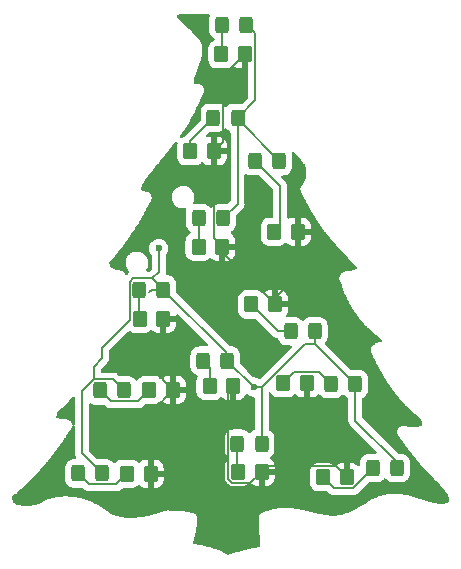
<source format=gtl>
G04 #@! TF.GenerationSoftware,KiCad,Pcbnew,(6.0.0)*
G04 #@! TF.CreationDate,2022-10-06T13:38:40+02:00*
G04 #@! TF.ProjectId,2.0,322e302e-6b69-4636-9164-5f7063625858,rev?*
G04 #@! TF.SameCoordinates,Original*
G04 #@! TF.FileFunction,Copper,L1,Top*
G04 #@! TF.FilePolarity,Positive*
%FSLAX46Y46*%
G04 Gerber Fmt 4.6, Leading zero omitted, Abs format (unit mm)*
G04 Created by KiCad (PCBNEW (6.0.0)) date 2022-10-06 13:38:40*
%MOMM*%
%LPD*%
G01*
G04 APERTURE LIST*
G04 Aperture macros list*
%AMRoundRect*
0 Rectangle with rounded corners*
0 $1 Rounding radius*
0 $2 $3 $4 $5 $6 $7 $8 $9 X,Y pos of 4 corners*
0 Add a 4 corners polygon primitive as box body*
4,1,4,$2,$3,$4,$5,$6,$7,$8,$9,$2,$3,0*
0 Add four circle primitives for the rounded corners*
1,1,$1+$1,$2,$3*
1,1,$1+$1,$4,$5*
1,1,$1+$1,$6,$7*
1,1,$1+$1,$8,$9*
0 Add four rect primitives between the rounded corners*
20,1,$1+$1,$2,$3,$4,$5,0*
20,1,$1+$1,$4,$5,$6,$7,0*
20,1,$1+$1,$6,$7,$8,$9,0*
20,1,$1+$1,$8,$9,$2,$3,0*%
G04 Aperture macros list end*
G04 #@! TA.AperFunction,SMDPad,CuDef*
%ADD10RoundRect,0.250000X-0.325000X-0.450000X0.325000X-0.450000X0.325000X0.450000X-0.325000X0.450000X0*%
G04 #@! TD*
G04 #@! TA.AperFunction,SMDPad,CuDef*
%ADD11RoundRect,0.250000X-0.350000X-0.450000X0.350000X-0.450000X0.350000X0.450000X-0.350000X0.450000X0*%
G04 #@! TD*
G04 #@! TA.AperFunction,ViaPad*
%ADD12C,0.600000*%
G04 #@! TD*
G04 #@! TA.AperFunction,Conductor*
%ADD13C,0.152400*%
G04 #@! TD*
G04 APERTURE END LIST*
D10*
X179668060Y-81252060D03*
X181718060Y-81252060D03*
X178931460Y-89136220D03*
X180981460Y-89136220D03*
X182459520Y-92796360D03*
X184509520Y-92796360D03*
X177702100Y-97642680D03*
X179752100Y-97642680D03*
X172657660Y-103675180D03*
X174707660Y-103675180D03*
X185469420Y-107188000D03*
X187519420Y-107188000D03*
X178072940Y-109700060D03*
X180122940Y-109700060D03*
X169322640Y-112217200D03*
X171372640Y-112217200D03*
X180971080Y-116733320D03*
X183021080Y-116733320D03*
X188894500Y-111676180D03*
X190944500Y-111676180D03*
X167470980Y-119240300D03*
X169520980Y-119240300D03*
X192435260Y-118785640D03*
X194485260Y-118785640D03*
D11*
X179619400Y-83748880D03*
X181619400Y-83748880D03*
X176985420Y-91958160D03*
X178985420Y-91958160D03*
X184061860Y-98785680D03*
X186061860Y-98785680D03*
X177681380Y-100045520D03*
X179681380Y-100045520D03*
X172682660Y-106156760D03*
X174682660Y-106156760D03*
X182139080Y-104935020D03*
X184139080Y-104935020D03*
X178611020Y-111846360D03*
X180611020Y-111846360D03*
X173524160Y-112176560D03*
X175524160Y-112176560D03*
X181011320Y-119110760D03*
X183011320Y-119110760D03*
X184844180Y-111597440D03*
X186844180Y-111597440D03*
X171610020Y-119278400D03*
X173610020Y-119278400D03*
X188219840Y-119560340D03*
X190219840Y-119560340D03*
D12*
X182345609Y-111922729D03*
X184496580Y-92783420D03*
X174310000Y-100200000D03*
D13*
X180122940Y-109700060D02*
X182345609Y-111922729D01*
X190944500Y-111676180D02*
X190944500Y-114764500D01*
X183021080Y-111944377D02*
X183021080Y-116733320D01*
X167800000Y-112288677D02*
X167800000Y-117519320D01*
X187519420Y-108251100D02*
X186714357Y-108251100D01*
X171862800Y-112217200D02*
X171372640Y-112217200D01*
X170444520Y-111289080D02*
X168799597Y-111289080D01*
X180981460Y-96413320D02*
X180981460Y-89136220D01*
X168799597Y-110200403D02*
X169500000Y-109500000D01*
X173772480Y-102740000D02*
X174707660Y-103675180D01*
X174707660Y-103675180D02*
X173734820Y-103675180D01*
X184496580Y-92783420D02*
X184509520Y-92796360D01*
X182447520Y-87670160D02*
X180981460Y-89136220D01*
X183042729Y-111922729D02*
X183021080Y-111944377D01*
X187519420Y-108251100D02*
X190944500Y-111676180D01*
X171854540Y-103027137D02*
X172141677Y-102740000D01*
X180981460Y-89136220D02*
X180981460Y-89268300D01*
X168799597Y-111289080D02*
X168799597Y-110200403D01*
X187519420Y-107188000D02*
X187519420Y-108251100D01*
X180981460Y-89268300D02*
X184496580Y-92783420D01*
X181718060Y-81252060D02*
X182447520Y-81981520D01*
X173734820Y-103675180D02*
X173510780Y-103899220D01*
X194485260Y-118305260D02*
X194485260Y-118785640D01*
X179752100Y-97642680D02*
X180981460Y-96413320D01*
X186714357Y-108251100D02*
X183042729Y-111922729D01*
X168799597Y-111289080D02*
X167800000Y-112288677D01*
X182447520Y-81981520D02*
X182447520Y-87670160D01*
X169500000Y-108620000D02*
X171854540Y-106265460D01*
X171854540Y-106265460D02*
X171854540Y-103027137D01*
X171372640Y-112217200D02*
X170444520Y-111289080D01*
X174310000Y-102202480D02*
X173772480Y-102740000D01*
X167800000Y-117519320D02*
X169520980Y-119240300D01*
X169500000Y-109500000D02*
X169500000Y-108620000D01*
X190944500Y-114764500D02*
X194485260Y-118305260D01*
X172141677Y-102740000D02*
X173772480Y-102740000D01*
X180122940Y-109090460D02*
X174707660Y-103675180D01*
X174310000Y-100200000D02*
X174310000Y-102202480D01*
X180122940Y-109700060D02*
X180122940Y-109090460D01*
X182345609Y-111922729D02*
X183042729Y-111922729D01*
X179668060Y-83700220D02*
X179619400Y-83748880D01*
X179668060Y-81252060D02*
X179668060Y-83700220D01*
X176985420Y-91082260D02*
X176985420Y-91958160D01*
X178931460Y-89136220D02*
X176985420Y-91082260D01*
X184600000Y-94936840D02*
X184600000Y-98247540D01*
X184600000Y-98247540D02*
X184061860Y-98785680D01*
X182459520Y-92796360D02*
X184600000Y-94936840D01*
X177681380Y-100045520D02*
X177681380Y-97663400D01*
X177681380Y-97663400D02*
X177702100Y-97642680D01*
X172657660Y-103675180D02*
X172657660Y-106131760D01*
X172657660Y-106131760D02*
X172682660Y-106156760D01*
X182139080Y-104935020D02*
X184392060Y-107188000D01*
X184392060Y-107188000D02*
X185469420Y-107188000D01*
X178611020Y-110238140D02*
X178072940Y-109700060D01*
X178611020Y-111846360D02*
X178611020Y-110238140D01*
X172555400Y-113145320D02*
X173524160Y-112176560D01*
X170250760Y-113145320D02*
X172555400Y-113145320D01*
X169322640Y-112217200D02*
X170250760Y-113145320D01*
X180971080Y-116733320D02*
X180971080Y-119070520D01*
X180971080Y-119070520D02*
X181011320Y-119110760D01*
X187887640Y-110669320D02*
X188894500Y-111676180D01*
X184844180Y-111597440D02*
X185772300Y-110669320D01*
X185772300Y-110669320D02*
X187887640Y-110669320D01*
X168399100Y-120168420D02*
X170720000Y-120168420D01*
X167470980Y-119240300D02*
X168399100Y-120168420D01*
X170720000Y-120168420D02*
X171610020Y-119278400D01*
X189147960Y-120488460D02*
X188219840Y-119560340D01*
X192435260Y-118821083D02*
X190767883Y-120488460D01*
X192435260Y-118785640D02*
X192435260Y-118821083D01*
X190767883Y-120488460D02*
X189147960Y-120488460D01*
X181619400Y-83748880D02*
X179734580Y-85633700D01*
X174682660Y-106156760D02*
X174682660Y-111335060D01*
X179734580Y-91209000D02*
X178985420Y-91958160D01*
X179681380Y-100045520D02*
X179681380Y-100477320D01*
X186061860Y-98785680D02*
X186061860Y-102438610D01*
X173610020Y-114090700D02*
X175524160Y-112176560D01*
X180167960Y-112289420D02*
X180167960Y-119743563D01*
X180167960Y-119743563D02*
X180474397Y-120050000D01*
X180474397Y-120050000D02*
X182072080Y-120050000D01*
X189291720Y-118632220D02*
X183489860Y-118632220D01*
X178985420Y-91958160D02*
X178948980Y-91994600D01*
X179734580Y-85633700D02*
X179734580Y-91209000D01*
X182072080Y-120050000D02*
X183011320Y-119110760D01*
X179681380Y-100477320D02*
X184139080Y-104935020D01*
X184139080Y-104935020D02*
X184139080Y-104361390D01*
X178948980Y-91994600D02*
X178948980Y-99313120D01*
X174682660Y-111335060D02*
X175524160Y-112176560D01*
X186844180Y-116184680D02*
X189291720Y-118632220D01*
X183489860Y-118632220D02*
X183011320Y-119110760D01*
X178948980Y-99313120D02*
X179681380Y-100045520D01*
X180611020Y-111846360D02*
X180167960Y-112289420D01*
X186844180Y-111597440D02*
X186844180Y-116184680D01*
X186061860Y-102438610D02*
X184139080Y-104361390D01*
X173610020Y-119278400D02*
X173610020Y-114090700D01*
X190219840Y-119560340D02*
X189291720Y-118632220D01*
G04 #@! TA.AperFunction,Conductor*
G36*
X180047825Y-90047196D02*
G01*
X180054382Y-90054750D01*
X180057982Y-90060568D01*
X180183157Y-90185525D01*
X180189387Y-90189365D01*
X180189388Y-90189366D01*
X180333722Y-90278335D01*
X180332489Y-90280335D01*
X180377300Y-90319796D01*
X180396760Y-90387066D01*
X180396760Y-96118939D01*
X180376758Y-96187060D01*
X180359855Y-96208034D01*
X180170614Y-96397275D01*
X180108302Y-96431301D01*
X180081519Y-96434180D01*
X179376700Y-96434180D01*
X179373454Y-96434517D01*
X179373450Y-96434517D01*
X179277792Y-96444442D01*
X179277788Y-96444443D01*
X179270934Y-96445154D01*
X179264398Y-96447335D01*
X179264396Y-96447335D01*
X179132294Y-96491408D01*
X179103154Y-96501130D01*
X178952752Y-96594202D01*
X178827795Y-96719377D01*
X178825194Y-96723596D01*
X178768070Y-96764097D01*
X178697147Y-96767329D01*
X178635735Y-96731704D01*
X178629178Y-96724150D01*
X178625578Y-96718332D01*
X178500403Y-96593375D01*
X178359116Y-96506284D01*
X178356068Y-96504405D01*
X178356066Y-96504404D01*
X178349838Y-96500565D01*
X178270095Y-96474116D01*
X178188489Y-96447048D01*
X178188487Y-96447048D01*
X178181961Y-96444883D01*
X178175125Y-96444183D01*
X178175122Y-96444182D01*
X178132069Y-96439771D01*
X178077500Y-96434180D01*
X177341598Y-96434180D01*
X177273477Y-96414178D01*
X177226984Y-96360522D01*
X177216880Y-96290248D01*
X177228544Y-96252550D01*
X177259457Y-96189727D01*
X177259460Y-96189719D01*
X177262278Y-96183992D01*
X177263888Y-96177812D01*
X177309752Y-96001738D01*
X177309752Y-96001735D01*
X177311362Y-95995556D01*
X177317789Y-95872924D01*
X177321219Y-95807480D01*
X177321219Y-95807476D01*
X177321553Y-95801099D01*
X177292435Y-95608564D01*
X177290232Y-95602578D01*
X177290231Y-95602572D01*
X177227400Y-95431803D01*
X177227398Y-95431798D01*
X177225197Y-95425817D01*
X177160268Y-95321098D01*
X177125948Y-95265745D01*
X177125947Y-95265744D01*
X177122586Y-95260323D01*
X177011874Y-95143247D01*
X176993179Y-95123478D01*
X176988794Y-95118841D01*
X176976871Y-95110492D01*
X176834519Y-95010817D01*
X176829285Y-95007152D01*
X176774457Y-94983426D01*
X176656435Y-94932353D01*
X176656431Y-94932352D01*
X176650576Y-94929818D01*
X176644329Y-94928513D01*
X176644326Y-94928512D01*
X176464703Y-94890987D01*
X176464698Y-94890986D01*
X176459967Y-94889998D01*
X176453575Y-94889663D01*
X176310597Y-94889663D01*
X176241309Y-94896701D01*
X176171882Y-94903753D01*
X176171881Y-94903753D01*
X176165533Y-94904398D01*
X176109199Y-94922052D01*
X175985809Y-94960719D01*
X175985804Y-94960721D01*
X175979719Y-94962628D01*
X175906681Y-95003114D01*
X175814989Y-95053940D01*
X175814986Y-95053942D01*
X175809410Y-95057033D01*
X175804569Y-95061182D01*
X175804565Y-95061185D01*
X175698421Y-95152162D01*
X175661562Y-95183754D01*
X175657651Y-95188796D01*
X175657650Y-95188797D01*
X175643879Y-95206551D01*
X175542214Y-95337616D01*
X175539398Y-95343339D01*
X175539396Y-95343342D01*
X175481564Y-95460873D01*
X175456242Y-95512334D01*
X175454633Y-95518512D01*
X175454632Y-95518514D01*
X175416521Y-95664826D01*
X175407158Y-95700770D01*
X175404170Y-95757786D01*
X175398136Y-95872924D01*
X175396967Y-95895227D01*
X175426085Y-96087762D01*
X175428288Y-96093748D01*
X175428289Y-96093754D01*
X175491120Y-96264523D01*
X175491122Y-96264528D01*
X175493323Y-96270509D01*
X175496685Y-96275931D01*
X175571922Y-96397275D01*
X175595934Y-96436003D01*
X175600315Y-96440636D01*
X175600316Y-96440637D01*
X175662395Y-96506284D01*
X175729726Y-96577485D01*
X175734956Y-96581147D01*
X175734957Y-96581148D01*
X175789957Y-96619659D01*
X175889235Y-96689174D01*
X175933035Y-96708128D01*
X176062085Y-96763973D01*
X176062089Y-96763974D01*
X176067944Y-96766508D01*
X176074191Y-96767813D01*
X176074194Y-96767814D01*
X176253817Y-96805339D01*
X176253822Y-96805340D01*
X176258553Y-96806328D01*
X176264945Y-96806663D01*
X176407923Y-96806663D01*
X176522782Y-96794996D01*
X176592575Y-96808012D01*
X176644252Y-96856694D01*
X176661406Y-96925587D01*
X176655108Y-96960018D01*
X176634622Y-97021783D01*
X176629303Y-97037819D01*
X176628603Y-97044655D01*
X176628602Y-97044658D01*
X176625121Y-97078638D01*
X176618600Y-97142280D01*
X176618600Y-98143080D01*
X176618937Y-98146326D01*
X176618937Y-98146330D01*
X176628628Y-98239724D01*
X176629574Y-98248846D01*
X176631755Y-98255382D01*
X176631755Y-98255384D01*
X176642832Y-98288585D01*
X176685550Y-98416626D01*
X176778622Y-98567028D01*
X176903797Y-98691985D01*
X176910027Y-98695825D01*
X176910028Y-98695826D01*
X176953665Y-98722724D01*
X177001158Y-98775496D01*
X177012582Y-98845568D01*
X176984308Y-98910692D01*
X176953853Y-98937127D01*
X176857032Y-98997042D01*
X176732075Y-99122217D01*
X176639265Y-99272782D01*
X176629974Y-99300795D01*
X176594732Y-99407047D01*
X176583583Y-99440659D01*
X176572880Y-99545120D01*
X176572880Y-100545920D01*
X176573217Y-100549166D01*
X176573217Y-100549170D01*
X176582998Y-100643434D01*
X176583854Y-100651686D01*
X176586035Y-100658222D01*
X176586035Y-100658224D01*
X176610846Y-100732592D01*
X176639830Y-100819466D01*
X176732902Y-100969868D01*
X176858077Y-101094825D01*
X176864307Y-101098665D01*
X176864308Y-101098666D01*
X177001668Y-101183336D01*
X177008642Y-101187635D01*
X177088385Y-101214084D01*
X177169991Y-101241152D01*
X177169993Y-101241152D01*
X177176519Y-101243317D01*
X177183355Y-101244017D01*
X177183358Y-101244018D01*
X177226411Y-101248429D01*
X177280980Y-101254020D01*
X178081780Y-101254020D01*
X178085026Y-101253683D01*
X178085030Y-101253683D01*
X178180688Y-101243758D01*
X178180692Y-101243757D01*
X178187546Y-101243046D01*
X178194082Y-101240865D01*
X178194084Y-101240865D01*
X178326186Y-101196792D01*
X178355326Y-101187070D01*
X178505728Y-101093998D01*
X178522855Y-101076841D01*
X178592518Y-101007057D01*
X178654801Y-100972978D01*
X178725621Y-100977981D01*
X178770709Y-101006902D01*
X178853209Y-101089259D01*
X178864620Y-101098271D01*
X179002623Y-101183336D01*
X179015804Y-101189483D01*
X179170090Y-101240658D01*
X179183466Y-101243525D01*
X179277818Y-101253192D01*
X179284234Y-101253520D01*
X179409265Y-101253520D01*
X179424504Y-101249045D01*
X179425709Y-101247655D01*
X179427380Y-101239972D01*
X179427380Y-101235404D01*
X179935380Y-101235404D01*
X179939855Y-101250643D01*
X179941245Y-101251848D01*
X179948928Y-101253519D01*
X180078475Y-101253519D01*
X180084994Y-101253182D01*
X180180586Y-101243263D01*
X180193980Y-101240371D01*
X180348164Y-101188932D01*
X180361342Y-101182759D01*
X180499187Y-101097457D01*
X180510588Y-101088421D01*
X180625119Y-100973691D01*
X180634131Y-100962280D01*
X180719196Y-100824277D01*
X180725343Y-100811096D01*
X180776518Y-100656810D01*
X180779385Y-100643434D01*
X180789052Y-100549082D01*
X180789380Y-100542666D01*
X180789380Y-100317635D01*
X180784905Y-100302396D01*
X180783515Y-100301191D01*
X180775832Y-100299520D01*
X179953495Y-100299520D01*
X179938256Y-100303995D01*
X179937051Y-100305385D01*
X179935380Y-100313068D01*
X179935380Y-101235404D01*
X179427380Y-101235404D01*
X179427380Y-99917520D01*
X179447382Y-99849399D01*
X179501038Y-99802906D01*
X179553380Y-99791520D01*
X180771264Y-99791520D01*
X180786503Y-99787045D01*
X180787708Y-99785655D01*
X180789379Y-99777972D01*
X180789379Y-99548425D01*
X180789042Y-99541906D01*
X180779123Y-99446314D01*
X180776231Y-99432920D01*
X180724792Y-99278736D01*
X180718619Y-99265558D01*
X180633317Y-99127713D01*
X180624281Y-99116312D01*
X180509551Y-99001781D01*
X180498138Y-98992767D01*
X180454339Y-98965769D01*
X180406846Y-98912997D01*
X180395424Y-98842925D01*
X180423698Y-98777802D01*
X180454153Y-98751366D01*
X180545220Y-98695012D01*
X180551448Y-98691158D01*
X180676405Y-98565983D01*
X180693378Y-98538448D01*
X180765375Y-98421648D01*
X180765376Y-98421646D01*
X180769215Y-98415418D01*
X180795664Y-98335675D01*
X180822732Y-98254069D01*
X180822732Y-98254067D01*
X180824897Y-98247541D01*
X180826281Y-98234040D01*
X180835272Y-98146278D01*
X180835600Y-98143080D01*
X180835600Y-97438261D01*
X180855602Y-97370140D01*
X180872505Y-97349166D01*
X181361967Y-96859704D01*
X181374359Y-96848836D01*
X181391923Y-96835359D01*
X181398473Y-96830333D01*
X181430226Y-96788952D01*
X181487165Y-96714747D01*
X181487167Y-96714743D01*
X181492194Y-96708192D01*
X181551110Y-96565957D01*
X181571206Y-96413320D01*
X181567238Y-96383182D01*
X181566160Y-96366735D01*
X181566160Y-94012753D01*
X181586162Y-93944632D01*
X181639818Y-93898139D01*
X181710092Y-93888035D01*
X181758277Y-93905494D01*
X181805550Y-93934634D01*
X181805553Y-93934635D01*
X181811782Y-93938475D01*
X181830345Y-93944632D01*
X181973131Y-93991992D01*
X181973133Y-93991992D01*
X181979659Y-93994157D01*
X181986495Y-93994857D01*
X181986498Y-93994858D01*
X182029551Y-93999269D01*
X182084120Y-94004860D01*
X182788940Y-94004860D01*
X182857061Y-94024862D01*
X182878035Y-94041765D01*
X183978395Y-95142125D01*
X184012421Y-95204437D01*
X184015300Y-95231220D01*
X184015300Y-97451180D01*
X183995298Y-97519301D01*
X183941642Y-97565794D01*
X183889300Y-97577180D01*
X183661460Y-97577180D01*
X183658214Y-97577517D01*
X183658210Y-97577517D01*
X183562552Y-97587442D01*
X183562548Y-97587443D01*
X183555694Y-97588154D01*
X183549158Y-97590335D01*
X183549156Y-97590335D01*
X183442592Y-97625888D01*
X183387914Y-97644130D01*
X183237512Y-97737202D01*
X183112555Y-97862377D01*
X183108715Y-97868607D01*
X183108714Y-97868608D01*
X183024864Y-98004638D01*
X183019745Y-98012942D01*
X182964063Y-98180819D01*
X182953360Y-98285280D01*
X182953360Y-99286080D01*
X182953697Y-99289326D01*
X182953697Y-99289330D01*
X182963478Y-99383594D01*
X182964334Y-99391846D01*
X182966515Y-99398382D01*
X182966515Y-99398384D01*
X182991244Y-99472506D01*
X183020310Y-99559626D01*
X183113382Y-99710028D01*
X183238557Y-99834985D01*
X183244787Y-99838825D01*
X183244788Y-99838826D01*
X183382148Y-99923496D01*
X183389122Y-99927795D01*
X183446957Y-99946978D01*
X183550471Y-99981312D01*
X183550473Y-99981312D01*
X183556999Y-99983477D01*
X183563835Y-99984177D01*
X183563838Y-99984178D01*
X183606891Y-99988589D01*
X183661460Y-99994180D01*
X184462260Y-99994180D01*
X184465506Y-99993843D01*
X184465510Y-99993843D01*
X184561168Y-99983918D01*
X184561172Y-99983917D01*
X184568026Y-99983206D01*
X184574562Y-99981025D01*
X184574564Y-99981025D01*
X184706666Y-99936952D01*
X184735806Y-99927230D01*
X184886208Y-99834158D01*
X184951203Y-99769050D01*
X184972998Y-99747217D01*
X185035281Y-99713138D01*
X185106101Y-99718141D01*
X185151189Y-99747062D01*
X185233689Y-99829419D01*
X185245100Y-99838431D01*
X185383103Y-99923496D01*
X185396284Y-99929643D01*
X185550570Y-99980818D01*
X185563946Y-99983685D01*
X185658298Y-99993352D01*
X185664714Y-99993680D01*
X185789745Y-99993680D01*
X185804984Y-99989205D01*
X185806189Y-99987815D01*
X185807860Y-99980132D01*
X185807860Y-99975564D01*
X186315860Y-99975564D01*
X186320335Y-99990803D01*
X186321725Y-99992008D01*
X186329408Y-99993679D01*
X186458955Y-99993679D01*
X186465474Y-99993342D01*
X186561066Y-99983423D01*
X186574460Y-99980531D01*
X186728644Y-99929092D01*
X186741822Y-99922919D01*
X186879667Y-99837617D01*
X186891068Y-99828581D01*
X187005599Y-99713851D01*
X187014611Y-99702440D01*
X187099676Y-99564437D01*
X187105823Y-99551256D01*
X187156998Y-99396970D01*
X187159865Y-99383594D01*
X187169532Y-99289242D01*
X187169860Y-99282826D01*
X187169860Y-99057795D01*
X187165385Y-99042556D01*
X187163995Y-99041351D01*
X187156312Y-99039680D01*
X186333975Y-99039680D01*
X186318736Y-99044155D01*
X186317531Y-99045545D01*
X186315860Y-99053228D01*
X186315860Y-99975564D01*
X185807860Y-99975564D01*
X185807860Y-98513565D01*
X186315860Y-98513565D01*
X186320335Y-98528804D01*
X186321725Y-98530009D01*
X186329408Y-98531680D01*
X187151744Y-98531680D01*
X187166983Y-98527205D01*
X187168188Y-98525815D01*
X187169859Y-98518132D01*
X187169859Y-98288585D01*
X187169522Y-98282066D01*
X187159603Y-98186474D01*
X187156711Y-98173080D01*
X187105272Y-98018896D01*
X187099099Y-98005718D01*
X187013797Y-97867873D01*
X187004761Y-97856472D01*
X186890031Y-97741941D01*
X186878620Y-97732929D01*
X186740617Y-97647864D01*
X186727436Y-97641717D01*
X186573150Y-97590542D01*
X186559774Y-97587675D01*
X186465422Y-97578008D01*
X186459005Y-97577680D01*
X186333975Y-97577680D01*
X186318736Y-97582155D01*
X186317531Y-97583545D01*
X186315860Y-97591228D01*
X186315860Y-98513565D01*
X185807860Y-98513565D01*
X185807860Y-97595796D01*
X185803385Y-97580557D01*
X185801995Y-97579352D01*
X185794312Y-97577681D01*
X185664765Y-97577681D01*
X185658246Y-97578018D01*
X185562654Y-97587937D01*
X185549260Y-97590829D01*
X185395076Y-97642268D01*
X185381897Y-97648442D01*
X185377000Y-97651472D01*
X185308548Y-97670308D01*
X185240779Y-97649145D01*
X185195209Y-97594703D01*
X185184700Y-97544326D01*
X185184700Y-94983426D01*
X185185778Y-94966979D01*
X185188668Y-94945028D01*
X185189746Y-94936840D01*
X185169650Y-94784203D01*
X185137480Y-94706537D01*
X185113894Y-94649595D01*
X185113893Y-94649593D01*
X185110734Y-94641967D01*
X185075524Y-94596081D01*
X185017013Y-94519827D01*
X185010463Y-94514801D01*
X185010459Y-94514797D01*
X184992891Y-94501317D01*
X184980499Y-94490449D01*
X184710005Y-94219955D01*
X184675979Y-94157643D01*
X184681044Y-94086828D01*
X184723591Y-94029992D01*
X184790111Y-94005181D01*
X184799100Y-94004860D01*
X184884920Y-94004860D01*
X184888166Y-94004523D01*
X184888170Y-94004523D01*
X184983828Y-93994598D01*
X184983832Y-93994597D01*
X184990686Y-93993886D01*
X184997222Y-93991705D01*
X184997224Y-93991705D01*
X185138318Y-93944632D01*
X185158466Y-93937910D01*
X185308868Y-93844838D01*
X185433825Y-93719663D01*
X185517936Y-93583210D01*
X185522795Y-93575328D01*
X185522796Y-93575326D01*
X185526635Y-93569098D01*
X185582317Y-93401221D01*
X185593020Y-93296760D01*
X185593020Y-92295960D01*
X185590932Y-92275832D01*
X185582758Y-92197052D01*
X185582757Y-92197048D01*
X185582046Y-92190194D01*
X185579865Y-92183657D01*
X185578409Y-92176915D01*
X185580474Y-92176469D01*
X185578258Y-92115634D01*
X185614443Y-92054550D01*
X185677907Y-92022727D01*
X185748503Y-92030266D01*
X185796625Y-92065406D01*
X185815913Y-92088242D01*
X185818176Y-92091094D01*
X185819906Y-92093838D01*
X185842671Y-92119946D01*
X185843914Y-92121394D01*
X185864240Y-92145459D01*
X185866657Y-92147610D01*
X185869185Y-92150351D01*
X186058252Y-92367175D01*
X186060662Y-92370116D01*
X186062489Y-92372911D01*
X186085538Y-92398492D01*
X186086893Y-92400020D01*
X186107479Y-92423629D01*
X186109999Y-92425801D01*
X186112702Y-92428641D01*
X186159596Y-92480687D01*
X186240846Y-92570864D01*
X186328079Y-92667682D01*
X186409922Y-92758940D01*
X186427259Y-92778272D01*
X186430522Y-92782059D01*
X186553565Y-92930751D01*
X186560185Y-92939499D01*
X186646419Y-93064464D01*
X186653403Y-93074584D01*
X186662248Y-93089505D01*
X186714643Y-93193638D01*
X186721996Y-93211567D01*
X186758713Y-93325322D01*
X186762578Y-93340446D01*
X186791184Y-93490603D01*
X186794139Y-93506117D01*
X186795495Y-93514913D01*
X186802437Y-93573675D01*
X186803198Y-93583210D01*
X186809940Y-93744932D01*
X186809886Y-93756587D01*
X186801715Y-93917072D01*
X186800675Y-93928037D01*
X186778504Y-94087308D01*
X186776498Y-94098193D01*
X186742979Y-94243850D01*
X186742128Y-94247547D01*
X186738924Y-94258975D01*
X186732902Y-94277121D01*
X186697143Y-94384852D01*
X186691343Y-94399278D01*
X186632115Y-94523805D01*
X186620772Y-94543046D01*
X186552498Y-94638386D01*
X186542534Y-94650605D01*
X186525649Y-94668848D01*
X186522937Y-94672877D01*
X186522614Y-94673286D01*
X186521799Y-94674422D01*
X186520198Y-94676234D01*
X186517741Y-94679972D01*
X186517735Y-94679980D01*
X186500280Y-94706537D01*
X186499526Y-94707670D01*
X186409353Y-94841684D01*
X186409273Y-94841803D01*
X186367052Y-94904398D01*
X186348816Y-94931433D01*
X186346087Y-94939984D01*
X186346086Y-94939986D01*
X186340319Y-94958057D01*
X186333739Y-94974557D01*
X186325821Y-94990948D01*
X186321582Y-94999722D01*
X186320103Y-95008572D01*
X186320103Y-95008573D01*
X186317095Y-95026577D01*
X186312854Y-95044117D01*
X186304575Y-95070059D01*
X186303929Y-95096528D01*
X186303893Y-95097989D01*
X186302209Y-95115670D01*
X186297601Y-95143247D01*
X186298666Y-95152160D01*
X186298666Y-95152162D01*
X186300832Y-95170288D01*
X186301684Y-95188314D01*
X186301019Y-95215531D01*
X186308206Y-95242543D01*
X186311550Y-95259978D01*
X186314867Y-95287734D01*
X186318391Y-95295990D01*
X186318392Y-95295994D01*
X186328526Y-95319736D01*
X186329224Y-95321533D01*
X186329768Y-95323577D01*
X186331724Y-95328023D01*
X186331725Y-95328025D01*
X186342796Y-95353185D01*
X186343353Y-95354469D01*
X186369407Y-95415510D01*
X186369413Y-95415521D01*
X186371993Y-95421566D01*
X186373542Y-95423451D01*
X186374644Y-95425566D01*
X186416205Y-95520022D01*
X186420621Y-95531564D01*
X186423211Y-95539474D01*
X186428966Y-95550780D01*
X186433059Y-95558822D01*
X186436098Y-95565232D01*
X186441796Y-95578183D01*
X186441800Y-95578191D01*
X186443605Y-95582293D01*
X186448432Y-95590048D01*
X186453742Y-95599457D01*
X186511497Y-95712927D01*
X186531775Y-95752768D01*
X186532956Y-95755285D01*
X186533810Y-95757786D01*
X186536073Y-95762095D01*
X186550290Y-95789169D01*
X186551025Y-95790590D01*
X186561656Y-95811475D01*
X186565783Y-95819583D01*
X186567298Y-95821737D01*
X186568704Y-95824233D01*
X186635494Y-95951418D01*
X186636161Y-95952803D01*
X186636697Y-95954333D01*
X186638711Y-95958097D01*
X186654241Y-95987125D01*
X186654694Y-95987980D01*
X186670493Y-96018065D01*
X186671437Y-96019372D01*
X186672212Y-96020716D01*
X186750440Y-96166931D01*
X186751008Y-96168090D01*
X186751476Y-96169398D01*
X186761076Y-96187060D01*
X186769423Y-96202417D01*
X186769818Y-96203150D01*
X186785994Y-96233385D01*
X186786815Y-96234502D01*
X186787467Y-96235616D01*
X186872575Y-96392200D01*
X186873120Y-96393292D01*
X186873586Y-96394570D01*
X186891918Y-96427786D01*
X186908560Y-96458405D01*
X186909368Y-96459490D01*
X186910017Y-96460581D01*
X186986622Y-96599384D01*
X186997299Y-96618731D01*
X186997926Y-96619969D01*
X186998444Y-96621357D01*
X187016771Y-96654018D01*
X187017125Y-96654655D01*
X187031813Y-96681270D01*
X187031819Y-96681281D01*
X187033696Y-96684681D01*
X187034585Y-96685858D01*
X187035312Y-96687062D01*
X187052858Y-96718332D01*
X187102422Y-96806663D01*
X187120064Y-96838105D01*
X187120870Y-96839664D01*
X187121518Y-96841358D01*
X187123850Y-96845430D01*
X187123851Y-96845433D01*
X187139844Y-96873367D01*
X187140382Y-96874316D01*
X187154671Y-96899782D01*
X187156867Y-96903695D01*
X187157963Y-96905127D01*
X187158898Y-96906647D01*
X187230262Y-97031291D01*
X187236335Y-97041899D01*
X187237546Y-97044184D01*
X187238461Y-97046492D01*
X187240931Y-97050689D01*
X187240934Y-97050695D01*
X187256612Y-97077335D01*
X187257369Y-97078638D01*
X187273610Y-97107005D01*
X187275131Y-97108956D01*
X187276539Y-97111195D01*
X187341680Y-97221882D01*
X187343296Y-97224835D01*
X187344459Y-97227646D01*
X187362660Y-97257556D01*
X187363497Y-97258954D01*
X187379687Y-97286463D01*
X187381586Y-97288839D01*
X187383431Y-97291686D01*
X187490910Y-97468305D01*
X187492488Y-97471091D01*
X187493657Y-97473806D01*
X187496246Y-97477926D01*
X187512317Y-97503505D01*
X187513248Y-97505010D01*
X187529860Y-97532309D01*
X187531728Y-97534577D01*
X187533557Y-97537312D01*
X187617117Y-97670308D01*
X187639853Y-97706496D01*
X187641686Y-97709624D01*
X187643004Y-97712559D01*
X187645656Y-97716637D01*
X187645657Y-97716639D01*
X187661927Y-97741658D01*
X187662951Y-97743261D01*
X187679710Y-97769935D01*
X187681787Y-97772385D01*
X187683867Y-97775396D01*
X187790011Y-97938621D01*
X187792053Y-97941979D01*
X187793515Y-97945094D01*
X187796239Y-97949133D01*
X187812661Y-97973484D01*
X187813826Y-97975243D01*
X187828384Y-97997630D01*
X187828388Y-97997636D01*
X187830831Y-98001392D01*
X187833086Y-98003969D01*
X187835457Y-98007287D01*
X187942334Y-98165765D01*
X187944603Y-98169355D01*
X187946186Y-98172581D01*
X187948971Y-98176558D01*
X187948974Y-98176563D01*
X187965707Y-98200457D01*
X187966957Y-98202277D01*
X187984221Y-98227875D01*
X187986624Y-98230531D01*
X187989224Y-98234040D01*
X188097882Y-98389198D01*
X188100303Y-98392882D01*
X188101991Y-98396169D01*
X188104850Y-98400098D01*
X188104853Y-98400103D01*
X188115997Y-98415418D01*
X188121410Y-98422856D01*
X188121924Y-98423563D01*
X188123214Y-98425370D01*
X188140856Y-98450562D01*
X188143382Y-98453256D01*
X188146137Y-98456838D01*
X188222894Y-98562326D01*
X188257611Y-98610038D01*
X188260127Y-98613720D01*
X188261890Y-98617002D01*
X188264819Y-98620876D01*
X188282274Y-98643967D01*
X188283643Y-98645814D01*
X188301691Y-98670617D01*
X188304289Y-98673290D01*
X188307154Y-98676878D01*
X188341811Y-98722724D01*
X188422474Y-98829429D01*
X188425022Y-98833016D01*
X188426827Y-98836234D01*
X188429827Y-98840056D01*
X188429827Y-98840057D01*
X188447735Y-98862877D01*
X188449124Y-98864681D01*
X188467656Y-98889196D01*
X188470269Y-98891787D01*
X188473156Y-98895272D01*
X188588736Y-99042556D01*
X188593433Y-99048542D01*
X188595934Y-99051932D01*
X188597745Y-99055034D01*
X188600814Y-99058806D01*
X188600817Y-99058811D01*
X188619214Y-99081425D01*
X188620595Y-99083154D01*
X188639677Y-99107471D01*
X188642267Y-99109948D01*
X188645087Y-99113231D01*
X188656868Y-99127713D01*
X188771411Y-99268521D01*
X188773812Y-99271661D01*
X188775587Y-99274588D01*
X188792438Y-99294609D01*
X188797644Y-99300795D01*
X188798965Y-99302391D01*
X188818680Y-99326627D01*
X188821189Y-99328944D01*
X188823897Y-99331989D01*
X188957346Y-99490550D01*
X188959596Y-99493397D01*
X188961309Y-99496124D01*
X188964501Y-99499798D01*
X188984021Y-99522268D01*
X188985294Y-99523756D01*
X189005586Y-99547867D01*
X189007976Y-99550002D01*
X189010492Y-99552740D01*
X189131204Y-99691693D01*
X189152205Y-99715868D01*
X189154265Y-99718395D01*
X189155879Y-99720885D01*
X189159126Y-99724516D01*
X189159127Y-99724517D01*
X189179204Y-99746968D01*
X189180402Y-99748327D01*
X189198405Y-99769050D01*
X189201344Y-99772433D01*
X189203590Y-99774376D01*
X189205897Y-99776814D01*
X189356934Y-99945699D01*
X189358784Y-99947906D01*
X189360283Y-99950153D01*
X189384239Y-99976246D01*
X189385295Y-99977412D01*
X189400292Y-99994180D01*
X189406911Y-100001581D01*
X189408977Y-100003317D01*
X189411033Y-100005430D01*
X189572536Y-100181339D01*
X189574160Y-100183229D01*
X189575528Y-100185229D01*
X189589411Y-100200000D01*
X189600099Y-100211373D01*
X189601062Y-100212409D01*
X189623271Y-100236600D01*
X189625147Y-100238135D01*
X189626937Y-100239930D01*
X189699966Y-100317635D01*
X189799986Y-100424060D01*
X189801411Y-100425682D01*
X189802638Y-100427436D01*
X189806009Y-100430950D01*
X189827858Y-100453726D01*
X189828745Y-100454661D01*
X189833666Y-100459897D01*
X189851431Y-100478799D01*
X189853093Y-100480127D01*
X189854646Y-100481650D01*
X190040362Y-100675243D01*
X190041575Y-100676596D01*
X190042653Y-100678109D01*
X190060539Y-100696424D01*
X190068393Y-100704467D01*
X190069173Y-100705273D01*
X190080529Y-100717111D01*
X190092416Y-100729502D01*
X190093876Y-100730644D01*
X190095188Y-100731906D01*
X190205745Y-100845119D01*
X190262076Y-100902803D01*
X190294243Y-100935743D01*
X190294376Y-100935890D01*
X190294522Y-100936095D01*
X190295024Y-100936608D01*
X190295044Y-100936630D01*
X190321529Y-100963687D01*
X190321633Y-100963792D01*
X190347272Y-100990047D01*
X190347465Y-100990195D01*
X190347631Y-100990353D01*
X190446754Y-101091617D01*
X190447324Y-101092203D01*
X190605063Y-101255455D01*
X190605730Y-101256150D01*
X190737056Y-101394163D01*
X190751421Y-101409260D01*
X190752262Y-101410153D01*
X190911990Y-101581319D01*
X190913311Y-101582756D01*
X191005443Y-101684731D01*
X191055161Y-101739761D01*
X191059787Y-101745182D01*
X191063964Y-101750368D01*
X191091119Y-101815964D01*
X191078499Y-101885830D01*
X191036541Y-101933701D01*
X191010777Y-101951167D01*
X190990415Y-101962380D01*
X190874612Y-102012846D01*
X190858098Y-102018712D01*
X190817007Y-102030158D01*
X190719054Y-102057443D01*
X190707279Y-102060122D01*
X190562085Y-102085911D01*
X190553057Y-102087180D01*
X190483762Y-102094372D01*
X190365678Y-102106626D01*
X190362687Y-102106900D01*
X190294051Y-102112329D01*
X190278474Y-102112594D01*
X190268585Y-102112150D01*
X190253677Y-102111481D01*
X190253674Y-102111481D01*
X190244708Y-102111079D01*
X190235991Y-102113209D01*
X190235982Y-102113210D01*
X190179683Y-102126968D01*
X190177433Y-102127496D01*
X190112188Y-102142167D01*
X190104334Y-102146516D01*
X190104333Y-102146516D01*
X190079188Y-102160438D01*
X190066542Y-102166544D01*
X189920196Y-102227409D01*
X189917096Y-102228650D01*
X189855641Y-102252311D01*
X189826968Y-102274200D01*
X189814922Y-102282338D01*
X189783924Y-102300767D01*
X189777806Y-102307334D01*
X189777802Y-102307338D01*
X189770903Y-102314745D01*
X189755160Y-102329018D01*
X189747111Y-102335162D01*
X189747108Y-102335165D01*
X189739977Y-102340609D01*
X189734660Y-102347836D01*
X189734659Y-102347837D01*
X189718612Y-102369649D01*
X189709319Y-102380860D01*
X189684742Y-102407244D01*
X189679073Y-102418531D01*
X189676167Y-102424317D01*
X189665065Y-102442429D01*
X189659066Y-102450583D01*
X189659064Y-102450587D01*
X189653743Y-102457819D01*
X189645817Y-102479548D01*
X189641387Y-102491691D01*
X189635618Y-102505051D01*
X189619431Y-102537279D01*
X189617816Y-102546107D01*
X189615992Y-102556076D01*
X189610419Y-102576579D01*
X189603874Y-102594520D01*
X189603288Y-102603477D01*
X189601520Y-102630498D01*
X189599732Y-102644947D01*
X189599165Y-102648048D01*
X189593243Y-102680417D01*
X189594170Y-102689343D01*
X189594170Y-102689351D01*
X189595216Y-102699417D01*
X189595622Y-102720660D01*
X189594375Y-102739725D01*
X189596327Y-102748487D01*
X189596327Y-102748488D01*
X189602213Y-102774910D01*
X189604554Y-102789287D01*
X189608280Y-102825153D01*
X189611674Y-102833455D01*
X189611674Y-102833457D01*
X189635152Y-102890895D01*
X189635828Y-102892583D01*
X189644264Y-102914103D01*
X189644919Y-102915814D01*
X189714255Y-103101156D01*
X189714386Y-103101509D01*
X189783573Y-103289195D01*
X189783675Y-103289471D01*
X189839105Y-103440926D01*
X189839534Y-103442239D01*
X189839833Y-103443690D01*
X189853028Y-103478975D01*
X189853159Y-103479328D01*
X189864994Y-103511665D01*
X189865691Y-103512963D01*
X189866220Y-103514249D01*
X189913621Y-103640998D01*
X189914951Y-103644555D01*
X189916287Y-103648481D01*
X189917064Y-103651944D01*
X189918848Y-103656473D01*
X189918851Y-103656484D01*
X189929557Y-103683668D01*
X189930338Y-103685702D01*
X189939623Y-103710530D01*
X189939626Y-103710537D01*
X189941195Y-103714732D01*
X189942886Y-103717827D01*
X189944558Y-103721760D01*
X189993268Y-103845446D01*
X189995486Y-103851551D01*
X189996644Y-103856194D01*
X190007636Y-103882269D01*
X190009080Y-103885694D01*
X190010207Y-103888459D01*
X190020825Y-103915421D01*
X190023039Y-103919311D01*
X190023521Y-103920319D01*
X190025967Y-103925757D01*
X190113550Y-104133528D01*
X190115564Y-104139259D01*
X190115754Y-104139189D01*
X190117434Y-104143749D01*
X190118761Y-104148438D01*
X190120792Y-104152863D01*
X190120794Y-104152869D01*
X190131132Y-104175395D01*
X190132722Y-104179008D01*
X190143028Y-104203457D01*
X190145340Y-104207304D01*
X190147369Y-104211297D01*
X190147263Y-104211351D01*
X190150103Y-104216732D01*
X190240707Y-104414158D01*
X190243085Y-104420287D01*
X190243218Y-104420233D01*
X190245055Y-104424742D01*
X190246537Y-104429375D01*
X190259475Y-104455221D01*
X190261303Y-104459036D01*
X190272033Y-104482416D01*
X190274458Y-104486179D01*
X190276619Y-104490121D01*
X190276562Y-104490152D01*
X190279813Y-104495852D01*
X190343464Y-104623010D01*
X190374713Y-104685439D01*
X190377429Y-104691778D01*
X190377523Y-104691736D01*
X190379518Y-104696174D01*
X190381166Y-104700755D01*
X190394754Y-104725647D01*
X190396778Y-104729518D01*
X190408081Y-104752098D01*
X190410637Y-104755784D01*
X190412921Y-104759635D01*
X190412896Y-104759650D01*
X190416528Y-104765534D01*
X190516697Y-104949037D01*
X190519699Y-104955405D01*
X190519777Y-104955366D01*
X190521934Y-104959732D01*
X190523746Y-104964249D01*
X190538102Y-104988418D01*
X190540340Y-104992347D01*
X190552305Y-105014266D01*
X190554993Y-105017862D01*
X190557411Y-105021628D01*
X190557399Y-105021636D01*
X190561306Y-105027483D01*
X190667724Y-105206642D01*
X190670925Y-105212839D01*
X190671007Y-105212795D01*
X190673324Y-105217090D01*
X190675294Y-105221530D01*
X190677925Y-105225617D01*
X190690531Y-105245199D01*
X190692915Y-105249053D01*
X190703435Y-105266763D01*
X190705724Y-105270616D01*
X190708534Y-105274103D01*
X190711091Y-105277785D01*
X190711075Y-105277796D01*
X190715172Y-105283475D01*
X190828771Y-105459933D01*
X190832067Y-105465794D01*
X190832175Y-105465731D01*
X190834636Y-105469937D01*
X190836762Y-105474314D01*
X190839535Y-105478311D01*
X190839538Y-105478315D01*
X190853055Y-105497793D01*
X190855470Y-105501405D01*
X190869286Y-105522866D01*
X190872220Y-105526250D01*
X190874908Y-105529838D01*
X190874871Y-105529866D01*
X190878998Y-105535179D01*
X191000798Y-105710700D01*
X191004068Y-105716082D01*
X191004217Y-105715988D01*
X191006811Y-105720109D01*
X191009078Y-105724415D01*
X191011980Y-105728321D01*
X191011981Y-105728322D01*
X191026566Y-105747950D01*
X191028942Y-105751258D01*
X191043873Y-105772774D01*
X191046927Y-105776060D01*
X191049735Y-105779548D01*
X191049660Y-105779608D01*
X191053683Y-105784443D01*
X191185456Y-105961774D01*
X191189257Y-105967179D01*
X191189492Y-105967533D01*
X191191870Y-105971790D01*
X191197902Y-105979500D01*
X191211398Y-105996750D01*
X191213272Y-105999206D01*
X191230366Y-106022211D01*
X191233524Y-106025395D01*
X191234770Y-106026844D01*
X191238466Y-106031349D01*
X191264202Y-106064244D01*
X191317230Y-106132025D01*
X191319855Y-106135592D01*
X191321726Y-106138803D01*
X191324794Y-106142580D01*
X191324794Y-106142581D01*
X191343057Y-106165070D01*
X191344483Y-106166860D01*
X191355096Y-106180425D01*
X191363394Y-106191031D01*
X191366066Y-106193594D01*
X191369035Y-106197058D01*
X191453368Y-106300905D01*
X191454871Y-106302885D01*
X191456113Y-106304960D01*
X191459820Y-106309417D01*
X191479052Y-106332545D01*
X191479928Y-106333611D01*
X191492590Y-106349201D01*
X191492901Y-106349603D01*
X191494700Y-106352473D01*
X191497887Y-106356148D01*
X191497892Y-106356155D01*
X191516337Y-106377424D01*
X191517998Y-106379380D01*
X191537153Y-106402414D01*
X191540257Y-106405220D01*
X191543929Y-106409245D01*
X191658310Y-106541147D01*
X191662968Y-106547188D01*
X191662982Y-106547177D01*
X191666035Y-106550979D01*
X191668779Y-106554996D01*
X191687326Y-106574756D01*
X191690622Y-106578409D01*
X191706362Y-106596560D01*
X191709741Y-106599489D01*
X191711218Y-106600966D01*
X191718470Y-106607937D01*
X191838616Y-106735939D01*
X191843166Y-106741398D01*
X191843227Y-106741345D01*
X191846405Y-106745019D01*
X191849300Y-106748941D01*
X191852760Y-106752367D01*
X191852762Y-106752369D01*
X191869189Y-106768633D01*
X191872378Y-106771909D01*
X191889411Y-106790055D01*
X191892910Y-106792854D01*
X191896207Y-106795901D01*
X191896202Y-106795907D01*
X191901510Y-106800634D01*
X191924533Y-106823429D01*
X191995570Y-106893764D01*
X191999718Y-106898071D01*
X192002628Y-106901240D01*
X192005636Y-106905070D01*
X192009198Y-106908393D01*
X192027660Y-106925616D01*
X192030360Y-106928210D01*
X192039079Y-106936842D01*
X192049600Y-106947259D01*
X192053202Y-106949931D01*
X192056599Y-106952846D01*
X192056500Y-106952962D01*
X192060939Y-106956660D01*
X192167940Y-107056478D01*
X192172617Y-107061075D01*
X192173007Y-107061479D01*
X192176106Y-107065229D01*
X192179745Y-107068457D01*
X192179747Y-107068460D01*
X192199810Y-107086261D01*
X192202081Y-107088327D01*
X192223014Y-107107854D01*
X192226695Y-107110418D01*
X192228243Y-107111669D01*
X192232669Y-107115416D01*
X192359231Y-107227712D01*
X192362227Y-107230534D01*
X192364533Y-107233229D01*
X192390477Y-107255459D01*
X192392039Y-107256821D01*
X192411890Y-107274435D01*
X192411894Y-107274438D01*
X192415248Y-107277414D01*
X192418200Y-107279363D01*
X192421508Y-107282047D01*
X192484711Y-107336201D01*
X192518431Y-107365093D01*
X192520259Y-107366766D01*
X192521837Y-107368568D01*
X192549436Y-107391669D01*
X192550494Y-107392566D01*
X192572009Y-107411001D01*
X192572013Y-107411004D01*
X192575414Y-107413918D01*
X192577434Y-107415202D01*
X192579415Y-107416762D01*
X192692036Y-107511027D01*
X192693383Y-107512235D01*
X192694615Y-107513617D01*
X192698297Y-107516644D01*
X192698317Y-107516662D01*
X192723091Y-107537028D01*
X192723948Y-107537739D01*
X192746255Y-107556410D01*
X192746260Y-107556413D01*
X192749706Y-107559298D01*
X192751277Y-107560271D01*
X192752693Y-107561363D01*
X192882786Y-107668313D01*
X192882909Y-107668422D01*
X192883052Y-107668583D01*
X192913101Y-107693236D01*
X192941432Y-107716527D01*
X192941616Y-107716639D01*
X192941750Y-107716741D01*
X192954755Y-107727410D01*
X192956019Y-107728461D01*
X193032437Y-107792861D01*
X193113820Y-107861446D01*
X193116330Y-107863619D01*
X193197737Y-107935977D01*
X193235364Y-107996183D01*
X193234469Y-108067174D01*
X193195334Y-108126411D01*
X193130387Y-108155087D01*
X193118744Y-108156065D01*
X193078868Y-108157558D01*
X193074460Y-108157646D01*
X192974806Y-108157888D01*
X192961661Y-108157232D01*
X192957601Y-108156816D01*
X192921877Y-108153157D01*
X192913053Y-108154785D01*
X192913050Y-108154785D01*
X192862091Y-108164186D01*
X192857402Y-108164960D01*
X192797256Y-108173722D01*
X192789536Y-108177254D01*
X192787130Y-108178014D01*
X192778776Y-108179555D01*
X192770761Y-108183595D01*
X192770759Y-108183596D01*
X192724478Y-108206926D01*
X192720195Y-108208985D01*
X192664937Y-108234270D01*
X192658152Y-108240145D01*
X192658149Y-108240147D01*
X192631728Y-108263025D01*
X192622603Y-108270218D01*
X192526124Y-108339294D01*
X192515693Y-108345121D01*
X192515971Y-108345585D01*
X192508269Y-108350200D01*
X192499995Y-108353675D01*
X192459579Y-108386498D01*
X192457947Y-108387823D01*
X192451864Y-108392464D01*
X192438396Y-108402107D01*
X192431154Y-108409040D01*
X192431129Y-108409064D01*
X192423440Y-108415846D01*
X192387037Y-108445410D01*
X192381936Y-108452799D01*
X192380617Y-108454225D01*
X192367594Y-108469508D01*
X192366389Y-108471044D01*
X192359903Y-108477254D01*
X192355421Y-108485033D01*
X192355419Y-108485036D01*
X192336495Y-108517882D01*
X192331010Y-108526565D01*
X192304366Y-108565159D01*
X192301546Y-108573675D01*
X192300692Y-108575391D01*
X192292467Y-108593749D01*
X192291742Y-108595561D01*
X192287261Y-108603339D01*
X192276192Y-108648925D01*
X192273376Y-108658757D01*
X192258628Y-108703299D01*
X192258312Y-108712268D01*
X192257972Y-108714162D01*
X192255231Y-108734082D01*
X192255044Y-108736021D01*
X192252926Y-108744745D01*
X192253341Y-108753709D01*
X192253341Y-108753711D01*
X192255095Y-108791578D01*
X192255152Y-108801847D01*
X192254326Y-108825285D01*
X192253499Y-108848724D01*
X192255712Y-108857419D01*
X192255917Y-108859328D01*
X192258880Y-108879233D01*
X192259244Y-108881139D01*
X192259659Y-108890103D01*
X192262573Y-108898588D01*
X192274887Y-108934449D01*
X192277823Y-108944290D01*
X192279600Y-108951269D01*
X192281078Y-108957075D01*
X192282989Y-108961548D01*
X192287320Y-108971687D01*
X192290620Y-108980265D01*
X192306919Y-109027730D01*
X192312098Y-109035058D01*
X192316187Y-109043048D01*
X192316164Y-109043060D01*
X192323143Y-109055552D01*
X192370323Y-109166001D01*
X192374371Y-109176827D01*
X192376060Y-109182066D01*
X192376063Y-109182072D01*
X192377556Y-109186704D01*
X192379746Y-109191054D01*
X192386418Y-109204307D01*
X192389741Y-109211456D01*
X192396262Y-109226724D01*
X192398592Y-109230559D01*
X192402072Y-109236288D01*
X192406927Y-109245047D01*
X192483308Y-109396767D01*
X192483608Y-109397422D01*
X192483861Y-109398196D01*
X192484897Y-109400234D01*
X192501214Y-109432336D01*
X192501434Y-109432772D01*
X192516280Y-109462262D01*
X192516286Y-109462273D01*
X192517310Y-109464307D01*
X192517777Y-109464977D01*
X192518132Y-109465620D01*
X192588395Y-109603857D01*
X192588547Y-109604186D01*
X192588680Y-109604590D01*
X192606436Y-109639350D01*
X192622750Y-109671447D01*
X192622996Y-109671796D01*
X192623174Y-109672117D01*
X192701992Y-109826421D01*
X192702804Y-109828153D01*
X192703428Y-109829992D01*
X192705683Y-109834307D01*
X192720431Y-109862530D01*
X192720922Y-109863480D01*
X192736186Y-109893361D01*
X192737303Y-109894943D01*
X192738250Y-109896627D01*
X192815501Y-110044453D01*
X192816405Y-110046335D01*
X192817093Y-110048299D01*
X192819388Y-110052585D01*
X192819392Y-110052595D01*
X192834289Y-110080421D01*
X192834866Y-110081512D01*
X192850293Y-110111032D01*
X192851515Y-110112730D01*
X192852552Y-110114532D01*
X192928190Y-110255814D01*
X192929179Y-110257820D01*
X192929941Y-110259922D01*
X192947422Y-110291750D01*
X192948009Y-110292834D01*
X192963618Y-110321990D01*
X192964936Y-110323783D01*
X192966094Y-110325749D01*
X193040308Y-110460876D01*
X193041408Y-110463045D01*
X193042239Y-110465259D01*
X193044628Y-110469494D01*
X193044636Y-110469511D01*
X193059935Y-110496630D01*
X193060632Y-110497882D01*
X193074267Y-110522709D01*
X193074271Y-110522715D01*
X193076431Y-110526648D01*
X193077853Y-110528540D01*
X193079134Y-110530659D01*
X193133411Y-110626875D01*
X193152134Y-110660064D01*
X193153341Y-110662377D01*
X193154249Y-110664708D01*
X193156692Y-110668919D01*
X193172208Y-110695665D01*
X193172943Y-110696950D01*
X193188992Y-110725400D01*
X193190516Y-110727380D01*
X193191914Y-110729634D01*
X193218341Y-110775187D01*
X193263936Y-110853784D01*
X193265249Y-110856225D01*
X193266233Y-110858662D01*
X193284506Y-110889260D01*
X193285190Y-110890421D01*
X193301562Y-110918644D01*
X193303185Y-110920701D01*
X193304715Y-110923102D01*
X193375969Y-111042416D01*
X193377390Y-111044979D01*
X193378450Y-111047506D01*
X193397052Y-111077738D01*
X193397772Y-111078925D01*
X193414403Y-111106774D01*
X193416123Y-111108898D01*
X193417770Y-111111410D01*
X193488489Y-111226341D01*
X193490016Y-111229009D01*
X193491150Y-111231612D01*
X193493762Y-111235729D01*
X193510014Y-111261346D01*
X193510876Y-111262725D01*
X193527766Y-111290174D01*
X193529580Y-111292355D01*
X193531344Y-111294966D01*
X193550569Y-111325269D01*
X193601746Y-111405936D01*
X193603377Y-111408695D01*
X193604583Y-111411360D01*
X193607245Y-111415427D01*
X193607247Y-111415431D01*
X193623812Y-111440740D01*
X193624734Y-111442170D01*
X193641896Y-111469221D01*
X193643794Y-111471440D01*
X193645662Y-111474124D01*
X193716011Y-111581611D01*
X193718325Y-111585385D01*
X193719918Y-111588740D01*
X193722657Y-111592763D01*
X193738936Y-111616675D01*
X193740207Y-111618580D01*
X193757036Y-111644292D01*
X193759484Y-111647073D01*
X193762160Y-111650790D01*
X193888742Y-111836723D01*
X193891916Y-111841671D01*
X193893932Y-111845685D01*
X193896759Y-111849645D01*
X193896760Y-111849647D01*
X193912814Y-111872136D01*
X193914415Y-111874432D01*
X193930994Y-111898785D01*
X193934017Y-111902096D01*
X193937706Y-111907007D01*
X194066018Y-112086757D01*
X194069330Y-112091676D01*
X194071447Y-112095665D01*
X194074362Y-112099561D01*
X194090914Y-112121688D01*
X194092570Y-112123955D01*
X194105834Y-112142535D01*
X194109655Y-112147887D01*
X194112752Y-112151131D01*
X194112769Y-112151152D01*
X194116570Y-112155983D01*
X194247698Y-112331265D01*
X194251049Y-112336011D01*
X194253224Y-112339902D01*
X194256223Y-112343733D01*
X194256227Y-112343738D01*
X194273318Y-112365564D01*
X194275003Y-112367765D01*
X194292674Y-112391386D01*
X194295805Y-112394522D01*
X194299644Y-112399186D01*
X194434606Y-112571545D01*
X194436731Y-112574439D01*
X194438329Y-112577195D01*
X194459884Y-112603860D01*
X194460103Y-112604131D01*
X194461308Y-112605646D01*
X194472787Y-112620306D01*
X194480790Y-112630526D01*
X194480789Y-112630527D01*
X194482890Y-112633140D01*
X194483187Y-112633632D01*
X194505187Y-112659930D01*
X194506483Y-112661506D01*
X194526080Y-112685748D01*
X194528601Y-112688091D01*
X194531324Y-112691172D01*
X194614071Y-112790083D01*
X194617402Y-112794300D01*
X194619661Y-112797878D01*
X194622854Y-112801537D01*
X194622858Y-112801542D01*
X194641321Y-112822697D01*
X194643028Y-112824695D01*
X194655167Y-112839204D01*
X194662195Y-112847605D01*
X194665334Y-112850425D01*
X194669118Y-112854547D01*
X194689937Y-112878401D01*
X194763872Y-112963116D01*
X194766524Y-112966344D01*
X194768493Y-112969346D01*
X194791418Y-112994704D01*
X194792779Y-112996238D01*
X194813120Y-113019545D01*
X194815824Y-113021874D01*
X194818808Y-113025002D01*
X194845801Y-113054860D01*
X194895268Y-113109577D01*
X194922945Y-113140192D01*
X194925264Y-113142921D01*
X194927054Y-113145561D01*
X194930377Y-113149124D01*
X194950721Y-113170939D01*
X194952040Y-113172376D01*
X194966474Y-113188342D01*
X194973190Y-113195771D01*
X194975630Y-113197799D01*
X194978214Y-113200420D01*
X195088742Y-113318940D01*
X195090913Y-113321420D01*
X195092626Y-113323867D01*
X195095986Y-113327367D01*
X195095991Y-113327373D01*
X195100307Y-113331868D01*
X195116943Y-113349197D01*
X195118029Y-113350345D01*
X195139856Y-113373749D01*
X195142180Y-113375620D01*
X195144562Y-113377965D01*
X195186803Y-113421965D01*
X195258566Y-113496717D01*
X195260732Y-113499120D01*
X195262458Y-113501513D01*
X195286474Y-113525823D01*
X195287086Y-113526442D01*
X195288315Y-113527705D01*
X195310461Y-113550772D01*
X195312781Y-113552585D01*
X195315184Y-113554883D01*
X195429644Y-113670743D01*
X195431968Y-113673247D01*
X195433802Y-113675712D01*
X195437274Y-113679123D01*
X195458673Y-113700148D01*
X195459980Y-113701451D01*
X195482303Y-113724047D01*
X195484745Y-113725900D01*
X195487307Y-113728279D01*
X195599257Y-113838269D01*
X195601918Y-113841047D01*
X195603979Y-113843723D01*
X195607506Y-113847076D01*
X195628869Y-113867385D01*
X195630359Y-113868825D01*
X195652675Y-113890750D01*
X195655386Y-113892745D01*
X195658352Y-113895414D01*
X195764631Y-113996448D01*
X195767991Y-113999833D01*
X195770444Y-114002896D01*
X195774036Y-114006181D01*
X195774038Y-114006184D01*
X195795191Y-114025533D01*
X195796944Y-114027168D01*
X195818945Y-114048083D01*
X195822124Y-114050342D01*
X195825839Y-114053568D01*
X195882184Y-114105108D01*
X195922656Y-114142129D01*
X195927063Y-114146362D01*
X195929498Y-114148817D01*
X195932642Y-114152518D01*
X195936317Y-114155691D01*
X195936326Y-114155700D01*
X195955732Y-114172454D01*
X195958436Y-114174857D01*
X195975315Y-114190298D01*
X195975321Y-114190303D01*
X195978626Y-114193326D01*
X195982329Y-114195852D01*
X195985845Y-114198636D01*
X195985732Y-114198779D01*
X195990142Y-114202163D01*
X196049840Y-114253706D01*
X196144636Y-114335553D01*
X196145979Y-114336729D01*
X196271446Y-114448199D01*
X196277230Y-114453674D01*
X196390571Y-114567973D01*
X196398727Y-114577037D01*
X196473667Y-114668883D01*
X196487207Y-114689227D01*
X196511292Y-114734369D01*
X196572208Y-114848547D01*
X196581670Y-114871465D01*
X196614987Y-114981902D01*
X196620257Y-115013302D01*
X196621781Y-115051744D01*
X196622044Y-115058378D01*
X196617672Y-115096635D01*
X196617331Y-115097881D01*
X196600050Y-115135379D01*
X196599199Y-115136634D01*
X196573491Y-115164388D01*
X196539689Y-115191331D01*
X196513128Y-115207581D01*
X196416424Y-115251371D01*
X196393276Y-115259249D01*
X196217581Y-115300541D01*
X196201476Y-115303239D01*
X196170595Y-115306373D01*
X196059377Y-115317660D01*
X196048324Y-115318291D01*
X195942139Y-115319679D01*
X195869434Y-115320629D01*
X195859709Y-115320381D01*
X195654958Y-115307225D01*
X195646344Y-115306373D01*
X195407073Y-115274392D01*
X195403612Y-115273881D01*
X195344887Y-115264365D01*
X195326122Y-115261325D01*
X195319841Y-115260133D01*
X195315298Y-115258769D01*
X195310473Y-115258103D01*
X195310472Y-115258103D01*
X195283525Y-115254385D01*
X195280592Y-115253946D01*
X195251915Y-115249299D01*
X195247441Y-115249216D01*
X195246491Y-115249131D01*
X195240539Y-115248454D01*
X195231494Y-115247206D01*
X195142814Y-115234971D01*
X195128879Y-115231519D01*
X195128876Y-115231535D01*
X195120093Y-115229698D01*
X195111655Y-115226633D01*
X195078158Y-115224489D01*
X195061638Y-115223431D01*
X195052479Y-115222507D01*
X195039882Y-115220769D01*
X195025888Y-115220841D01*
X195017210Y-115220586D01*
X194990305Y-115218864D01*
X194975392Y-115217909D01*
X194975390Y-115217909D01*
X194966438Y-115217336D01*
X194957683Y-115219298D01*
X194948908Y-115219987D01*
X194940194Y-115221281D01*
X194931218Y-115221327D01*
X194922617Y-115223890D01*
X194922611Y-115223891D01*
X194882489Y-115235848D01*
X194874069Y-115238044D01*
X194859148Y-115241389D01*
X194824447Y-115249169D01*
X194816593Y-115253511D01*
X194808369Y-115256633D01*
X194800365Y-115260322D01*
X194791764Y-115262885D01*
X194749055Y-115290508D01*
X194741612Y-115294965D01*
X194704955Y-115315231D01*
X194704954Y-115315232D01*
X194697100Y-115319574D01*
X194690780Y-115325946D01*
X194683756Y-115331256D01*
X194677116Y-115337037D01*
X194669579Y-115341912D01*
X194636334Y-115380420D01*
X194630451Y-115386776D01*
X194594631Y-115422893D01*
X194590352Y-115430785D01*
X194585094Y-115437862D01*
X194580350Y-115445265D01*
X194574486Y-115452057D01*
X194560611Y-115482495D01*
X194553396Y-115498322D01*
X194549515Y-115506110D01*
X194529557Y-115542923D01*
X194529555Y-115542930D01*
X194525278Y-115550818D01*
X194523387Y-115559589D01*
X194520334Y-115567837D01*
X194517851Y-115576299D01*
X194514129Y-115584464D01*
X194512848Y-115593347D01*
X194506872Y-115634788D01*
X194505334Y-115643352D01*
X194496570Y-115684015D01*
X194494619Y-115693065D01*
X194495266Y-115702014D01*
X194494650Y-115710804D01*
X194494641Y-115719603D01*
X194493360Y-115728488D01*
X194494624Y-115737375D01*
X194500520Y-115778833D01*
X194501447Y-115787485D01*
X194504467Y-115829248D01*
X194504468Y-115829251D01*
X194505115Y-115838201D01*
X194508249Y-115846613D01*
X194510122Y-115855211D01*
X194512586Y-115863667D01*
X194513850Y-115872553D01*
X194517557Y-115880727D01*
X194534842Y-115918842D01*
X194538159Y-115926882D01*
X194544154Y-115942970D01*
X194550040Y-115953466D01*
X194554886Y-115963042D01*
X194573949Y-116005077D01*
X194579802Y-116011884D01*
X194584446Y-116019161D01*
X194588655Y-116025070D01*
X194589568Y-116026959D01*
X194592334Y-116030962D01*
X194592335Y-116030963D01*
X194595197Y-116035105D01*
X194601433Y-116045098D01*
X194602557Y-116047101D01*
X194604755Y-116051019D01*
X194617717Y-116067950D01*
X194621298Y-116072872D01*
X194713808Y-116206732D01*
X194716121Y-116210301D01*
X194717748Y-116213522D01*
X194720581Y-116217470D01*
X194720583Y-116217474D01*
X194737551Y-116241123D01*
X194738830Y-116242940D01*
X194753849Y-116264672D01*
X194753853Y-116264677D01*
X194756399Y-116268361D01*
X194758843Y-116271000D01*
X194761488Y-116274486D01*
X194801190Y-116329822D01*
X194844108Y-116389640D01*
X194844931Y-116390877D01*
X194845651Y-116392274D01*
X194865324Y-116419263D01*
X194867559Y-116422330D01*
X194868065Y-116423030D01*
X194887995Y-116450808D01*
X194889083Y-116451942D01*
X194890011Y-116453134D01*
X194994324Y-116596244D01*
X194994893Y-116597087D01*
X194995405Y-116598069D01*
X194997206Y-116600513D01*
X194997217Y-116600529D01*
X195017936Y-116628642D01*
X195018327Y-116629175D01*
X195025711Y-116639305D01*
X195038790Y-116657248D01*
X195039559Y-116658038D01*
X195040197Y-116658847D01*
X195115281Y-116760725D01*
X195115756Y-116761422D01*
X195116187Y-116762239D01*
X195117723Y-116764303D01*
X195117727Y-116764310D01*
X195138920Y-116792803D01*
X195139247Y-116793244D01*
X195160115Y-116821558D01*
X195160768Y-116822221D01*
X195161292Y-116822879D01*
X195180276Y-116848401D01*
X195238311Y-116926425D01*
X195238940Y-116927337D01*
X195239509Y-116928401D01*
X195241485Y-116931025D01*
X195241494Y-116931039D01*
X195262192Y-116958534D01*
X195262627Y-116959115D01*
X195283335Y-116986956D01*
X195284189Y-116987816D01*
X195284894Y-116988691D01*
X195397990Y-117138932D01*
X195399002Y-117140377D01*
X195399871Y-117141969D01*
X195402730Y-117145699D01*
X195422243Y-117171159D01*
X195422903Y-117172028D01*
X195438986Y-117193392D01*
X195443224Y-117199022D01*
X195444506Y-117200299D01*
X195445627Y-117201671D01*
X195543722Y-117329661D01*
X195545004Y-117331454D01*
X195546084Y-117333386D01*
X195549090Y-117337223D01*
X195549091Y-117337225D01*
X195568481Y-117361978D01*
X195569194Y-117362897D01*
X195589388Y-117389245D01*
X195590957Y-117390781D01*
X195592406Y-117392520D01*
X195717760Y-117552543D01*
X195719066Y-117554330D01*
X195720160Y-117556237D01*
X195742850Y-117584580D01*
X195743531Y-117585439D01*
X195764059Y-117611646D01*
X195765647Y-117613167D01*
X195767113Y-117614889D01*
X195801358Y-117657668D01*
X195887341Y-117765076D01*
X195888909Y-117767171D01*
X195890186Y-117769337D01*
X195912940Y-117797067D01*
X195913802Y-117798130D01*
X195934222Y-117823639D01*
X195936046Y-117825349D01*
X195937790Y-117827351D01*
X195962049Y-117856916D01*
X196043643Y-117956354D01*
X196055716Y-117971068D01*
X196057479Y-117973363D01*
X196058891Y-117975687D01*
X196062020Y-117979399D01*
X196062023Y-117979404D01*
X196081730Y-118002787D01*
X196082787Y-118004059D01*
X196094621Y-118018480D01*
X196103269Y-118029020D01*
X196105262Y-118030845D01*
X196107241Y-118033060D01*
X196225590Y-118173489D01*
X196227463Y-118175861D01*
X196228949Y-118178233D01*
X196237382Y-118187968D01*
X196252051Y-118204903D01*
X196253157Y-118206198D01*
X196273897Y-118230807D01*
X196275983Y-118232667D01*
X196278063Y-118234933D01*
X196391498Y-118365888D01*
X196399666Y-118375318D01*
X196401521Y-118377603D01*
X196403012Y-118379916D01*
X196406244Y-118383548D01*
X196406252Y-118383559D01*
X196426514Y-118406331D01*
X196427619Y-118407590D01*
X196445806Y-118428586D01*
X196445813Y-118428593D01*
X196448746Y-118431979D01*
X196450818Y-118433777D01*
X196452894Y-118435979D01*
X196580565Y-118579469D01*
X196582311Y-118581564D01*
X196583734Y-118583712D01*
X196587004Y-118587296D01*
X196587006Y-118587299D01*
X196607753Y-118610040D01*
X196608789Y-118611190D01*
X196630424Y-118635505D01*
X196632388Y-118637164D01*
X196634313Y-118639153D01*
X196770969Y-118788946D01*
X196772503Y-118790744D01*
X196773803Y-118792659D01*
X196798466Y-118819096D01*
X196799291Y-118819991D01*
X196821556Y-118844396D01*
X196823339Y-118845864D01*
X196825028Y-118847569D01*
X196973091Y-119006285D01*
X196973473Y-119006695D01*
X196974535Y-119007915D01*
X196975498Y-119009310D01*
X196978543Y-119012522D01*
X196978544Y-119012523D01*
X197000999Y-119036208D01*
X197001577Y-119036822D01*
X197024802Y-119061717D01*
X197026119Y-119062777D01*
X197027278Y-119063925D01*
X197117065Y-119158628D01*
X197117751Y-119159405D01*
X197118434Y-119160384D01*
X197144736Y-119187816D01*
X197144975Y-119188067D01*
X197168954Y-119213359D01*
X197169877Y-119214090D01*
X197170664Y-119214859D01*
X197267628Y-119315989D01*
X197268241Y-119316677D01*
X197268831Y-119317512D01*
X197270791Y-119319536D01*
X197295145Y-119344690D01*
X197295573Y-119345135D01*
X197317147Y-119367636D01*
X197319890Y-119370497D01*
X197320698Y-119371129D01*
X197321383Y-119371792D01*
X197426510Y-119480375D01*
X197427032Y-119480955D01*
X197427537Y-119481664D01*
X197454359Y-119509139D01*
X197479089Y-119534682D01*
X197479785Y-119535221D01*
X197480347Y-119535759D01*
X197594339Y-119652527D01*
X197594403Y-119652598D01*
X197594485Y-119652713D01*
X197621558Y-119680409D01*
X197647403Y-119706883D01*
X197647514Y-119706968D01*
X197647591Y-119707043D01*
X197786563Y-119849213D01*
X197786849Y-119849507D01*
X197933088Y-120000089D01*
X197933593Y-120000611D01*
X198019725Y-120090435D01*
X198123190Y-120198336D01*
X198124232Y-120199436D01*
X198279943Y-120365780D01*
X198281532Y-120367510D01*
X198405671Y-120505183D01*
X198408393Y-120508303D01*
X198497853Y-120614324D01*
X198533545Y-120656624D01*
X198538449Y-120662821D01*
X198564994Y-120698615D01*
X198646945Y-120809123D01*
X198653247Y-120818466D01*
X198731321Y-120946202D01*
X198736224Y-120954997D01*
X198756056Y-120994168D01*
X198809142Y-121099020D01*
X198812505Y-121106217D01*
X198829974Y-121146897D01*
X198834944Y-121160607D01*
X198875342Y-121296095D01*
X198879613Y-121316392D01*
X198892836Y-121421660D01*
X198892970Y-121422730D01*
X198893720Y-121446075D01*
X198890079Y-121506006D01*
X198884047Y-121537597D01*
X198881854Y-121544290D01*
X198845433Y-121599580D01*
X198843615Y-121601183D01*
X198797980Y-121641407D01*
X198781221Y-121653871D01*
X198682476Y-121715300D01*
X198667936Y-121723075D01*
X198537720Y-121782095D01*
X198522074Y-121787969D01*
X198441014Y-121812398D01*
X198413024Y-121817479D01*
X198311232Y-121824252D01*
X198297221Y-121824403D01*
X198139967Y-121817350D01*
X198134977Y-121817027D01*
X197956535Y-121801910D01*
X197949725Y-121801146D01*
X197878993Y-121791257D01*
X197777716Y-121777098D01*
X197770666Y-121775908D01*
X197664154Y-121754778D01*
X197580187Y-121738121D01*
X197574807Y-121736930D01*
X197398683Y-121693910D01*
X197395080Y-121692974D01*
X197183208Y-121634537D01*
X197180937Y-121633887D01*
X196997044Y-121579438D01*
X196995764Y-121579052D01*
X196784623Y-121513888D01*
X196783984Y-121513688D01*
X196545458Y-121437952D01*
X196545437Y-121437945D01*
X196438704Y-121404035D01*
X196369260Y-121381972D01*
X196367993Y-121381519D01*
X196366687Y-121380880D01*
X196330935Y-121369792D01*
X196330230Y-121369571D01*
X196297468Y-121359162D01*
X196296031Y-121358922D01*
X196294729Y-121358564D01*
X196170661Y-121320088D01*
X196168401Y-121319304D01*
X196166277Y-121318293D01*
X196131686Y-121307992D01*
X196130506Y-121307634D01*
X196098994Y-121297861D01*
X196096680Y-121297491D01*
X196094327Y-121296867D01*
X195898134Y-121238441D01*
X195893972Y-121237066D01*
X195890607Y-121235540D01*
X195857988Y-121226465D01*
X195855852Y-121225850D01*
X195826345Y-121217063D01*
X195822706Y-121216523D01*
X195818298Y-121215422D01*
X195730637Y-121191034D01*
X195649427Y-121168440D01*
X195643226Y-121166535D01*
X195638808Y-121164657D01*
X195616507Y-121159021D01*
X195607748Y-121156808D01*
X195604892Y-121156050D01*
X195576996Y-121148289D01*
X195572552Y-121147712D01*
X195571418Y-121147482D01*
X195565611Y-121146160D01*
X195562592Y-121145397D01*
X195420772Y-121109559D01*
X195415047Y-121107967D01*
X195410701Y-121106647D01*
X195406166Y-121104878D01*
X195376772Y-121098382D01*
X195373160Y-121097526D01*
X195364283Y-121095283D01*
X195351347Y-121092014D01*
X195351344Y-121092013D01*
X195346997Y-121090915D01*
X195342536Y-121090443D01*
X195338129Y-121089658D01*
X195338155Y-121089513D01*
X195332401Y-121088576D01*
X195202336Y-121059834D01*
X195192274Y-121057010D01*
X195189706Y-121056348D01*
X195185101Y-121054773D01*
X195180312Y-121053926D01*
X195180308Y-121053925D01*
X195159392Y-121050226D01*
X195154150Y-121049184D01*
X195136041Y-121045182D01*
X195136032Y-121045181D01*
X195131662Y-121044215D01*
X195127026Y-121043865D01*
X195114568Y-121042299D01*
X195020869Y-121025728D01*
X194930580Y-121009760D01*
X194918414Y-121006980D01*
X194915397Y-121006132D01*
X194915391Y-121006131D01*
X194910702Y-121004812D01*
X194888852Y-121002184D01*
X194881957Y-121001161D01*
X194863292Y-120997860D01*
X194858822Y-120997713D01*
X194858820Y-120997713D01*
X194856856Y-120997649D01*
X194854481Y-120997571D01*
X194843577Y-120996738D01*
X194669142Y-120975756D01*
X194656954Y-120973679D01*
X194653587Y-120972933D01*
X194653579Y-120972932D01*
X194648837Y-120971882D01*
X194643990Y-120971574D01*
X194643975Y-120971572D01*
X194627130Y-120970502D01*
X194620074Y-120969854D01*
X194606035Y-120968165D01*
X194606022Y-120968164D01*
X194601580Y-120967630D01*
X194592481Y-120967835D01*
X194581662Y-120967614D01*
X194492156Y-120961928D01*
X194412192Y-120956848D01*
X194399042Y-120955315D01*
X194397851Y-120955112D01*
X194397841Y-120955111D01*
X194393046Y-120954295D01*
X194369074Y-120953957D01*
X194362917Y-120953717D01*
X194353197Y-120953100D01*
X194346591Y-120952680D01*
X194346588Y-120952680D01*
X194342118Y-120952396D01*
X194336128Y-120952869D01*
X194335250Y-120952938D01*
X194323568Y-120953315D01*
X194173928Y-120951207D01*
X194148104Y-120950843D01*
X194135122Y-120949989D01*
X194128492Y-120949207D01*
X194105145Y-120950073D01*
X194098736Y-120950147D01*
X194086417Y-120949973D01*
X194082943Y-120949924D01*
X194082941Y-120949924D01*
X194078463Y-120949861D01*
X194074024Y-120950433D01*
X194074022Y-120950433D01*
X194072719Y-120950601D01*
X194071048Y-120950816D01*
X194059625Y-120951762D01*
X193943831Y-120956058D01*
X193934187Y-120956046D01*
X193923773Y-120955634D01*
X193923768Y-120955634D01*
X193918910Y-120955442D01*
X193914085Y-120955999D01*
X193914080Y-120955999D01*
X193904102Y-120957151D01*
X193894328Y-120957895D01*
X193882552Y-120958332D01*
X193866686Y-120961208D01*
X193858695Y-120962392D01*
X193675538Y-120983530D01*
X193667912Y-120984177D01*
X193647500Y-120985282D01*
X193640764Y-120986708D01*
X193637831Y-120987328D01*
X193626190Y-120989227D01*
X193619471Y-120990002D01*
X193598838Y-120995428D01*
X193592888Y-120996839D01*
X193402788Y-121037067D01*
X193394747Y-121038498D01*
X193375827Y-121041236D01*
X193371179Y-121042664D01*
X193371172Y-121042666D01*
X193365169Y-121044511D01*
X193354247Y-121047339D01*
X193352742Y-121047658D01*
X193350760Y-121048077D01*
X193350758Y-121048078D01*
X193346371Y-121049006D01*
X193342158Y-121050548D01*
X193342150Y-121050550D01*
X193327601Y-121055874D01*
X193321319Y-121057987D01*
X193128281Y-121117313D01*
X193117894Y-121120027D01*
X193110451Y-121121636D01*
X193110445Y-121121638D01*
X193105685Y-121122667D01*
X193092019Y-121127926D01*
X193089245Y-121128994D01*
X193081007Y-121131841D01*
X193071406Y-121134792D01*
X193071397Y-121134795D01*
X193067120Y-121136110D01*
X193055073Y-121141788D01*
X193046627Y-121145397D01*
X192963891Y-121177241D01*
X192926348Y-121191691D01*
X192912941Y-121196851D01*
X192900482Y-121200916D01*
X192894273Y-121202590D01*
X192872701Y-121212167D01*
X192866855Y-121214588D01*
X192851919Y-121220336D01*
X192851910Y-121220340D01*
X192847725Y-121221951D01*
X192843809Y-121224140D01*
X192843804Y-121224142D01*
X192841418Y-121225476D01*
X192831075Y-121230649D01*
X192698112Y-121289681D01*
X192692546Y-121292152D01*
X192683453Y-121295591D01*
X192680433Y-121296806D01*
X192675785Y-121298270D01*
X192656967Y-121307585D01*
X192652205Y-121309942D01*
X192647468Y-121312165D01*
X192626203Y-121321607D01*
X192622398Y-121323993D01*
X192622336Y-121324026D01*
X192611391Y-121330145D01*
X192462121Y-121404035D01*
X192456097Y-121406578D01*
X192456157Y-121406713D01*
X192451705Y-121408680D01*
X192447117Y-121410297D01*
X192442834Y-121412600D01*
X192442829Y-121412602D01*
X192421653Y-121423987D01*
X192417884Y-121425933D01*
X192394767Y-121437376D01*
X192391074Y-121439913D01*
X192387206Y-121442183D01*
X192387171Y-121442124D01*
X192381585Y-121445530D01*
X192216756Y-121534152D01*
X192211048Y-121537037D01*
X192209536Y-121537754D01*
X192204988Y-121539493D01*
X192177893Y-121554999D01*
X192175030Y-121556586D01*
X192154210Y-121567780D01*
X192154203Y-121567784D01*
X192150255Y-121569907D01*
X192146647Y-121572568D01*
X192143937Y-121574284D01*
X192139118Y-121577186D01*
X192075354Y-121613675D01*
X191954379Y-121682902D01*
X191950710Y-121684858D01*
X191947419Y-121686182D01*
X191918037Y-121703678D01*
X191916261Y-121704714D01*
X191897322Y-121715552D01*
X191893471Y-121717756D01*
X191889357Y-121720110D01*
X191886566Y-121722285D01*
X191882950Y-121724572D01*
X191768343Y-121792818D01*
X191767743Y-121793146D01*
X191767032Y-121793435D01*
X191765181Y-121794546D01*
X191765167Y-121794554D01*
X191734162Y-121813170D01*
X191733770Y-121813405D01*
X191703348Y-121831521D01*
X191702746Y-121832007D01*
X191702179Y-121832374D01*
X191607302Y-121889341D01*
X191606612Y-121889752D01*
X191587752Y-121900913D01*
X191433173Y-121992392D01*
X191432409Y-121992844D01*
X191431224Y-121993537D01*
X191219937Y-122115426D01*
X191218273Y-122116369D01*
X191029391Y-122221298D01*
X191027209Y-122222481D01*
X190951689Y-122262455D01*
X190857763Y-122312171D01*
X190854666Y-122313756D01*
X190660976Y-122409529D01*
X190656929Y-122411441D01*
X190575632Y-122448106D01*
X190478706Y-122491819D01*
X190474372Y-122493677D01*
X190296563Y-122565921D01*
X190294397Y-122566776D01*
X190174984Y-122612638D01*
X190174283Y-122612905D01*
X190031229Y-122666723D01*
X189973962Y-122688267D01*
X189970059Y-122689662D01*
X189799803Y-122747394D01*
X189788700Y-122750599D01*
X189662623Y-122780797D01*
X189649597Y-122783917D01*
X189633170Y-122786719D01*
X189483000Y-122802200D01*
X189473097Y-122802826D01*
X189370263Y-122805275D01*
X189277442Y-122807485D01*
X189274564Y-122807521D01*
X189126039Y-122807663D01*
X189045690Y-122807740D01*
X188464655Y-122806807D01*
X188434579Y-122803113D01*
X187469756Y-122564210D01*
X187469327Y-122564086D01*
X187468842Y-122563884D01*
X187430943Y-122554599D01*
X187396212Y-122545999D01*
X187395692Y-122545946D01*
X187395256Y-122545855D01*
X187293904Y-122521025D01*
X187292225Y-122520552D01*
X187290571Y-122519879D01*
X187286061Y-122518815D01*
X187286058Y-122518814D01*
X187260679Y-122512826D01*
X187254665Y-122511407D01*
X187253644Y-122511161D01*
X187225213Y-122504196D01*
X187225214Y-122504196D01*
X187220846Y-122503126D01*
X187219064Y-122502951D01*
X187217355Y-122502604D01*
X186960503Y-122442000D01*
X186957440Y-122441174D01*
X186954716Y-122440111D01*
X186924195Y-122433364D01*
X186920459Y-122432538D01*
X186918722Y-122432141D01*
X186891945Y-122425823D01*
X186891940Y-122425822D01*
X186887578Y-122424793D01*
X186884678Y-122424533D01*
X186881473Y-122423920D01*
X186648571Y-122372434D01*
X186644383Y-122371377D01*
X186640957Y-122370111D01*
X186636188Y-122369146D01*
X186636185Y-122369145D01*
X186607709Y-122363382D01*
X186605590Y-122362934D01*
X186575428Y-122356266D01*
X186571791Y-122355992D01*
X186567421Y-122355228D01*
X186356816Y-122312602D01*
X186351118Y-122311284D01*
X186346894Y-122309828D01*
X186342117Y-122308971D01*
X186342103Y-122308967D01*
X186314817Y-122304070D01*
X186312080Y-122303548D01*
X186297943Y-122300687D01*
X186283220Y-122297707D01*
X186278776Y-122297451D01*
X186272787Y-122296527D01*
X186082943Y-122262455D01*
X186076727Y-122261177D01*
X186074773Y-122260724D01*
X186070130Y-122259261D01*
X186043667Y-122255242D01*
X186039405Y-122254595D01*
X186036064Y-122254041D01*
X186012975Y-122249897D01*
X186012974Y-122249897D01*
X186008562Y-122249105D01*
X186004091Y-122248947D01*
X186000553Y-122248569D01*
X185995028Y-122247855D01*
X185858151Y-122227068D01*
X185823887Y-122221864D01*
X185817820Y-122220557D01*
X185817783Y-122220743D01*
X185813001Y-122219794D01*
X185808316Y-122218481D01*
X185803485Y-122217905D01*
X185803481Y-122217904D01*
X185783731Y-122215549D01*
X185779107Y-122214997D01*
X185775121Y-122214458D01*
X185749073Y-122210502D01*
X185744593Y-122210464D01*
X185740129Y-122210108D01*
X185740137Y-122210005D01*
X185733924Y-122209609D01*
X185575908Y-122190764D01*
X185568774Y-122189487D01*
X185568764Y-122189549D01*
X185563945Y-122188778D01*
X185559217Y-122187642D01*
X185531514Y-122185384D01*
X185526916Y-122184922D01*
X185502428Y-122182001D01*
X185497952Y-122182107D01*
X185493828Y-122181910D01*
X185486207Y-122181690D01*
X185338549Y-122169651D01*
X185328065Y-122168202D01*
X185325540Y-122167908D01*
X185320765Y-122166973D01*
X185315901Y-122166784D01*
X185315900Y-122166784D01*
X185309050Y-122166518D01*
X185294668Y-122165960D01*
X185289336Y-122165639D01*
X185273209Y-122164324D01*
X185270893Y-122164135D01*
X185270892Y-122164135D01*
X185266428Y-122163771D01*
X185261752Y-122164056D01*
X185249209Y-122164194D01*
X185106040Y-122158634D01*
X185094126Y-122157603D01*
X185084876Y-122156358D01*
X185064154Y-122156786D01*
X185056690Y-122156718D01*
X185039053Y-122156033D01*
X185034606Y-122156495D01*
X185034595Y-122156495D01*
X185028962Y-122157080D01*
X185018553Y-122157727D01*
X184778218Y-122162686D01*
X184768521Y-122162512D01*
X184753401Y-122161658D01*
X184738420Y-122163131D01*
X184728709Y-122163708D01*
X184716779Y-122163954D01*
X184712372Y-122164678D01*
X184712352Y-122164680D01*
X184701024Y-122166542D01*
X184692926Y-122167605D01*
X184460011Y-122190510D01*
X184450438Y-122191084D01*
X184435036Y-122191419D01*
X184430246Y-122192272D01*
X184430237Y-122192273D01*
X184420510Y-122194006D01*
X184410742Y-122195354D01*
X184403589Y-122196057D01*
X184403582Y-122196058D01*
X184399130Y-122196496D01*
X184394784Y-122197561D01*
X184394777Y-122197562D01*
X184383339Y-122200364D01*
X184375452Y-122202031D01*
X184372662Y-122202528D01*
X184149967Y-122242191D01*
X184139730Y-122243583D01*
X184138469Y-122243702D01*
X184131136Y-122244394D01*
X184131132Y-122244395D01*
X184126289Y-122244852D01*
X184121572Y-122246049D01*
X184121569Y-122246050D01*
X184110149Y-122248949D01*
X184101243Y-122250870D01*
X184096249Y-122251759D01*
X184092341Y-122252455D01*
X184092339Y-122252456D01*
X184087928Y-122253241D01*
X184074338Y-122257722D01*
X184065899Y-122260181D01*
X183988611Y-122279800D01*
X183844092Y-122316485D01*
X183832552Y-122318845D01*
X183822863Y-122320360D01*
X183803552Y-122326535D01*
X183796217Y-122328637D01*
X183779563Y-122332865D01*
X183775421Y-122334572D01*
X183775414Y-122334574D01*
X183769739Y-122336912D01*
X183760118Y-122340426D01*
X183541303Y-122410403D01*
X183535062Y-122412223D01*
X183534090Y-122412479D01*
X183529294Y-122413355D01*
X183499574Y-122423705D01*
X183496595Y-122424700D01*
X183469503Y-122433364D01*
X183465458Y-122435327D01*
X183463116Y-122436264D01*
X183457759Y-122438267D01*
X183149565Y-122545593D01*
X183122808Y-122554911D01*
X183120727Y-122555616D01*
X183054649Y-122577342D01*
X183047252Y-122582426D01*
X183027342Y-122596110D01*
X183013861Y-122604187D01*
X182984418Y-122619416D01*
X182968479Y-122634621D01*
X182952879Y-122647287D01*
X182942132Y-122654673D01*
X182942129Y-122654676D01*
X182934727Y-122659763D01*
X182920764Y-122676884D01*
X182913777Y-122685451D01*
X182903109Y-122696982D01*
X182879129Y-122719858D01*
X182874634Y-122727628D01*
X182874633Y-122727629D01*
X182868100Y-122738922D01*
X182856681Y-122755460D01*
X182842760Y-122772530D01*
X182829963Y-122802827D01*
X182829865Y-122803058D01*
X182822859Y-122817125D01*
X182812464Y-122835094D01*
X182806262Y-122845814D01*
X182804128Y-122854535D01*
X182801026Y-122867211D01*
X182794709Y-122886285D01*
X182786138Y-122906577D01*
X182782330Y-122939495D01*
X182779555Y-122954958D01*
X182771676Y-122987158D01*
X182773517Y-123028491D01*
X182775185Y-123065936D01*
X182775213Y-123066596D01*
X182782708Y-123257328D01*
X182782709Y-123257655D01*
X182782664Y-123258051D01*
X182782712Y-123259213D01*
X182784247Y-123296479D01*
X182784257Y-123296718D01*
X182784460Y-123301872D01*
X182785686Y-123333085D01*
X182785759Y-123333481D01*
X182785786Y-123333836D01*
X182788299Y-123394831D01*
X182788455Y-123398630D01*
X182788458Y-123399337D01*
X182788371Y-123400129D01*
X182790107Y-123438750D01*
X182791568Y-123474210D01*
X182791713Y-123474992D01*
X182791766Y-123475665D01*
X182798457Y-123624511D01*
X182798462Y-123625195D01*
X182798379Y-123625977D01*
X182798486Y-123628176D01*
X182798486Y-123628179D01*
X182800235Y-123664124D01*
X182800257Y-123664588D01*
X182801146Y-123684352D01*
X182801852Y-123700063D01*
X182801998Y-123700835D01*
X182802056Y-123701539D01*
X182809302Y-123850404D01*
X182809845Y-123861570D01*
X182809852Y-123862170D01*
X182809782Y-123862848D01*
X182811786Y-123901467D01*
X182813524Y-123937170D01*
X182813653Y-123937839D01*
X182813704Y-123938430D01*
X182822290Y-124103872D01*
X182822298Y-124104426D01*
X182822235Y-124105055D01*
X182824366Y-124143880D01*
X182826214Y-124179486D01*
X182826336Y-124180107D01*
X182826385Y-124180650D01*
X182830181Y-124249802D01*
X182835447Y-124345741D01*
X182835456Y-124346276D01*
X182835395Y-124346910D01*
X182837638Y-124385647D01*
X182839596Y-124421325D01*
X182839720Y-124421946D01*
X182839771Y-124422495D01*
X182844113Y-124497495D01*
X182848972Y-124581437D01*
X182848984Y-124582027D01*
X182848921Y-124582702D01*
X182849039Y-124584632D01*
X182851265Y-124621065D01*
X182851289Y-124621466D01*
X182853346Y-124656992D01*
X182853482Y-124657662D01*
X182853538Y-124658252D01*
X182858252Y-124735376D01*
X182862524Y-124805279D01*
X182862541Y-124805994D01*
X182862470Y-124806786D01*
X182864973Y-124845358D01*
X182867138Y-124880782D01*
X182867299Y-124881564D01*
X182867368Y-124882265D01*
X182875773Y-125011772D01*
X182875806Y-125012890D01*
X182875703Y-125014105D01*
X182875937Y-125017409D01*
X182878350Y-125051532D01*
X182878400Y-125052262D01*
X182880657Y-125087044D01*
X182880909Y-125088242D01*
X182881026Y-125089375D01*
X182881803Y-125100363D01*
X182892379Y-125249909D01*
X182892490Y-125252783D01*
X182892299Y-125255470D01*
X182892705Y-125260315D01*
X182895263Y-125290844D01*
X182895389Y-125292474D01*
X182897669Y-125324707D01*
X182898237Y-125327333D01*
X182898566Y-125330238D01*
X182898704Y-125331888D01*
X182901466Y-125364857D01*
X182887221Y-125434410D01*
X182837634Y-125485220D01*
X182788360Y-125500759D01*
X182779692Y-125501620D01*
X182769693Y-125502048D01*
X182766676Y-125502241D01*
X182761817Y-125502176D01*
X182735809Y-125505870D01*
X182730639Y-125506494D01*
X182707547Y-125508789D01*
X182703190Y-125509861D01*
X182703184Y-125509862D01*
X182703132Y-125509875D01*
X182690764Y-125512268D01*
X182550462Y-125532198D01*
X182543914Y-125532729D01*
X182543928Y-125532872D01*
X182539093Y-125533346D01*
X182534224Y-125533446D01*
X182505800Y-125538470D01*
X182501589Y-125539141D01*
X182476112Y-125542760D01*
X182471815Y-125544011D01*
X182467429Y-125544956D01*
X182467415Y-125544893D01*
X182461017Y-125546385D01*
X182305167Y-125573932D01*
X182299097Y-125574853D01*
X182295834Y-125575267D01*
X182290976Y-125575505D01*
X182286214Y-125576487D01*
X182286209Y-125576488D01*
X182261061Y-125581676D01*
X182257537Y-125582351D01*
X182251611Y-125583399D01*
X182230512Y-125587128D01*
X182226262Y-125588523D01*
X182221909Y-125589616D01*
X182221864Y-125589438D01*
X182216518Y-125590864D01*
X182036253Y-125628052D01*
X182031231Y-125628939D01*
X182027147Y-125629222D01*
X181994700Y-125636600D01*
X181992295Y-125637121D01*
X181984574Y-125638714D01*
X181967206Y-125642296D01*
X181967200Y-125642298D01*
X181962826Y-125643200D01*
X181959001Y-125644577D01*
X181953873Y-125645882D01*
X181815639Y-125677314D01*
X181812595Y-125677905D01*
X181809744Y-125678142D01*
X181805020Y-125679285D01*
X181805015Y-125679286D01*
X181775585Y-125686408D01*
X181773887Y-125686807D01*
X181742561Y-125693930D01*
X181739898Y-125694951D01*
X181736825Y-125695788D01*
X181640216Y-125719167D01*
X181611765Y-125726052D01*
X181578049Y-125734211D01*
X181575741Y-125734689D01*
X181573448Y-125734905D01*
X181568734Y-125736101D01*
X181568729Y-125736102D01*
X181538435Y-125743789D01*
X181537082Y-125744124D01*
X181509453Y-125750810D01*
X181509451Y-125750811D01*
X181505090Y-125751866D01*
X181502953Y-125752719D01*
X181500668Y-125753372D01*
X181318852Y-125799506D01*
X181317150Y-125799876D01*
X181315346Y-125800062D01*
X181310816Y-125801253D01*
X181310808Y-125801255D01*
X181279764Y-125809419D01*
X181278708Y-125809692D01*
X181267074Y-125812644D01*
X181245970Y-125817999D01*
X181244297Y-125818688D01*
X181242582Y-125819197D01*
X181035266Y-125873715D01*
X181034190Y-125873957D01*
X181033004Y-125874086D01*
X181029866Y-125874930D01*
X181029863Y-125874931D01*
X180996399Y-125883935D01*
X180995717Y-125884116D01*
X180962294Y-125892905D01*
X180961196Y-125893368D01*
X180960143Y-125893689D01*
X180830881Y-125928467D01*
X180830631Y-125928524D01*
X180830341Y-125928556D01*
X180792219Y-125938869D01*
X180757590Y-125948186D01*
X180757322Y-125948301D01*
X180757088Y-125948373D01*
X180646769Y-125978217D01*
X180646594Y-125978264D01*
X180484557Y-126021848D01*
X180419718Y-126039288D01*
X180217130Y-126093342D01*
X180146392Y-126111998D01*
X180075424Y-126110029D01*
X180051003Y-126099133D01*
X180044548Y-126095386D01*
X180037502Y-126089824D01*
X180029179Y-126086464D01*
X180021414Y-126081956D01*
X180021705Y-126081454D01*
X180011356Y-126075851D01*
X179894342Y-125994340D01*
X179893405Y-125993681D01*
X179864158Y-125972910D01*
X179864153Y-125972907D01*
X179860185Y-125970089D01*
X179836932Y-125958479D01*
X179761221Y-125920383D01*
X179760467Y-125920244D01*
X179759773Y-125919956D01*
X179649924Y-125865113D01*
X179640882Y-125860125D01*
X179633463Y-125855626D01*
X179633461Y-125855625D01*
X179629300Y-125853102D01*
X179624802Y-125851250D01*
X179624796Y-125851247D01*
X179613949Y-125846781D01*
X179605640Y-125843002D01*
X179597590Y-125838983D01*
X179597583Y-125838980D01*
X179593573Y-125836978D01*
X179585499Y-125834295D01*
X179579950Y-125832451D01*
X179571708Y-125829389D01*
X179380855Y-125750806D01*
X179369147Y-125745265D01*
X179367434Y-125744344D01*
X179367431Y-125744343D01*
X179363144Y-125742037D01*
X179341241Y-125734315D01*
X179335198Y-125732007D01*
X179316588Y-125724344D01*
X179312247Y-125723243D01*
X179312237Y-125723240D01*
X179309203Y-125722471D01*
X179298278Y-125719167D01*
X179122185Y-125657081D01*
X179084217Y-125643694D01*
X179077999Y-125641074D01*
X179077953Y-125641188D01*
X179073441Y-125639378D01*
X179069074Y-125637222D01*
X179064428Y-125635763D01*
X179064422Y-125635761D01*
X179041815Y-125628663D01*
X179037663Y-125627280D01*
X179017896Y-125620311D01*
X179017891Y-125620310D01*
X179013666Y-125618820D01*
X179009271Y-125617944D01*
X179004949Y-125616758D01*
X179004961Y-125616713D01*
X178998428Y-125615043D01*
X178867706Y-125574003D01*
X178861461Y-125571860D01*
X178861065Y-125571713D01*
X178856653Y-125569668D01*
X178851984Y-125568328D01*
X178851975Y-125568325D01*
X178826168Y-125560921D01*
X178823224Y-125560037D01*
X178795871Y-125551450D01*
X178791459Y-125550729D01*
X178789572Y-125550281D01*
X178783964Y-125548812D01*
X178645660Y-125509130D01*
X178639666Y-125507234D01*
X178635342Y-125505352D01*
X178604162Y-125497191D01*
X178601487Y-125496457D01*
X178573453Y-125488413D01*
X178569009Y-125487800D01*
X178568201Y-125487629D01*
X178562362Y-125486249D01*
X178417405Y-125448304D01*
X178411521Y-125446592D01*
X178407247Y-125444847D01*
X178375745Y-125437366D01*
X178372958Y-125436670D01*
X178344719Y-125429278D01*
X178340263Y-125428769D01*
X178339864Y-125428694D01*
X178333925Y-125427434D01*
X178184870Y-125392037D01*
X178178858Y-125390436D01*
X178174498Y-125388773D01*
X178169737Y-125387758D01*
X178169730Y-125387756D01*
X178142928Y-125382043D01*
X178140094Y-125381404D01*
X178111758Y-125374675D01*
X178107293Y-125374268D01*
X178106694Y-125374170D01*
X178100754Y-125373052D01*
X177950261Y-125340969D01*
X177943798Y-125339411D01*
X177939222Y-125337790D01*
X177934437Y-125336890D01*
X177907841Y-125331888D01*
X177904861Y-125331290D01*
X177899944Y-125330242D01*
X177876681Y-125325283D01*
X177872211Y-125324980D01*
X177870819Y-125324785D01*
X177864979Y-125323828D01*
X177715749Y-125295764D01*
X177709437Y-125294409D01*
X177708140Y-125294096D01*
X177703509Y-125292590D01*
X177672591Y-125287604D01*
X177669374Y-125287042D01*
X177646018Y-125282650D01*
X177646011Y-125282649D01*
X177641607Y-125281821D01*
X177637127Y-125281626D01*
X177634301Y-125281300D01*
X177628661Y-125280521D01*
X177483531Y-125257118D01*
X177477553Y-125256005D01*
X177474018Y-125255258D01*
X177469348Y-125253888D01*
X177464530Y-125253253D01*
X177464524Y-125253252D01*
X177446180Y-125250836D01*
X177439182Y-125249914D01*
X177435635Y-125249395D01*
X177408623Y-125245039D01*
X177404141Y-125244960D01*
X177399669Y-125244562D01*
X177399684Y-125244388D01*
X177394088Y-125243974D01*
X177341432Y-125237038D01*
X177276507Y-125208310D01*
X177237420Y-125149042D01*
X177234786Y-125085249D01*
X177238984Y-125066015D01*
X177239412Y-125064129D01*
X177282151Y-124882265D01*
X177284239Y-124873380D01*
X177284301Y-124873115D01*
X177290775Y-124845831D01*
X177316987Y-124735367D01*
X177317732Y-124732624D01*
X177318718Y-124730115D01*
X177326438Y-124695586D01*
X177326806Y-124693988D01*
X177333259Y-124666793D01*
X177333259Y-124666790D01*
X177334292Y-124662439D01*
X177334536Y-124659761D01*
X177335093Y-124656878D01*
X177339011Y-124639358D01*
X177369069Y-124504921D01*
X177370020Y-124501200D01*
X177371200Y-124498048D01*
X177378155Y-124464361D01*
X177378586Y-124462356D01*
X177384436Y-124436197D01*
X177384439Y-124436180D01*
X177385413Y-124431822D01*
X177385673Y-124428485D01*
X177386369Y-124424575D01*
X177415170Y-124285077D01*
X177416408Y-124279832D01*
X177417811Y-124275828D01*
X177423804Y-124243390D01*
X177424291Y-124240902D01*
X177429428Y-124216021D01*
X177429429Y-124216010D01*
X177430336Y-124211619D01*
X177430596Y-124207392D01*
X177431470Y-124201889D01*
X177463477Y-124028625D01*
X177464769Y-124022491D01*
X177465341Y-124020072D01*
X177466825Y-124015436D01*
X177471596Y-123984940D01*
X177472178Y-123981529D01*
X177476404Y-123958648D01*
X177477220Y-123954232D01*
X177477402Y-123949741D01*
X177477852Y-123945720D01*
X177478584Y-123940265D01*
X177478872Y-123938430D01*
X177499707Y-123805240D01*
X177502235Y-123789082D01*
X177503640Y-123782659D01*
X177503500Y-123782631D01*
X177504460Y-123777859D01*
X177505785Y-123773177D01*
X177509271Y-123744573D01*
X177509860Y-123740342D01*
X177513146Y-123719337D01*
X177513146Y-123719336D01*
X177513838Y-123714913D01*
X177513896Y-123710433D01*
X177514272Y-123705967D01*
X177514335Y-123705972D01*
X177514777Y-123699398D01*
X177531156Y-123564997D01*
X177533464Y-123551880D01*
X177533691Y-123550897D01*
X177534786Y-123546157D01*
X177536538Y-123522056D01*
X177537128Y-123515995D01*
X177539131Y-123499558D01*
X177539131Y-123499556D01*
X177539674Y-123495101D01*
X177539534Y-123488431D01*
X177539838Y-123476651D01*
X177550201Y-123334084D01*
X177551076Y-123327535D01*
X177550936Y-123327519D01*
X177551497Y-123322692D01*
X177552432Y-123317908D01*
X177553541Y-123289132D01*
X177553779Y-123284855D01*
X177554827Y-123270439D01*
X177555641Y-123259247D01*
X177555328Y-123254767D01*
X177555335Y-123250291D01*
X177555396Y-123250291D01*
X177555293Y-123243682D01*
X177557737Y-123180253D01*
X177558551Y-123159141D01*
X177561528Y-123136346D01*
X177562828Y-123130567D01*
X177564796Y-123121817D01*
X177562213Y-123081038D01*
X177562084Y-123070627D01*
X177562028Y-123068903D01*
X177562200Y-123064430D01*
X177559808Y-123041457D01*
X177559384Y-123036383D01*
X177559091Y-123031755D01*
X177555597Y-122976593D01*
X177552766Y-122968784D01*
X177551808Y-122964613D01*
X177550948Y-122956349D01*
X177547551Y-122948042D01*
X177547550Y-122948039D01*
X177528268Y-122900892D01*
X177526434Y-122896136D01*
X177509068Y-122848227D01*
X177506009Y-122839788D01*
X177501098Y-122833085D01*
X177499010Y-122829354D01*
X177495865Y-122821663D01*
X177468026Y-122786719D01*
X177458520Y-122774786D01*
X177455425Y-122770735D01*
X177425321Y-122729640D01*
X177420018Y-122722401D01*
X177413429Y-122717350D01*
X177410371Y-122714348D01*
X177405195Y-122707851D01*
X177391376Y-122698118D01*
X177356197Y-122673341D01*
X177352090Y-122670322D01*
X177311660Y-122639327D01*
X177311658Y-122639326D01*
X177304535Y-122633865D01*
X177296793Y-122630866D01*
X177293019Y-122628846D01*
X177286225Y-122624061D01*
X177229454Y-122604672D01*
X177224745Y-122602956D01*
X177200279Y-122593478D01*
X177195517Y-122592437D01*
X177190865Y-122591037D01*
X177190867Y-122591031D01*
X177183499Y-122588976D01*
X177148520Y-122577030D01*
X177139560Y-122576630D01*
X177139550Y-122576628D01*
X177129717Y-122576189D01*
X177108444Y-122573411D01*
X176860806Y-122519301D01*
X176854847Y-122517846D01*
X176851676Y-122516989D01*
X176847091Y-122515362D01*
X176842307Y-122514459D01*
X176842305Y-122514458D01*
X176817084Y-122509695D01*
X176813572Y-122508980D01*
X176791119Y-122504074D01*
X176791111Y-122504073D01*
X176786741Y-122503118D01*
X176782273Y-122502792D01*
X176777839Y-122502149D01*
X176777865Y-122501969D01*
X176772385Y-122501254D01*
X176729472Y-122493150D01*
X176716955Y-122490116D01*
X176714924Y-122489512D01*
X176714912Y-122489509D01*
X176710248Y-122488123D01*
X176705419Y-122487470D01*
X176705416Y-122487469D01*
X176693098Y-122485803D01*
X176687428Y-122485035D01*
X176680966Y-122483990D01*
X176661342Y-122480284D01*
X176653558Y-122479938D01*
X176642263Y-122478924D01*
X176486906Y-122457906D01*
X176479240Y-122456419D01*
X176474439Y-122455588D01*
X176469724Y-122454390D01*
X176443013Y-122451865D01*
X176438006Y-122451290D01*
X176414475Y-122448106D01*
X176409990Y-122448141D01*
X176408602Y-122448053D01*
X176397706Y-122447582D01*
X176307559Y-122439060D01*
X176241091Y-122432776D01*
X176234804Y-122432021D01*
X176232737Y-122431720D01*
X176228000Y-122430652D01*
X176223157Y-122430326D01*
X176223153Y-122430325D01*
X176197023Y-122428564D01*
X176193640Y-122428290D01*
X176170304Y-122426084D01*
X176170299Y-122426084D01*
X176165847Y-122425663D01*
X176161378Y-122425878D01*
X176157756Y-122425794D01*
X176152196Y-122425543D01*
X176011378Y-122416052D01*
X176005614Y-122415504D01*
X176001256Y-122414621D01*
X175968657Y-122413143D01*
X175965923Y-122412989D01*
X175953816Y-122412173D01*
X175940943Y-122411305D01*
X175940939Y-122411305D01*
X175936474Y-122411004D01*
X175932064Y-122411335D01*
X175926050Y-122411211D01*
X175771244Y-122404191D01*
X175769072Y-122404020D01*
X175766934Y-122403610D01*
X175762070Y-122403440D01*
X175762067Y-122403440D01*
X175749417Y-122402999D01*
X175730704Y-122402346D01*
X175729531Y-122402300D01*
X175705757Y-122401222D01*
X175700717Y-122400993D01*
X175700716Y-122400993D01*
X175696239Y-122400790D01*
X175694077Y-122401000D01*
X175691847Y-122400990D01*
X175301381Y-122387366D01*
X175093344Y-122380107D01*
X175081244Y-122379100D01*
X175063784Y-122376795D01*
X175039014Y-122373524D01*
X174981438Y-122382414D01*
X174975738Y-122383160D01*
X174949476Y-122385991D01*
X174917857Y-122389399D01*
X174909560Y-122392827D01*
X174909558Y-122392828D01*
X174874866Y-122407164D01*
X174864903Y-122410799D01*
X174421992Y-122551534D01*
X174421414Y-122551716D01*
X174351983Y-122573411D01*
X174222982Y-122613719D01*
X174221374Y-122614209D01*
X174036280Y-122669274D01*
X173943999Y-122696727D01*
X173941569Y-122697424D01*
X173937094Y-122698658D01*
X173686457Y-122767778D01*
X173683517Y-122768550D01*
X173447061Y-122827627D01*
X173443581Y-122828445D01*
X173222162Y-122877137D01*
X173218236Y-122877934D01*
X173008295Y-122917104D01*
X173004005Y-122917827D01*
X172933512Y-122928461D01*
X172801727Y-122948341D01*
X172797218Y-122948938D01*
X172598240Y-122971645D01*
X172593745Y-122972077D01*
X172393869Y-122987652D01*
X172389657Y-122987908D01*
X172290627Y-122992251D01*
X172184614Y-122996899D01*
X172180759Y-122997009D01*
X172060038Y-122998603D01*
X171966639Y-122999836D01*
X171963334Y-122999836D01*
X171867686Y-122998551D01*
X171782345Y-122997405D01*
X171777826Y-122997263D01*
X171677934Y-122992333D01*
X171521604Y-122984618D01*
X171515196Y-122984136D01*
X171284636Y-122960859D01*
X171277171Y-122959878D01*
X171066594Y-122925748D01*
X171058259Y-122924107D01*
X170863230Y-122878816D01*
X170854417Y-122876430D01*
X170669806Y-122819177D01*
X170661001Y-122816083D01*
X170657737Y-122814798D01*
X170545788Y-122770735D01*
X170481403Y-122745393D01*
X170473051Y-122741751D01*
X170293353Y-122655542D01*
X170285859Y-122651633D01*
X170101464Y-122547421D01*
X170095093Y-122543565D01*
X169902360Y-122418985D01*
X169897128Y-122415413D01*
X169714032Y-122283505D01*
X169713072Y-122282760D01*
X169712134Y-122281846D01*
X169681433Y-122260017D01*
X169680800Y-122259564D01*
X169668733Y-122250871D01*
X169652856Y-122239433D01*
X169651694Y-122238825D01*
X169650680Y-122238152D01*
X169617354Y-122214457D01*
X169582321Y-122189549D01*
X169502462Y-122132770D01*
X169492627Y-122125013D01*
X169490340Y-122123017D01*
X169490333Y-122123012D01*
X169486669Y-122119814D01*
X169481261Y-122116400D01*
X169467952Y-122108000D01*
X169462191Y-122104138D01*
X169450332Y-122095706D01*
X169446680Y-122093109D01*
X169442704Y-122091060D01*
X169442699Y-122091057D01*
X169440800Y-122090079D01*
X169438946Y-122089123D01*
X169429409Y-122083670D01*
X169370488Y-122046477D01*
X169347634Y-122032051D01*
X169268683Y-121982215D01*
X169258275Y-121974885D01*
X169256292Y-121973333D01*
X169252462Y-121970335D01*
X169232687Y-121959282D01*
X169226905Y-121955844D01*
X169214170Y-121947805D01*
X169214167Y-121947803D01*
X169210377Y-121945411D01*
X169202913Y-121942070D01*
X169192932Y-121937061D01*
X169027031Y-121844332D01*
X169016124Y-121837480D01*
X169014417Y-121836281D01*
X169014412Y-121836278D01*
X169010435Y-121833486D01*
X168989735Y-121823291D01*
X168983950Y-121820252D01*
X168966493Y-121810495D01*
X168959254Y-121807709D01*
X168948856Y-121803158D01*
X168787603Y-121723739D01*
X168778456Y-121719234D01*
X168767080Y-121712881D01*
X168765593Y-121711946D01*
X168765592Y-121711945D01*
X168761475Y-121709358D01*
X168739963Y-121700094D01*
X168734137Y-121697407D01*
X168733323Y-121697006D01*
X168715923Y-121688436D01*
X168711653Y-121687043D01*
X168711651Y-121687042D01*
X168708883Y-121686139D01*
X168698130Y-121682079D01*
X168523782Y-121606997D01*
X168512011Y-121601183D01*
X168510708Y-121600453D01*
X168510705Y-121600452D01*
X168506458Y-121598071D01*
X168501900Y-121596374D01*
X168501898Y-121596373D01*
X168496169Y-121594240D01*
X168484285Y-121589815D01*
X168478452Y-121587476D01*
X168459541Y-121579332D01*
X168452631Y-121577461D01*
X168441601Y-121573923D01*
X168263887Y-121507756D01*
X168251778Y-121502510D01*
X168250580Y-121501915D01*
X168246223Y-121499750D01*
X168223537Y-121492566D01*
X168217621Y-121490529D01*
X168202412Y-121484867D01*
X168198206Y-121483301D01*
X168191356Y-121481811D01*
X168180100Y-121478811D01*
X167999617Y-121421660D01*
X167987251Y-121417018D01*
X167986079Y-121416506D01*
X167986068Y-121416502D01*
X167981609Y-121414556D01*
X167958527Y-121408488D01*
X167952534Y-121406752D01*
X167951328Y-121406370D01*
X167932749Y-121400487D01*
X167925882Y-121399347D01*
X167914482Y-121396908D01*
X167731800Y-121348882D01*
X167719238Y-121344866D01*
X167717992Y-121344395D01*
X167713430Y-121342668D01*
X167708663Y-121341665D01*
X167708659Y-121341664D01*
X167690134Y-121337767D01*
X167684032Y-121336324D01*
X167668332Y-121332196D01*
X167668326Y-121332195D01*
X167663998Y-121331057D01*
X167657048Y-121330255D01*
X167645563Y-121328389D01*
X167500458Y-121297861D01*
X167461227Y-121289607D01*
X167448542Y-121286239D01*
X167447137Y-121285786D01*
X167447124Y-121285783D01*
X167442499Y-121284293D01*
X167437695Y-121283531D01*
X167437693Y-121283531D01*
X167419127Y-121280588D01*
X167412915Y-121279443D01*
X167400959Y-121276928D01*
X167392765Y-121275204D01*
X167388289Y-121274912D01*
X167388288Y-121274912D01*
X167385649Y-121274740D01*
X167374120Y-121273453D01*
X167188727Y-121244064D01*
X167175971Y-121241358D01*
X167174309Y-121240914D01*
X167174302Y-121240913D01*
X167169611Y-121239661D01*
X167164780Y-121239146D01*
X167164777Y-121239145D01*
X167148992Y-121237461D01*
X167146307Y-121237175D01*
X167139959Y-121236333D01*
X167119861Y-121233147D01*
X167114281Y-121233063D01*
X167112481Y-121233036D01*
X167101007Y-121232339D01*
X166915086Y-121212498D01*
X166902343Y-121210473D01*
X166900342Y-121210049D01*
X166900335Y-121210048D01*
X166895568Y-121209038D01*
X166890706Y-121208773D01*
X166890703Y-121208773D01*
X166872505Y-121207783D01*
X166865982Y-121207258D01*
X166850539Y-121205610D01*
X166850537Y-121205610D01*
X166846086Y-121205135D01*
X166841608Y-121205296D01*
X166841606Y-121205296D01*
X166838378Y-121205412D01*
X166827007Y-121205308D01*
X166709574Y-121198919D01*
X166641119Y-121195194D01*
X166628465Y-121193862D01*
X166625982Y-121193473D01*
X166625977Y-121193473D01*
X166621168Y-121192719D01*
X166616300Y-121192714D01*
X166616298Y-121192714D01*
X166598492Y-121192696D01*
X166591775Y-121192510D01*
X166576728Y-121191691D01*
X166576720Y-121191691D01*
X166572252Y-121191448D01*
X166564125Y-121192164D01*
X166552946Y-121192650D01*
X166367598Y-121192462D01*
X166355099Y-121191828D01*
X166347220Y-121191034D01*
X166342357Y-121191297D01*
X166342356Y-121191297D01*
X166325133Y-121192228D01*
X166318205Y-121192412D01*
X166303657Y-121192397D01*
X166303649Y-121192398D01*
X166299169Y-121192393D01*
X166290535Y-121193620D01*
X166279610Y-121194690D01*
X166276687Y-121194848D01*
X166095362Y-121204654D01*
X166083104Y-121204720D01*
X166074539Y-121204348D01*
X166069700Y-121204888D01*
X166069694Y-121204888D01*
X166053194Y-121206729D01*
X166046029Y-121207322D01*
X166032150Y-121208072D01*
X166032144Y-121208073D01*
X166027664Y-121208315D01*
X166018464Y-121210145D01*
X166007868Y-121211785D01*
X166004533Y-121212157D01*
X165825238Y-121232155D01*
X165813294Y-121232916D01*
X165810689Y-121232957D01*
X165808839Y-121232987D01*
X165808838Y-121232987D01*
X165803972Y-121233065D01*
X165783508Y-121236587D01*
X165776139Y-121237632D01*
X165758576Y-121239591D01*
X165748771Y-121242130D01*
X165738593Y-121244318D01*
X165715594Y-121248277D01*
X165565347Y-121274138D01*
X165557926Y-121274977D01*
X165557931Y-121275014D01*
X165553101Y-121275654D01*
X165548242Y-121275919D01*
X165521427Y-121281605D01*
X165516706Y-121282511D01*
X165497202Y-121285868D01*
X165497199Y-121285869D01*
X165492782Y-121286629D01*
X165488524Y-121288006D01*
X165485641Y-121288716D01*
X165476947Y-121291037D01*
X165427462Y-121301530D01*
X165421441Y-121302428D01*
X165421473Y-121302625D01*
X165416662Y-121303417D01*
X165411817Y-121303834D01*
X165383049Y-121310885D01*
X165379208Y-121311762D01*
X165369169Y-121313891D01*
X165357633Y-121316337D01*
X165357631Y-121316338D01*
X165353248Y-121317267D01*
X165349044Y-121318807D01*
X165344727Y-121320049D01*
X165344695Y-121319937D01*
X165338860Y-121321715D01*
X165302835Y-121330545D01*
X165188016Y-121358686D01*
X165176083Y-121361007D01*
X165173117Y-121361437D01*
X165167342Y-121362273D01*
X165162689Y-121363703D01*
X165162686Y-121363704D01*
X165147062Y-121368507D01*
X165140037Y-121370446D01*
X165122416Y-121374765D01*
X165113469Y-121378366D01*
X165103471Y-121381907D01*
X164961678Y-121425492D01*
X164950994Y-121428270D01*
X164944311Y-121429698D01*
X164944302Y-121429701D01*
X164939551Y-121430716D01*
X164935016Y-121432449D01*
X164935009Y-121432451D01*
X164922368Y-121437282D01*
X164914431Y-121440015D01*
X164899784Y-121444518D01*
X164895729Y-121446429D01*
X164895725Y-121446431D01*
X164888462Y-121449855D01*
X164879713Y-121453582D01*
X164740674Y-121506712D01*
X164729335Y-121510440D01*
X164726504Y-121511224D01*
X164724959Y-121511652D01*
X164724956Y-121511653D01*
X164720280Y-121512948D01*
X164715852Y-121514950D01*
X164715846Y-121514952D01*
X164701442Y-121521464D01*
X164694515Y-121524351D01*
X164682273Y-121529029D01*
X164682271Y-121529030D01*
X164678084Y-121530630D01*
X164674165Y-121532808D01*
X164674163Y-121532809D01*
X164669181Y-121535578D01*
X164659878Y-121540256D01*
X164515685Y-121605445D01*
X164508612Y-121608163D01*
X164508622Y-121608187D01*
X164504121Y-121610018D01*
X164499483Y-121611500D01*
X164475129Y-121623677D01*
X164470728Y-121625771D01*
X164448755Y-121635705D01*
X164444986Y-121638104D01*
X164442835Y-121639267D01*
X164434451Y-121644015D01*
X164298587Y-121711946D01*
X164280937Y-121720771D01*
X164278507Y-121721954D01*
X164127993Y-121793217D01*
X164118518Y-121797238D01*
X163891045Y-121882983D01*
X163879841Y-121886617D01*
X163656098Y-121947805D01*
X163649531Y-121949601D01*
X163638396Y-121952110D01*
X163405613Y-121993587D01*
X163394345Y-121995074D01*
X163164885Y-122014877D01*
X163153220Y-122015341D01*
X162968208Y-122014122D01*
X162933084Y-122013890D01*
X162920721Y-122013200D01*
X162716171Y-121991656D01*
X162702776Y-121989511D01*
X162520078Y-121950051D01*
X162505322Y-121945910D01*
X162350462Y-121892097D01*
X162334170Y-121885116D01*
X162211818Y-121822154D01*
X162194206Y-121811167D01*
X162085455Y-121730161D01*
X162066513Y-121712782D01*
X162063473Y-121709358D01*
X162001223Y-121639267D01*
X161991873Y-121628739D01*
X161977344Y-121608724D01*
X161975425Y-121605445D01*
X161934320Y-121535225D01*
X161922929Y-121509575D01*
X161892340Y-121412834D01*
X161887639Y-121391909D01*
X161873786Y-121290512D01*
X161884383Y-121220311D01*
X161917270Y-121177241D01*
X162131373Y-120996203D01*
X162132076Y-120995651D01*
X162132934Y-120995122D01*
X162161819Y-120970461D01*
X162162258Y-120970088D01*
X162186928Y-120949228D01*
X162186940Y-120949217D01*
X162189044Y-120947438D01*
X162189713Y-120946685D01*
X162190377Y-120946079D01*
X162276871Y-120872234D01*
X162279352Y-120870247D01*
X162281823Y-120868676D01*
X162308289Y-120845424D01*
X162309468Y-120844402D01*
X162333860Y-120823578D01*
X162335786Y-120821390D01*
X162338168Y-120819174D01*
X162341600Y-120816159D01*
X162565997Y-120619015D01*
X162569568Y-120616059D01*
X162572770Y-120613937D01*
X162597618Y-120591264D01*
X162599341Y-120589722D01*
X162622284Y-120569565D01*
X162624777Y-120566651D01*
X162628233Y-120563329D01*
X162853264Y-120357997D01*
X162856756Y-120354992D01*
X162859897Y-120352825D01*
X162884292Y-120329714D01*
X162886017Y-120328110D01*
X162901167Y-120314285D01*
X162908603Y-120307500D01*
X162911026Y-120304558D01*
X162914406Y-120301184D01*
X162986082Y-120233277D01*
X163136866Y-120090424D01*
X163140241Y-120087409D01*
X163143327Y-120085194D01*
X163167339Y-120061582D01*
X163168983Y-120059996D01*
X163185892Y-120043976D01*
X163191232Y-120038917D01*
X163193583Y-120035950D01*
X163196864Y-120032549D01*
X163200596Y-120028880D01*
X163416887Y-119816197D01*
X163420181Y-119813144D01*
X163423194Y-119810896D01*
X163446823Y-119786790D01*
X163448396Y-119785214D01*
X163470299Y-119763676D01*
X163472571Y-119760697D01*
X163475746Y-119757282D01*
X163535210Y-119696616D01*
X163693496Y-119535132D01*
X163696687Y-119532063D01*
X163699626Y-119529786D01*
X163722849Y-119505216D01*
X163724436Y-119503567D01*
X163742804Y-119484827D01*
X163745939Y-119481629D01*
X163748129Y-119478645D01*
X163751185Y-119475235D01*
X163966822Y-119247086D01*
X163969898Y-119244018D01*
X163972758Y-119241720D01*
X163995637Y-119216628D01*
X163997104Y-119215048D01*
X164015206Y-119195895D01*
X164015208Y-119195892D01*
X164018284Y-119192638D01*
X164020386Y-119189663D01*
X164023318Y-119186270D01*
X164237000Y-118951911D01*
X164239954Y-118948859D01*
X164242726Y-118946550D01*
X164245939Y-118942899D01*
X164245943Y-118942895D01*
X164265193Y-118921020D01*
X164266627Y-118919419D01*
X164287473Y-118896555D01*
X164289496Y-118893578D01*
X164292296Y-118890220D01*
X164504153Y-118649476D01*
X164506985Y-118646446D01*
X164509669Y-118644129D01*
X164512819Y-118640422D01*
X164512823Y-118640418D01*
X164531775Y-118618115D01*
X164533200Y-118616467D01*
X164550681Y-118596602D01*
X164553645Y-118593234D01*
X164555577Y-118590282D01*
X164558247Y-118586962D01*
X164768393Y-118339664D01*
X164770266Y-118337599D01*
X164772237Y-118335853D01*
X164794931Y-118308446D01*
X164795783Y-118307430D01*
X164816940Y-118282533D01*
X164818346Y-118280302D01*
X164820110Y-118278040D01*
X164900826Y-118180564D01*
X164901951Y-118179297D01*
X164903258Y-118178119D01*
X164926655Y-118149377D01*
X164927242Y-118148662D01*
X164945944Y-118126076D01*
X164948806Y-118122620D01*
X164949719Y-118121128D01*
X164950757Y-118119768D01*
X165014224Y-118041802D01*
X165031233Y-118020907D01*
X165032327Y-118019653D01*
X165033609Y-118018480D01*
X165056791Y-117989515D01*
X165057312Y-117988871D01*
X165078725Y-117962565D01*
X165079617Y-117961082D01*
X165080623Y-117959740D01*
X165160986Y-117859330D01*
X165162057Y-117858082D01*
X165163310Y-117856916D01*
X165170221Y-117848136D01*
X165186167Y-117827874D01*
X165186807Y-117827068D01*
X165205232Y-117804047D01*
X165205244Y-117804031D01*
X165207997Y-117800591D01*
X165208866Y-117799117D01*
X165209856Y-117797774D01*
X165290098Y-117695817D01*
X165291147Y-117694575D01*
X165292380Y-117693409D01*
X165295099Y-117689896D01*
X165295105Y-117689889D01*
X165315104Y-117664050D01*
X165315630Y-117663376D01*
X165336638Y-117636683D01*
X165337485Y-117635219D01*
X165338439Y-117633903D01*
X165418609Y-117530327D01*
X165419632Y-117529095D01*
X165420834Y-117527940D01*
X165443342Y-117498377D01*
X165443882Y-117497674D01*
X165462030Y-117474228D01*
X165462032Y-117474225D01*
X165464670Y-117470817D01*
X165465492Y-117469368D01*
X165466435Y-117468045D01*
X165546516Y-117362864D01*
X165547515Y-117361642D01*
X165548692Y-117360493D01*
X165551277Y-117357041D01*
X165551285Y-117357032D01*
X165570972Y-117330748D01*
X165571448Y-117330118D01*
X165592109Y-117302980D01*
X165592912Y-117301540D01*
X165593828Y-117300232D01*
X165673854Y-117193392D01*
X165674825Y-117192185D01*
X165675976Y-117191043D01*
X165690260Y-117171660D01*
X165697929Y-117161254D01*
X165698514Y-117160467D01*
X165716434Y-117136543D01*
X165716445Y-117136527D01*
X165718973Y-117133152D01*
X165719752Y-117131727D01*
X165720649Y-117130426D01*
X165800628Y-117021902D01*
X165801568Y-117020715D01*
X165802698Y-117019577D01*
X165824554Y-116989441D01*
X165824979Y-116988859D01*
X165845283Y-116961308D01*
X165846040Y-116959899D01*
X165846907Y-116958620D01*
X165926843Y-116848401D01*
X165927776Y-116847204D01*
X165928881Y-116846074D01*
X165950520Y-116815760D01*
X165951073Y-116814992D01*
X165968630Y-116790782D01*
X165971056Y-116787437D01*
X165971789Y-116786046D01*
X165972636Y-116784776D01*
X166052568Y-116672798D01*
X166053464Y-116671631D01*
X166054541Y-116670514D01*
X166056920Y-116667129D01*
X166075935Y-116640069D01*
X166076396Y-116639417D01*
X166096311Y-116611518D01*
X166097030Y-116610130D01*
X166097847Y-116608884D01*
X166177775Y-116495137D01*
X166178641Y-116493991D01*
X166179699Y-116492878D01*
X166200975Y-116462125D01*
X166201279Y-116461688D01*
X166221067Y-116433528D01*
X166221764Y-116432157D01*
X166222546Y-116430946D01*
X166302490Y-116315392D01*
X166303340Y-116314250D01*
X166304371Y-116313150D01*
X166325386Y-116282304D01*
X166325895Y-116281563D01*
X166343088Y-116256711D01*
X166343088Y-116256710D01*
X166345344Y-116253450D01*
X166346020Y-116252097D01*
X166346779Y-116250903D01*
X166426562Y-116133793D01*
X166426953Y-116133262D01*
X166427464Y-116132712D01*
X166449179Y-116100595D01*
X166469158Y-116071268D01*
X166469488Y-116070596D01*
X166469832Y-116070048D01*
X166871582Y-115475833D01*
X166875882Y-115469858D01*
X166896216Y-115443273D01*
X166909240Y-115426245D01*
X166925872Y-115383168D01*
X166930081Y-115373494D01*
X166946338Y-115340032D01*
X166950262Y-115331956D01*
X166951761Y-115323102D01*
X166951805Y-115322966D01*
X166958388Y-115299004D01*
X166958419Y-115298869D01*
X166961652Y-115290496D01*
X166963566Y-115267758D01*
X166963744Y-115265644D01*
X166989390Y-115199441D01*
X167015774Y-115180203D01*
X167006788Y-115176099D01*
X166968404Y-115116373D01*
X166965823Y-115105963D01*
X166964660Y-115100239D01*
X166962994Y-115089825D01*
X166959423Y-115059373D01*
X166957616Y-115043960D01*
X166954110Y-115035696D01*
X166954078Y-115035574D01*
X166946712Y-115011835D01*
X166946663Y-115011697D01*
X166944874Y-115002896D01*
X166923347Y-114962045D01*
X166918823Y-114952513D01*
X166904294Y-114918264D01*
X166904292Y-114918261D01*
X166900788Y-114910001D01*
X166895105Y-114903055D01*
X166895034Y-114902937D01*
X166881297Y-114882213D01*
X166881220Y-114882107D01*
X166877034Y-114874163D01*
X166870790Y-114867717D01*
X166870787Y-114867713D01*
X166844904Y-114840994D01*
X166837882Y-114833110D01*
X166814331Y-114804323D01*
X166808647Y-114797375D01*
X166801244Y-114792303D01*
X166801139Y-114792207D01*
X166782147Y-114776180D01*
X166782034Y-114776092D01*
X166775789Y-114769646D01*
X166735650Y-114746833D01*
X166726702Y-114741239D01*
X166688600Y-114715137D01*
X166680067Y-114712346D01*
X166679960Y-114712293D01*
X166657203Y-114702226D01*
X166657080Y-114702178D01*
X166649279Y-114697744D01*
X166604345Y-114687113D01*
X166594191Y-114684257D01*
X166550295Y-114669899D01*
X166491318Y-114668032D01*
X166485509Y-114667713D01*
X166411742Y-114661958D01*
X166166015Y-114642785D01*
X166163989Y-114642611D01*
X166133800Y-114639765D01*
X166109889Y-114637510D01*
X166101180Y-114636381D01*
X165944956Y-114610556D01*
X165927042Y-114606228D01*
X165784618Y-114560565D01*
X165759820Y-114549546D01*
X165699238Y-114514370D01*
X165650373Y-114462869D01*
X165646553Y-114454706D01*
X165642970Y-114446278D01*
X165633046Y-114402320D01*
X165632660Y-114393192D01*
X165635656Y-114360054D01*
X165656920Y-114266107D01*
X165663970Y-114244356D01*
X165709644Y-114137624D01*
X165715137Y-114126371D01*
X165726841Y-114105139D01*
X165734888Y-114092407D01*
X165820396Y-113973507D01*
X165828611Y-113963258D01*
X165950865Y-113826067D01*
X165954344Y-113822319D01*
X166043585Y-113730020D01*
X166083021Y-113689232D01*
X166084619Y-113687609D01*
X166259414Y-113513267D01*
X166260242Y-113512449D01*
X166276309Y-113496717D01*
X166422710Y-113353369D01*
X166423056Y-113353032D01*
X166426410Y-113349779D01*
X166614477Y-113167339D01*
X166673592Y-113110020D01*
X166674215Y-113109458D01*
X166674982Y-113108910D01*
X166676848Y-113107084D01*
X166676864Y-113107070D01*
X166702261Y-113082223D01*
X166702663Y-113081831D01*
X166725967Y-113059234D01*
X166727834Y-113057424D01*
X166728412Y-113056677D01*
X166729006Y-113056056D01*
X166730229Y-113054860D01*
X166837813Y-112949605D01*
X166838876Y-112948635D01*
X166840114Y-112947738D01*
X166866638Y-112921409D01*
X166867152Y-112920902D01*
X166888795Y-112899728D01*
X166888804Y-112899719D01*
X166891646Y-112896938D01*
X166892573Y-112895729D01*
X166893562Y-112894682D01*
X166991630Y-112797333D01*
X166993416Y-112795674D01*
X166995321Y-112794259D01*
X166999433Y-112790083D01*
X166999522Y-112789993D01*
X166999886Y-112789791D01*
X167002410Y-112787595D01*
X167002874Y-112788129D01*
X167061571Y-112755490D01*
X167132424Y-112760010D01*
X167189585Y-112802119D01*
X167214906Y-112868447D01*
X167215300Y-112878401D01*
X167215300Y-115080875D01*
X167195298Y-115148996D01*
X167161617Y-115178181D01*
X167179509Y-115188245D01*
X167212748Y-115250981D01*
X167215300Y-115276213D01*
X167215300Y-117472742D01*
X167214222Y-117489189D01*
X167210255Y-117519320D01*
X167211333Y-117527508D01*
X167215300Y-117557639D01*
X167215300Y-117557641D01*
X167229261Y-117663683D01*
X167230350Y-117671957D01*
X167260444Y-117744609D01*
X167289266Y-117814193D01*
X167294292Y-117820742D01*
X167294292Y-117820743D01*
X167300701Y-117829095D01*
X167326302Y-117895315D01*
X167312038Y-117964864D01*
X167262437Y-118015660D01*
X167200739Y-118031800D01*
X167095580Y-118031800D01*
X167092334Y-118032137D01*
X167092330Y-118032137D01*
X166996672Y-118042062D01*
X166996668Y-118042063D01*
X166989814Y-118042774D01*
X166983278Y-118044955D01*
X166983276Y-118044955D01*
X166868457Y-118083262D01*
X166822034Y-118098750D01*
X166671632Y-118191822D01*
X166546675Y-118316997D01*
X166542835Y-118323227D01*
X166542834Y-118323228D01*
X166474416Y-118434223D01*
X166453865Y-118467562D01*
X166438881Y-118512738D01*
X166411065Y-118596602D01*
X166398183Y-118635439D01*
X166397483Y-118642275D01*
X166397482Y-118642278D01*
X166396994Y-118647041D01*
X166387480Y-118739900D01*
X166387480Y-119740700D01*
X166387817Y-119743946D01*
X166387817Y-119743950D01*
X166397654Y-119838752D01*
X166398454Y-119846466D01*
X166454430Y-120014246D01*
X166547502Y-120164648D01*
X166672677Y-120289605D01*
X166678907Y-120293445D01*
X166678908Y-120293446D01*
X166799062Y-120367510D01*
X166823242Y-120382415D01*
X166902985Y-120408864D01*
X166984591Y-120435932D01*
X166984593Y-120435932D01*
X166991119Y-120438097D01*
X166997955Y-120438797D01*
X166997958Y-120438798D01*
X167041011Y-120443209D01*
X167095580Y-120448800D01*
X167800400Y-120448800D01*
X167868521Y-120468802D01*
X167889495Y-120485705D01*
X167952713Y-120548923D01*
X167963580Y-120561314D01*
X167982087Y-120585433D01*
X167988637Y-120590459D01*
X167988638Y-120590460D01*
X168048195Y-120636159D01*
X168104227Y-120679154D01*
X168246463Y-120738070D01*
X168373831Y-120754839D01*
X168390905Y-120757087D01*
X168399100Y-120758166D01*
X168407296Y-120757087D01*
X168429238Y-120754198D01*
X168445685Y-120753120D01*
X170673422Y-120753120D01*
X170689869Y-120754198D01*
X170720000Y-120758165D01*
X170758319Y-120753120D01*
X170758324Y-120753120D01*
X170864449Y-120739148D01*
X170872637Y-120738070D01*
X170943492Y-120708721D01*
X170993410Y-120688044D01*
X171007244Y-120682314D01*
X171014873Y-120679154D01*
X171070905Y-120636159D01*
X171137013Y-120585433D01*
X171142039Y-120578883D01*
X171142043Y-120578879D01*
X171155523Y-120561311D01*
X171166391Y-120548919D01*
X171191505Y-120523805D01*
X171253817Y-120489779D01*
X171280600Y-120486900D01*
X172010420Y-120486900D01*
X172013666Y-120486563D01*
X172013670Y-120486563D01*
X172109328Y-120476638D01*
X172109332Y-120476637D01*
X172116186Y-120475926D01*
X172122722Y-120473745D01*
X172122724Y-120473745D01*
X172277018Y-120422268D01*
X172283966Y-120419950D01*
X172434368Y-120326878D01*
X172452217Y-120308998D01*
X172521158Y-120239937D01*
X172583441Y-120205858D01*
X172654261Y-120210861D01*
X172699349Y-120239782D01*
X172781849Y-120322139D01*
X172793260Y-120331151D01*
X172931263Y-120416216D01*
X172944444Y-120422363D01*
X173098730Y-120473538D01*
X173112106Y-120476405D01*
X173206458Y-120486072D01*
X173212874Y-120486400D01*
X173337905Y-120486400D01*
X173353144Y-120481925D01*
X173354349Y-120480535D01*
X173356020Y-120472852D01*
X173356020Y-120468284D01*
X173864020Y-120468284D01*
X173868495Y-120483523D01*
X173869885Y-120484728D01*
X173877568Y-120486399D01*
X174007115Y-120486399D01*
X174013634Y-120486062D01*
X174109226Y-120476143D01*
X174122620Y-120473251D01*
X174276804Y-120421812D01*
X174289982Y-120415639D01*
X174427827Y-120330337D01*
X174439228Y-120321301D01*
X174553759Y-120206571D01*
X174562771Y-120195160D01*
X174647836Y-120057157D01*
X174653983Y-120043976D01*
X174705158Y-119889690D01*
X174708025Y-119876314D01*
X174717692Y-119781962D01*
X174718020Y-119775546D01*
X174718020Y-119550515D01*
X174713545Y-119535276D01*
X174712155Y-119534071D01*
X174704472Y-119532400D01*
X173882135Y-119532400D01*
X173866896Y-119536875D01*
X173865691Y-119538265D01*
X173864020Y-119545948D01*
X173864020Y-120468284D01*
X173356020Y-120468284D01*
X173356020Y-119006285D01*
X173864020Y-119006285D01*
X173868495Y-119021524D01*
X173869885Y-119022729D01*
X173877568Y-119024400D01*
X174699904Y-119024400D01*
X174715143Y-119019925D01*
X174716348Y-119018535D01*
X174718019Y-119010852D01*
X174718019Y-118781305D01*
X174717682Y-118774786D01*
X174707763Y-118679194D01*
X174704871Y-118665800D01*
X174653432Y-118511616D01*
X174647259Y-118498438D01*
X174561957Y-118360593D01*
X174552921Y-118349192D01*
X174438191Y-118234661D01*
X174426780Y-118225649D01*
X174288777Y-118140584D01*
X174275596Y-118134437D01*
X174121310Y-118083262D01*
X174107934Y-118080395D01*
X174013582Y-118070728D01*
X174007165Y-118070400D01*
X173882135Y-118070400D01*
X173866896Y-118074875D01*
X173865691Y-118076265D01*
X173864020Y-118083948D01*
X173864020Y-119006285D01*
X173356020Y-119006285D01*
X173356020Y-118088516D01*
X173351545Y-118073277D01*
X173350155Y-118072072D01*
X173342472Y-118070401D01*
X173212925Y-118070401D01*
X173206406Y-118070738D01*
X173110814Y-118080657D01*
X173097420Y-118083549D01*
X172943236Y-118134988D01*
X172930058Y-118141161D01*
X172792213Y-118226463D01*
X172780812Y-118235499D01*
X172699590Y-118316862D01*
X172637307Y-118350941D01*
X172566487Y-118345938D01*
X172521400Y-118317017D01*
X172438508Y-118234270D01*
X172438503Y-118234266D01*
X172433323Y-118229095D01*
X172395131Y-118205553D01*
X172288988Y-118140125D01*
X172288986Y-118140124D01*
X172282758Y-118136285D01*
X172203015Y-118109836D01*
X172121409Y-118082768D01*
X172121407Y-118082768D01*
X172114881Y-118080603D01*
X172108045Y-118079903D01*
X172108042Y-118079902D01*
X172064989Y-118075491D01*
X172010420Y-118069900D01*
X171209620Y-118069900D01*
X171206374Y-118070237D01*
X171206370Y-118070237D01*
X171110712Y-118080162D01*
X171110708Y-118080163D01*
X171103854Y-118080874D01*
X171097318Y-118083055D01*
X171097316Y-118083055D01*
X170965214Y-118127128D01*
X170936074Y-118136850D01*
X170785672Y-118229922D01*
X170660715Y-118355097D01*
X170660135Y-118354518D01*
X170607031Y-118392171D01*
X170536108Y-118395405D01*
X170474696Y-118359781D01*
X170458920Y-118339321D01*
X170448314Y-118322183D01*
X170448313Y-118322182D01*
X170444458Y-118315952D01*
X170319283Y-118190995D01*
X170298685Y-118178298D01*
X170174948Y-118102025D01*
X170174946Y-118102024D01*
X170168718Y-118098185D01*
X170083441Y-118069900D01*
X170007369Y-118044668D01*
X170007367Y-118044668D01*
X170000841Y-118042503D01*
X169994005Y-118041803D01*
X169994002Y-118041802D01*
X169950949Y-118037391D01*
X169896380Y-118031800D01*
X169191560Y-118031800D01*
X169123439Y-118011798D01*
X169102465Y-117994895D01*
X168421605Y-117314035D01*
X168387579Y-117251723D01*
X168384700Y-117224940D01*
X168384700Y-113406114D01*
X168404702Y-113337993D01*
X168458358Y-113291500D01*
X168528632Y-113281396D01*
X168576816Y-113298854D01*
X168668672Y-113355475D01*
X168674902Y-113359315D01*
X168733331Y-113378695D01*
X168836251Y-113412832D01*
X168836253Y-113412832D01*
X168842779Y-113414997D01*
X168849615Y-113415697D01*
X168849618Y-113415698D01*
X168892671Y-113420109D01*
X168947240Y-113425700D01*
X169652060Y-113425700D01*
X169720181Y-113445702D01*
X169741155Y-113462605D01*
X169804373Y-113525823D01*
X169815241Y-113538215D01*
X169828031Y-113554883D01*
X169833747Y-113562333D01*
X169905905Y-113617701D01*
X169955887Y-113656054D01*
X169963513Y-113659213D01*
X169963515Y-113659214D01*
X170036000Y-113689238D01*
X170098123Y-113714970D01*
X170225491Y-113731739D01*
X170242565Y-113733987D01*
X170250760Y-113735066D01*
X170258956Y-113733987D01*
X170280898Y-113731098D01*
X170297345Y-113730020D01*
X172508822Y-113730020D01*
X172525269Y-113731098D01*
X172555400Y-113735065D01*
X172593719Y-113730020D01*
X172593724Y-113730020D01*
X172699849Y-113716048D01*
X172708037Y-113714970D01*
X172812866Y-113671548D01*
X172850273Y-113656054D01*
X172900255Y-113617701D01*
X172972413Y-113562333D01*
X172977439Y-113555783D01*
X172977443Y-113555779D01*
X172990923Y-113538211D01*
X173001791Y-113525819D01*
X173105645Y-113421965D01*
X173167957Y-113387939D01*
X173194740Y-113385060D01*
X173924560Y-113385060D01*
X173927806Y-113384723D01*
X173927810Y-113384723D01*
X174023468Y-113374798D01*
X174023472Y-113374797D01*
X174030326Y-113374086D01*
X174036862Y-113371905D01*
X174036864Y-113371905D01*
X174191158Y-113320428D01*
X174198106Y-113318110D01*
X174348508Y-113225038D01*
X174373083Y-113200420D01*
X174435298Y-113138097D01*
X174497581Y-113104018D01*
X174568401Y-113109021D01*
X174613489Y-113137942D01*
X174695989Y-113220299D01*
X174707400Y-113229311D01*
X174845403Y-113314376D01*
X174858584Y-113320523D01*
X175012870Y-113371698D01*
X175026246Y-113374565D01*
X175120598Y-113384232D01*
X175127014Y-113384560D01*
X175252045Y-113384560D01*
X175267284Y-113380085D01*
X175268489Y-113378695D01*
X175270160Y-113371012D01*
X175270160Y-113366444D01*
X175778160Y-113366444D01*
X175782635Y-113381683D01*
X175784025Y-113382888D01*
X175791708Y-113384559D01*
X175921255Y-113384559D01*
X175927774Y-113384222D01*
X176023366Y-113374303D01*
X176036760Y-113371411D01*
X176190944Y-113319972D01*
X176204122Y-113313799D01*
X176341967Y-113228497D01*
X176353368Y-113219461D01*
X176467899Y-113104731D01*
X176476911Y-113093320D01*
X176561976Y-112955317D01*
X176568123Y-112942136D01*
X176619298Y-112787850D01*
X176622165Y-112774474D01*
X176631832Y-112680122D01*
X176632160Y-112673706D01*
X176632160Y-112448675D01*
X176627685Y-112433436D01*
X176626295Y-112432231D01*
X176618612Y-112430560D01*
X175796275Y-112430560D01*
X175781036Y-112435035D01*
X175779831Y-112436425D01*
X175778160Y-112444108D01*
X175778160Y-113366444D01*
X175270160Y-113366444D01*
X175270160Y-111904445D01*
X175778160Y-111904445D01*
X175782635Y-111919684D01*
X175784025Y-111920889D01*
X175791708Y-111922560D01*
X176614044Y-111922560D01*
X176629283Y-111918085D01*
X176630488Y-111916695D01*
X176632159Y-111909012D01*
X176632159Y-111679465D01*
X176631822Y-111672946D01*
X176621903Y-111577354D01*
X176619011Y-111563960D01*
X176567572Y-111409776D01*
X176561399Y-111396598D01*
X176476097Y-111258753D01*
X176467061Y-111247352D01*
X176352331Y-111132821D01*
X176340920Y-111123809D01*
X176202917Y-111038744D01*
X176189736Y-111032597D01*
X176035450Y-110981422D01*
X176022074Y-110978555D01*
X175927722Y-110968888D01*
X175921305Y-110968560D01*
X175796275Y-110968560D01*
X175781036Y-110973035D01*
X175779831Y-110974425D01*
X175778160Y-110982108D01*
X175778160Y-111904445D01*
X175270160Y-111904445D01*
X175270160Y-110986676D01*
X175265685Y-110971437D01*
X175264295Y-110970232D01*
X175256612Y-110968561D01*
X175127065Y-110968561D01*
X175120546Y-110968898D01*
X175024954Y-110978817D01*
X175011560Y-110981709D01*
X174857376Y-111033148D01*
X174844198Y-111039321D01*
X174706353Y-111124623D01*
X174694952Y-111133659D01*
X174613730Y-111215022D01*
X174551447Y-111249101D01*
X174480627Y-111244098D01*
X174435540Y-111215177D01*
X174352648Y-111132430D01*
X174352643Y-111132426D01*
X174347463Y-111127255D01*
X174321758Y-111111410D01*
X174203128Y-111038285D01*
X174203126Y-111038284D01*
X174196898Y-111034445D01*
X174117155Y-111007996D01*
X174035549Y-110980928D01*
X174035547Y-110980928D01*
X174029021Y-110978763D01*
X174022185Y-110978063D01*
X174022182Y-110978062D01*
X173979129Y-110973651D01*
X173924560Y-110968060D01*
X173123760Y-110968060D01*
X173120514Y-110968397D01*
X173120510Y-110968397D01*
X173024852Y-110978322D01*
X173024848Y-110978323D01*
X173017994Y-110979034D01*
X173011458Y-110981215D01*
X173011456Y-110981215D01*
X172929074Y-111008700D01*
X172850214Y-111035010D01*
X172699812Y-111128082D01*
X172574855Y-111253257D01*
X172571015Y-111259487D01*
X172571014Y-111259488D01*
X172530582Y-111325081D01*
X172477810Y-111372574D01*
X172407738Y-111383998D01*
X172342614Y-111355724D01*
X172316178Y-111325269D01*
X172310337Y-111315830D01*
X172296118Y-111292852D01*
X172170943Y-111167895D01*
X172115402Y-111133659D01*
X172026608Y-111078925D01*
X172026606Y-111078924D01*
X172020378Y-111075085D01*
X171937229Y-111047506D01*
X171859029Y-111021568D01*
X171859027Y-111021568D01*
X171852501Y-111019403D01*
X171845665Y-111018703D01*
X171845662Y-111018702D01*
X171802609Y-111014291D01*
X171748040Y-111008700D01*
X171043220Y-111008700D01*
X170975099Y-110988698D01*
X170954125Y-110971795D01*
X170890907Y-110908577D01*
X170880039Y-110896185D01*
X170866559Y-110878617D01*
X170861533Y-110872067D01*
X170771960Y-110803336D01*
X170739393Y-110778346D01*
X170696014Y-110760378D01*
X170669426Y-110749365D01*
X170604786Y-110722590D01*
X170597157Y-110719430D01*
X170588969Y-110718352D01*
X170482844Y-110704380D01*
X170482839Y-110704380D01*
X170444520Y-110699335D01*
X170436332Y-110700413D01*
X170414387Y-110703302D01*
X170397941Y-110704380D01*
X169510297Y-110704380D01*
X169442176Y-110684378D01*
X169395683Y-110630722D01*
X169384297Y-110578380D01*
X169384297Y-110494784D01*
X169404299Y-110426663D01*
X169421202Y-110405688D01*
X169638818Y-110188073D01*
X169880511Y-109946380D01*
X169892903Y-109935513D01*
X169910460Y-109922041D01*
X169917013Y-109917013D01*
X169966364Y-109852697D01*
X170010734Y-109794873D01*
X170049847Y-109700446D01*
X170069650Y-109652637D01*
X170084700Y-109538321D01*
X170084700Y-109538319D01*
X170089745Y-109500000D01*
X170085778Y-109469867D01*
X170084700Y-109453421D01*
X170084700Y-108914380D01*
X170104702Y-108846259D01*
X170121605Y-108825285D01*
X171715600Y-107231291D01*
X171777912Y-107197265D01*
X171848728Y-107202330D01*
X171870811Y-107213126D01*
X172003692Y-107295035D01*
X172009922Y-107298875D01*
X172060039Y-107315498D01*
X172171271Y-107352392D01*
X172171273Y-107352392D01*
X172177799Y-107354557D01*
X172184635Y-107355257D01*
X172184638Y-107355258D01*
X172227691Y-107359669D01*
X172282260Y-107365260D01*
X173083060Y-107365260D01*
X173086306Y-107364923D01*
X173086310Y-107364923D01*
X173181968Y-107354998D01*
X173181972Y-107354997D01*
X173188826Y-107354286D01*
X173195362Y-107352105D01*
X173195364Y-107352105D01*
X173327466Y-107308032D01*
X173356606Y-107298310D01*
X173507008Y-107205238D01*
X173555098Y-107157064D01*
X173593798Y-107118297D01*
X173656081Y-107084218D01*
X173726901Y-107089221D01*
X173771989Y-107118142D01*
X173854489Y-107200499D01*
X173865900Y-107209511D01*
X174003903Y-107294576D01*
X174017084Y-107300723D01*
X174171370Y-107351898D01*
X174184746Y-107354765D01*
X174279098Y-107364432D01*
X174285514Y-107364760D01*
X174410545Y-107364760D01*
X174425784Y-107360285D01*
X174426989Y-107358895D01*
X174428660Y-107351212D01*
X174428660Y-107346644D01*
X174936660Y-107346644D01*
X174941135Y-107361883D01*
X174942525Y-107363088D01*
X174950208Y-107364759D01*
X175079755Y-107364759D01*
X175086274Y-107364422D01*
X175181866Y-107354503D01*
X175195260Y-107351611D01*
X175349444Y-107300172D01*
X175362622Y-107293999D01*
X175500467Y-107208697D01*
X175511868Y-107199661D01*
X175626399Y-107084931D01*
X175635411Y-107073520D01*
X175720476Y-106935517D01*
X175726623Y-106922336D01*
X175777798Y-106768050D01*
X175780665Y-106754674D01*
X175790332Y-106660322D01*
X175790660Y-106653906D01*
X175790660Y-106428875D01*
X175786185Y-106413636D01*
X175784795Y-106412431D01*
X175777112Y-106410760D01*
X174954775Y-106410760D01*
X174939536Y-106415235D01*
X174938331Y-106416625D01*
X174936660Y-106424308D01*
X174936660Y-107346644D01*
X174428660Y-107346644D01*
X174428660Y-106028760D01*
X174448662Y-105960639D01*
X174502318Y-105914146D01*
X174554660Y-105902760D01*
X175772544Y-105902760D01*
X175787783Y-105898285D01*
X175788988Y-105896895D01*
X175793538Y-105875977D01*
X175794498Y-105876186D01*
X175810661Y-105821138D01*
X175864317Y-105774645D01*
X175934591Y-105764541D01*
X175999171Y-105794035D01*
X176005750Y-105800161D01*
X178482054Y-108276465D01*
X178516080Y-108338777D01*
X178511015Y-108409593D01*
X178468468Y-108466428D01*
X178401948Y-108491239D01*
X178392959Y-108491560D01*
X177697540Y-108491560D01*
X177694294Y-108491897D01*
X177694290Y-108491897D01*
X177598632Y-108501822D01*
X177598628Y-108501823D01*
X177591774Y-108502534D01*
X177585238Y-108504715D01*
X177585236Y-108504715D01*
X177481016Y-108539486D01*
X177423994Y-108558510D01*
X177273592Y-108651582D01*
X177148635Y-108776757D01*
X177144795Y-108782987D01*
X177144794Y-108782988D01*
X177063803Y-108914380D01*
X177055825Y-108927322D01*
X177044473Y-108961548D01*
X177021611Y-109030476D01*
X177000143Y-109095199D01*
X176989440Y-109199660D01*
X176989440Y-110200460D01*
X176989777Y-110203706D01*
X176989777Y-110203710D01*
X176998608Y-110288817D01*
X177000414Y-110306226D01*
X177056390Y-110474006D01*
X177149462Y-110624408D01*
X177274637Y-110749365D01*
X177280867Y-110753205D01*
X177280868Y-110753206D01*
X177362194Y-110803336D01*
X177425202Y-110842175D01*
X177511800Y-110870898D01*
X177570160Y-110911328D01*
X177597397Y-110976892D01*
X177584864Y-111046774D01*
X177579393Y-111056606D01*
X177572747Y-111067388D01*
X177572745Y-111067393D01*
X177568905Y-111073622D01*
X177558389Y-111105328D01*
X177516234Y-111232422D01*
X177513223Y-111241499D01*
X177502520Y-111345960D01*
X177502520Y-112346760D01*
X177502857Y-112350006D01*
X177502857Y-112350010D01*
X177512621Y-112444108D01*
X177513494Y-112452526D01*
X177515675Y-112459062D01*
X177515675Y-112459064D01*
X177548957Y-112558822D01*
X177569470Y-112620306D01*
X177662542Y-112770708D01*
X177667724Y-112775881D01*
X177687556Y-112795678D01*
X177787717Y-112895665D01*
X177793947Y-112899505D01*
X177793948Y-112899506D01*
X177931308Y-112984176D01*
X177938282Y-112988475D01*
X178018025Y-113014924D01*
X178099631Y-113041992D01*
X178099633Y-113041992D01*
X178106159Y-113044157D01*
X178112995Y-113044857D01*
X178112998Y-113044858D01*
X178156051Y-113049269D01*
X178210620Y-113054860D01*
X179011420Y-113054860D01*
X179014666Y-113054523D01*
X179014670Y-113054523D01*
X179110328Y-113044598D01*
X179110332Y-113044597D01*
X179117186Y-113043886D01*
X179123722Y-113041705D01*
X179123724Y-113041705D01*
X179264842Y-112994624D01*
X179284966Y-112987910D01*
X179435368Y-112894838D01*
X179455493Y-112874678D01*
X179522158Y-112807897D01*
X179584441Y-112773818D01*
X179655261Y-112778821D01*
X179700349Y-112807742D01*
X179782849Y-112890099D01*
X179794260Y-112899111D01*
X179932263Y-112984176D01*
X179945444Y-112990323D01*
X180099730Y-113041498D01*
X180113106Y-113044365D01*
X180207458Y-113054032D01*
X180213874Y-113054360D01*
X180338905Y-113054360D01*
X180354144Y-113049885D01*
X180355349Y-113048495D01*
X180357020Y-113040812D01*
X180357020Y-111718360D01*
X180377022Y-111650239D01*
X180430678Y-111603746D01*
X180483020Y-111592360D01*
X180739020Y-111592360D01*
X180807141Y-111612362D01*
X180853634Y-111666018D01*
X180865020Y-111718360D01*
X180865020Y-113036244D01*
X180869495Y-113051483D01*
X180870885Y-113052688D01*
X180878568Y-113054359D01*
X181008115Y-113054359D01*
X181014634Y-113054022D01*
X181110226Y-113044103D01*
X181123620Y-113041211D01*
X181277804Y-112989772D01*
X181290982Y-112983599D01*
X181428827Y-112898297D01*
X181440228Y-112889261D01*
X181554759Y-112774531D01*
X181563771Y-112763120D01*
X181648836Y-112625117D01*
X181655986Y-112609785D01*
X181702904Y-112556500D01*
X181771181Y-112537039D01*
X181839173Y-112557603D01*
X181901165Y-112598169D01*
X181967495Y-112641574D01*
X181978768Y-112648951D01*
X181985372Y-112651407D01*
X181985374Y-112651408D01*
X182142167Y-112709719D01*
X182142169Y-112709719D01*
X182148777Y-112712177D01*
X182235199Y-112723708D01*
X182327045Y-112735964D01*
X182391922Y-112764800D01*
X182430910Y-112824134D01*
X182436380Y-112860857D01*
X182436380Y-115482495D01*
X182416378Y-115550616D01*
X182371155Y-115590188D01*
X182372134Y-115591770D01*
X182221732Y-115684842D01*
X182096775Y-115810017D01*
X182094174Y-115814236D01*
X182037050Y-115854737D01*
X181966127Y-115857969D01*
X181904715Y-115822344D01*
X181898158Y-115814790D01*
X181894558Y-115808972D01*
X181769383Y-115684015D01*
X181701539Y-115642195D01*
X181625048Y-115595045D01*
X181625046Y-115595044D01*
X181618818Y-115591205D01*
X181535871Y-115563693D01*
X181457469Y-115537688D01*
X181457467Y-115537688D01*
X181450941Y-115535523D01*
X181444105Y-115534823D01*
X181444102Y-115534822D01*
X181401049Y-115530411D01*
X181346480Y-115524820D01*
X180595680Y-115524820D01*
X180592434Y-115525157D01*
X180592430Y-115525157D01*
X180496772Y-115535082D01*
X180496768Y-115535083D01*
X180489914Y-115535794D01*
X180483378Y-115537975D01*
X180483376Y-115537975D01*
X180392641Y-115568247D01*
X180322134Y-115591770D01*
X180171732Y-115684842D01*
X180046775Y-115810017D01*
X180042935Y-115816247D01*
X180042934Y-115816248D01*
X179967635Y-115938406D01*
X179953965Y-115960582D01*
X179951661Y-115967529D01*
X179900847Y-116120730D01*
X179898283Y-116128459D01*
X179887580Y-116232920D01*
X179887580Y-117233720D01*
X179887917Y-117236966D01*
X179887917Y-117236970D01*
X179894583Y-117301211D01*
X179898554Y-117339486D01*
X179900735Y-117346022D01*
X179900735Y-117346024D01*
X179926869Y-117424357D01*
X179954530Y-117507266D01*
X180047602Y-117657668D01*
X180172777Y-117782625D01*
X180179008Y-117786466D01*
X180179011Y-117786468D01*
X180232622Y-117819515D01*
X180280115Y-117872287D01*
X180291537Y-117942359D01*
X180263263Y-118007482D01*
X180232813Y-118033914D01*
X180186972Y-118062282D01*
X180181799Y-118067464D01*
X180147298Y-118102025D01*
X180062015Y-118187457D01*
X180058175Y-118193687D01*
X180058174Y-118193688D01*
X179982153Y-118317017D01*
X179969205Y-118338022D01*
X179954758Y-118381578D01*
X179915998Y-118498438D01*
X179913523Y-118505899D01*
X179912823Y-118512735D01*
X179912822Y-118512738D01*
X179911611Y-118524560D01*
X179902820Y-118610360D01*
X179902820Y-119611160D01*
X179903157Y-119614406D01*
X179903157Y-119614410D01*
X179912966Y-119708943D01*
X179913794Y-119716926D01*
X179915975Y-119723462D01*
X179915975Y-119723464D01*
X179929391Y-119763676D01*
X179969770Y-119884706D01*
X180062842Y-120035108D01*
X180068024Y-120040281D01*
X180078900Y-120051138D01*
X180188017Y-120160065D01*
X180194247Y-120163905D01*
X180194248Y-120163906D01*
X180331608Y-120248576D01*
X180338582Y-120252875D01*
X180417449Y-120279034D01*
X180499931Y-120306392D01*
X180499933Y-120306392D01*
X180506459Y-120308557D01*
X180513295Y-120309257D01*
X180513298Y-120309258D01*
X180556351Y-120313669D01*
X180610920Y-120319260D01*
X181411720Y-120319260D01*
X181414966Y-120318923D01*
X181414970Y-120318923D01*
X181510628Y-120308998D01*
X181510632Y-120308997D01*
X181517486Y-120308286D01*
X181524022Y-120306105D01*
X181524024Y-120306105D01*
X181666649Y-120258521D01*
X181685266Y-120252310D01*
X181835668Y-120159238D01*
X181841235Y-120153661D01*
X181922458Y-120072297D01*
X181984741Y-120038218D01*
X182055561Y-120043221D01*
X182100649Y-120072142D01*
X182183149Y-120154499D01*
X182194560Y-120163511D01*
X182332563Y-120248576D01*
X182345744Y-120254723D01*
X182500030Y-120305898D01*
X182513406Y-120308765D01*
X182607758Y-120318432D01*
X182614174Y-120318760D01*
X182739205Y-120318760D01*
X182754444Y-120314285D01*
X182755649Y-120312895D01*
X182757320Y-120305212D01*
X182757320Y-120300644D01*
X183265320Y-120300644D01*
X183269795Y-120315883D01*
X183271185Y-120317088D01*
X183278868Y-120318759D01*
X183408415Y-120318759D01*
X183414934Y-120318422D01*
X183510526Y-120308503D01*
X183523920Y-120305611D01*
X183678104Y-120254172D01*
X183691282Y-120247999D01*
X183829127Y-120162697D01*
X183840528Y-120153661D01*
X183955059Y-120038931D01*
X183964071Y-120027520D01*
X184049136Y-119889517D01*
X184055283Y-119876336D01*
X184106458Y-119722050D01*
X184109325Y-119708674D01*
X184118992Y-119614322D01*
X184119320Y-119607906D01*
X184119320Y-119382875D01*
X184114845Y-119367636D01*
X184113455Y-119366431D01*
X184105772Y-119364760D01*
X183283435Y-119364760D01*
X183268196Y-119369235D01*
X183266991Y-119370625D01*
X183265320Y-119378308D01*
X183265320Y-120300644D01*
X182757320Y-120300644D01*
X182757320Y-118982760D01*
X182777322Y-118914639D01*
X182830978Y-118868146D01*
X182883320Y-118856760D01*
X184101204Y-118856760D01*
X184116443Y-118852285D01*
X184117648Y-118850895D01*
X184119319Y-118843212D01*
X184119319Y-118613665D01*
X184118982Y-118607146D01*
X184109063Y-118511554D01*
X184106171Y-118498160D01*
X184054732Y-118343976D01*
X184048559Y-118330798D01*
X183963257Y-118192953D01*
X183954221Y-118181552D01*
X183839491Y-118067021D01*
X183828077Y-118058007D01*
X183774304Y-118024861D01*
X183726810Y-117972089D01*
X183715386Y-117902018D01*
X183743660Y-117836894D01*
X183774116Y-117810457D01*
X183814200Y-117785652D01*
X183820428Y-117781798D01*
X183945385Y-117656623D01*
X183952984Y-117644296D01*
X184034355Y-117512288D01*
X184034356Y-117512286D01*
X184038195Y-117506058D01*
X184086008Y-117361905D01*
X184091712Y-117344709D01*
X184091712Y-117344707D01*
X184093877Y-117338181D01*
X184094670Y-117330447D01*
X184104252Y-117236918D01*
X184104580Y-117233720D01*
X184104580Y-116232920D01*
X184103843Y-116225813D01*
X184094318Y-116134012D01*
X184094317Y-116134008D01*
X184093606Y-116127154D01*
X184089587Y-116115106D01*
X184039948Y-115966322D01*
X184037630Y-115959374D01*
X183944558Y-115808972D01*
X183819383Y-115684015D01*
X183739523Y-115634788D01*
X183668818Y-115591205D01*
X183670051Y-115589205D01*
X183625240Y-115549744D01*
X183605780Y-115482474D01*
X183605780Y-112496339D01*
X183625782Y-112428218D01*
X183679438Y-112381725D01*
X183749712Y-112371621D01*
X183814292Y-112401115D01*
X183838924Y-112430036D01*
X183895702Y-112521788D01*
X183900884Y-112526961D01*
X183954984Y-112580967D01*
X184020877Y-112646745D01*
X184027107Y-112650585D01*
X184027108Y-112650586D01*
X184164468Y-112735256D01*
X184171442Y-112739555D01*
X184219485Y-112755490D01*
X184332791Y-112793072D01*
X184332793Y-112793072D01*
X184339319Y-112795237D01*
X184346155Y-112795937D01*
X184346158Y-112795938D01*
X184389211Y-112800349D01*
X184443780Y-112805940D01*
X185244580Y-112805940D01*
X185247826Y-112805603D01*
X185247830Y-112805603D01*
X185343488Y-112795678D01*
X185343492Y-112795677D01*
X185350346Y-112794966D01*
X185356882Y-112792785D01*
X185356884Y-112792785D01*
X185508735Y-112742123D01*
X185518126Y-112738990D01*
X185668528Y-112645918D01*
X185689293Y-112625117D01*
X185755318Y-112558977D01*
X185817601Y-112524898D01*
X185888421Y-112529901D01*
X185933509Y-112558822D01*
X186016009Y-112641179D01*
X186027420Y-112650191D01*
X186165423Y-112735256D01*
X186178604Y-112741403D01*
X186332890Y-112792578D01*
X186346266Y-112795445D01*
X186440618Y-112805112D01*
X186447034Y-112805440D01*
X186572065Y-112805440D01*
X186587304Y-112800965D01*
X186588509Y-112799575D01*
X186590180Y-112791892D01*
X186590180Y-111469440D01*
X186610182Y-111401319D01*
X186663838Y-111354826D01*
X186716180Y-111343440D01*
X186972180Y-111343440D01*
X187040301Y-111363442D01*
X187086794Y-111417098D01*
X187098180Y-111469440D01*
X187098180Y-112787324D01*
X187102655Y-112802563D01*
X187104045Y-112803768D01*
X187111728Y-112805439D01*
X187241275Y-112805439D01*
X187247794Y-112805102D01*
X187343386Y-112795183D01*
X187356780Y-112792291D01*
X187510964Y-112740852D01*
X187524142Y-112734679D01*
X187661987Y-112649377D01*
X187673388Y-112640341D01*
X187759820Y-112553759D01*
X187822103Y-112519680D01*
X187892923Y-112524683D01*
X187949796Y-112567181D01*
X187956126Y-112576456D01*
X187971022Y-112600528D01*
X187976204Y-112605701D01*
X187995654Y-112625117D01*
X188096197Y-112725485D01*
X188102427Y-112729325D01*
X188102428Y-112729326D01*
X188239934Y-112814086D01*
X188246762Y-112818295D01*
X188309801Y-112839204D01*
X188408111Y-112871812D01*
X188408113Y-112871812D01*
X188414639Y-112873977D01*
X188421475Y-112874677D01*
X188421478Y-112874678D01*
X188457817Y-112878401D01*
X188519100Y-112884680D01*
X189269900Y-112884680D01*
X189273146Y-112884343D01*
X189273150Y-112884343D01*
X189368808Y-112874418D01*
X189368812Y-112874417D01*
X189375666Y-112873706D01*
X189382202Y-112871525D01*
X189382204Y-112871525D01*
X189528558Y-112822697D01*
X189543446Y-112817730D01*
X189693848Y-112724658D01*
X189818805Y-112599483D01*
X189821406Y-112595264D01*
X189878530Y-112554763D01*
X189949453Y-112551531D01*
X190010865Y-112587156D01*
X190017422Y-112594710D01*
X190021022Y-112600528D01*
X190026204Y-112605701D01*
X190045654Y-112625117D01*
X190146197Y-112725485D01*
X190152427Y-112729325D01*
X190152428Y-112729326D01*
X190296762Y-112818295D01*
X190295529Y-112820295D01*
X190340340Y-112859756D01*
X190359800Y-112927026D01*
X190359800Y-114717922D01*
X190358722Y-114734369D01*
X190354755Y-114764500D01*
X190355833Y-114772688D01*
X190359800Y-114802819D01*
X190359800Y-114802821D01*
X190372981Y-114902937D01*
X190374850Y-114917137D01*
X190414767Y-115013504D01*
X190433766Y-115059373D01*
X190464923Y-115099977D01*
X190527487Y-115181513D01*
X190534037Y-115186539D01*
X190534041Y-115186543D01*
X190551609Y-115200023D01*
X190564001Y-115210891D01*
X192715154Y-117362045D01*
X192749180Y-117424357D01*
X192744115Y-117495173D01*
X192701568Y-117552008D01*
X192635048Y-117576819D01*
X192626059Y-117577140D01*
X192059860Y-117577140D01*
X192056614Y-117577477D01*
X192056610Y-117577477D01*
X191960952Y-117587402D01*
X191960948Y-117587403D01*
X191954094Y-117588114D01*
X191947558Y-117590295D01*
X191947556Y-117590295D01*
X191816848Y-117633903D01*
X191786314Y-117644090D01*
X191635912Y-117737162D01*
X191510955Y-117862337D01*
X191507115Y-117868567D01*
X191507114Y-117868568D01*
X191429245Y-117994895D01*
X191418145Y-118012902D01*
X191400324Y-118066630D01*
X191372879Y-118149377D01*
X191362463Y-118180779D01*
X191361763Y-118187615D01*
X191361762Y-118187618D01*
X191359991Y-118204903D01*
X191351760Y-118285240D01*
X191351760Y-118516005D01*
X191331758Y-118584126D01*
X191278102Y-118630619D01*
X191207828Y-118640723D01*
X191143248Y-118611229D01*
X191136742Y-118605178D01*
X191048011Y-118516601D01*
X191036600Y-118507589D01*
X190898597Y-118422524D01*
X190885416Y-118416377D01*
X190731130Y-118365202D01*
X190717754Y-118362335D01*
X190623402Y-118352668D01*
X190616985Y-118352340D01*
X190491955Y-118352340D01*
X190476716Y-118356815D01*
X190475511Y-118358205D01*
X190473840Y-118365888D01*
X190473840Y-119688340D01*
X190453838Y-119756461D01*
X190400182Y-119802954D01*
X190347840Y-119814340D01*
X190091840Y-119814340D01*
X190023719Y-119794338D01*
X189977226Y-119740682D01*
X189965840Y-119688340D01*
X189965840Y-118370456D01*
X189961365Y-118355217D01*
X189959975Y-118354012D01*
X189952292Y-118352341D01*
X189822745Y-118352341D01*
X189816226Y-118352678D01*
X189720634Y-118362597D01*
X189707240Y-118365489D01*
X189553056Y-118416928D01*
X189539878Y-118423101D01*
X189402033Y-118508403D01*
X189390632Y-118517439D01*
X189309410Y-118598802D01*
X189247127Y-118632881D01*
X189176307Y-118627878D01*
X189131220Y-118598957D01*
X189048328Y-118516210D01*
X189048323Y-118516206D01*
X189043143Y-118511035D01*
X189034811Y-118505899D01*
X188898808Y-118422065D01*
X188898806Y-118422064D01*
X188892578Y-118418225D01*
X188782090Y-118381578D01*
X188731229Y-118364708D01*
X188731227Y-118364708D01*
X188724701Y-118362543D01*
X188717865Y-118361843D01*
X188717862Y-118361842D01*
X188674809Y-118357431D01*
X188620240Y-118351840D01*
X187819440Y-118351840D01*
X187816194Y-118352177D01*
X187816190Y-118352177D01*
X187720532Y-118362102D01*
X187720528Y-118362103D01*
X187713674Y-118362814D01*
X187707138Y-118364995D01*
X187707136Y-118364995D01*
X187615987Y-118395405D01*
X187545894Y-118418790D01*
X187395492Y-118511862D01*
X187270535Y-118637037D01*
X187266695Y-118643267D01*
X187266694Y-118643268D01*
X187181607Y-118781305D01*
X187177725Y-118787602D01*
X187167300Y-118819033D01*
X187125005Y-118946550D01*
X187122043Y-118955479D01*
X187121343Y-118962315D01*
X187121342Y-118962318D01*
X187119248Y-118982760D01*
X187111340Y-119059940D01*
X187111340Y-120060740D01*
X187111677Y-120063986D01*
X187111677Y-120063990D01*
X187121560Y-120159238D01*
X187122314Y-120166506D01*
X187124495Y-120173042D01*
X187124495Y-120173044D01*
X187151129Y-120252875D01*
X187178290Y-120334286D01*
X187271362Y-120484688D01*
X187396537Y-120609645D01*
X187402767Y-120613485D01*
X187402768Y-120613486D01*
X187532179Y-120693256D01*
X187547102Y-120702455D01*
X187626845Y-120728904D01*
X187708451Y-120755972D01*
X187708453Y-120755972D01*
X187714979Y-120758137D01*
X187721815Y-120758837D01*
X187721818Y-120758838D01*
X187764871Y-120763249D01*
X187819440Y-120768840D01*
X188549260Y-120768840D01*
X188617381Y-120788842D01*
X188638355Y-120805745D01*
X188701573Y-120868963D01*
X188712440Y-120881354D01*
X188730947Y-120905473D01*
X188792099Y-120952396D01*
X188853087Y-120999194D01*
X188995323Y-121058110D01*
X189122691Y-121074879D01*
X189139765Y-121077127D01*
X189147960Y-121078206D01*
X189156156Y-121077127D01*
X189178098Y-121074238D01*
X189194545Y-121073160D01*
X190721305Y-121073160D01*
X190737752Y-121074238D01*
X190767883Y-121078205D01*
X190806202Y-121073160D01*
X190806207Y-121073160D01*
X190912332Y-121059188D01*
X190920520Y-121058110D01*
X190928576Y-121054773D01*
X191048198Y-121005224D01*
X191048200Y-121005223D01*
X191055130Y-121002353D01*
X191055132Y-121002352D01*
X191062756Y-120999194D01*
X191069303Y-120994170D01*
X191069307Y-120994168D01*
X191123743Y-120952397D01*
X191178342Y-120910502D01*
X191184896Y-120905473D01*
X191189922Y-120898923D01*
X191189926Y-120898919D01*
X191203406Y-120881351D01*
X191214274Y-120868959D01*
X192052188Y-120031045D01*
X192114500Y-119997019D01*
X192141283Y-119994140D01*
X192810660Y-119994140D01*
X192813906Y-119993803D01*
X192813910Y-119993803D01*
X192909568Y-119983878D01*
X192909572Y-119983877D01*
X192916426Y-119983166D01*
X192922962Y-119980985D01*
X192922964Y-119980985D01*
X193055066Y-119936912D01*
X193084206Y-119927190D01*
X193234608Y-119834118D01*
X193254964Y-119813727D01*
X193354394Y-119714123D01*
X193359565Y-119708943D01*
X193362166Y-119704724D01*
X193419290Y-119664223D01*
X193490213Y-119660991D01*
X193551625Y-119696616D01*
X193558182Y-119704170D01*
X193561782Y-119709988D01*
X193566964Y-119715161D01*
X193589276Y-119737434D01*
X193686957Y-119834945D01*
X193693187Y-119838785D01*
X193693188Y-119838786D01*
X193830350Y-119923334D01*
X193837522Y-119927755D01*
X193917265Y-119954204D01*
X193998871Y-119981272D01*
X193998873Y-119981272D01*
X194005399Y-119983437D01*
X194012235Y-119984137D01*
X194012238Y-119984138D01*
X194055291Y-119988549D01*
X194109860Y-119994140D01*
X194860660Y-119994140D01*
X194863906Y-119993803D01*
X194863910Y-119993803D01*
X194959568Y-119983878D01*
X194959572Y-119983877D01*
X194966426Y-119983166D01*
X194972962Y-119980985D01*
X194972964Y-119980985D01*
X195105066Y-119936912D01*
X195134206Y-119927190D01*
X195284608Y-119834118D01*
X195304964Y-119813727D01*
X195404394Y-119714123D01*
X195409565Y-119708943D01*
X195427154Y-119680409D01*
X195498535Y-119564608D01*
X195498536Y-119564606D01*
X195502375Y-119558378D01*
X195558057Y-119390501D01*
X195558839Y-119382875D01*
X195565535Y-119317512D01*
X195568760Y-119286040D01*
X195568760Y-118285240D01*
X195563512Y-118234661D01*
X195558498Y-118186332D01*
X195558497Y-118186328D01*
X195557786Y-118179474D01*
X195547624Y-118149013D01*
X195504128Y-118018642D01*
X195501810Y-118011694D01*
X195408738Y-117861292D01*
X195283563Y-117736335D01*
X195216246Y-117694840D01*
X195139228Y-117647365D01*
X195139226Y-117647364D01*
X195132998Y-117643525D01*
X195026243Y-117608116D01*
X194971649Y-117590008D01*
X194971647Y-117590008D01*
X194965121Y-117587843D01*
X194958285Y-117587143D01*
X194958282Y-117587142D01*
X194915229Y-117582731D01*
X194860660Y-117577140D01*
X194636221Y-117577140D01*
X194568100Y-117557138D01*
X194547126Y-117540235D01*
X191566105Y-114559215D01*
X191532079Y-114496903D01*
X191529200Y-114470120D01*
X191529200Y-112927005D01*
X191549202Y-112858884D01*
X191594425Y-112819312D01*
X191593446Y-112817730D01*
X191716052Y-112741859D01*
X191743848Y-112724658D01*
X191868805Y-112599483D01*
X191880214Y-112580975D01*
X191957775Y-112455148D01*
X191957776Y-112455146D01*
X191961615Y-112448918D01*
X191995499Y-112346760D01*
X192015132Y-112287569D01*
X192015132Y-112287567D01*
X192017297Y-112281041D01*
X192028000Y-112176580D01*
X192028000Y-111175780D01*
X192027182Y-111167895D01*
X192017738Y-111076872D01*
X192017737Y-111076868D01*
X192017026Y-111070014D01*
X192011527Y-111053530D01*
X191963368Y-110909182D01*
X191961050Y-110902234D01*
X191867978Y-110751832D01*
X191742803Y-110626875D01*
X191728697Y-110618180D01*
X191598468Y-110537905D01*
X191598466Y-110537904D01*
X191592238Y-110534065D01*
X191481069Y-110497192D01*
X191430889Y-110480548D01*
X191430887Y-110480548D01*
X191424361Y-110478383D01*
X191417525Y-110477683D01*
X191417522Y-110477682D01*
X191374469Y-110473271D01*
X191319900Y-110467680D01*
X190615080Y-110467680D01*
X190546959Y-110447678D01*
X190525985Y-110430775D01*
X188414240Y-108319030D01*
X188380214Y-108256718D01*
X188385279Y-108185903D01*
X188414163Y-108140916D01*
X188423764Y-108131299D01*
X188443725Y-108111303D01*
X188502298Y-108016280D01*
X188532695Y-107966968D01*
X188532696Y-107966966D01*
X188536535Y-107960738D01*
X188569117Y-107862506D01*
X188590052Y-107799389D01*
X188590052Y-107799387D01*
X188592217Y-107792861D01*
X188593808Y-107777339D01*
X188601861Y-107698734D01*
X188602920Y-107688400D01*
X188602920Y-106687600D01*
X188599424Y-106653906D01*
X188592658Y-106588692D01*
X188592657Y-106588688D01*
X188591946Y-106581834D01*
X188580384Y-106547177D01*
X188538288Y-106421002D01*
X188535970Y-106414054D01*
X188442898Y-106263652D01*
X188317723Y-106138695D01*
X188311492Y-106134854D01*
X188173388Y-106049725D01*
X188173386Y-106049724D01*
X188167158Y-106045885D01*
X188026524Y-105999239D01*
X188005809Y-105992368D01*
X188005807Y-105992368D01*
X187999281Y-105990203D01*
X187992445Y-105989503D01*
X187992442Y-105989502D01*
X187949389Y-105985091D01*
X187894820Y-105979500D01*
X187144020Y-105979500D01*
X187140774Y-105979837D01*
X187140770Y-105979837D01*
X187045112Y-105989762D01*
X187045108Y-105989763D01*
X187038254Y-105990474D01*
X187031718Y-105992655D01*
X187031716Y-105992655D01*
X186929519Y-106026751D01*
X186870474Y-106046450D01*
X186720072Y-106139522D01*
X186595115Y-106264697D01*
X186592514Y-106268916D01*
X186535390Y-106309417D01*
X186464467Y-106312649D01*
X186403055Y-106277024D01*
X186396498Y-106269470D01*
X186392898Y-106263652D01*
X186267723Y-106138695D01*
X186261492Y-106134854D01*
X186123388Y-106049725D01*
X186123386Y-106049724D01*
X186117158Y-106045885D01*
X185976524Y-105999239D01*
X185955809Y-105992368D01*
X185955807Y-105992368D01*
X185949281Y-105990203D01*
X185942445Y-105989503D01*
X185942442Y-105989502D01*
X185899389Y-105985091D01*
X185844820Y-105979500D01*
X185238785Y-105979500D01*
X185170664Y-105959498D01*
X185124171Y-105905842D01*
X185114067Y-105835568D01*
X185131525Y-105787385D01*
X185176894Y-105713782D01*
X185183043Y-105700596D01*
X185234218Y-105546310D01*
X185237085Y-105532934D01*
X185246752Y-105438582D01*
X185247080Y-105432166D01*
X185247080Y-105207135D01*
X185242605Y-105191896D01*
X185241215Y-105190691D01*
X185233532Y-105189020D01*
X184011080Y-105189020D01*
X183942959Y-105169018D01*
X183896466Y-105115362D01*
X183885080Y-105063020D01*
X183885080Y-104662905D01*
X184393080Y-104662905D01*
X184397555Y-104678144D01*
X184398945Y-104679349D01*
X184406628Y-104681020D01*
X185228964Y-104681020D01*
X185244203Y-104676545D01*
X185245408Y-104675155D01*
X185247079Y-104667472D01*
X185247079Y-104437925D01*
X185246742Y-104431406D01*
X185236823Y-104335814D01*
X185233931Y-104322420D01*
X185182492Y-104168236D01*
X185176319Y-104155058D01*
X185091017Y-104017213D01*
X185081981Y-104005812D01*
X184967251Y-103891281D01*
X184955840Y-103882269D01*
X184817837Y-103797204D01*
X184804656Y-103791057D01*
X184650370Y-103739882D01*
X184636994Y-103737015D01*
X184542642Y-103727348D01*
X184536225Y-103727020D01*
X184411195Y-103727020D01*
X184395956Y-103731495D01*
X184394751Y-103732885D01*
X184393080Y-103740568D01*
X184393080Y-104662905D01*
X183885080Y-104662905D01*
X183885080Y-103745136D01*
X183880605Y-103729897D01*
X183879215Y-103728692D01*
X183871532Y-103727021D01*
X183741985Y-103727021D01*
X183735466Y-103727358D01*
X183639874Y-103737277D01*
X183626480Y-103740169D01*
X183472296Y-103791608D01*
X183459118Y-103797781D01*
X183321273Y-103883083D01*
X183309872Y-103892119D01*
X183228650Y-103973482D01*
X183166367Y-104007561D01*
X183095547Y-104002558D01*
X183050460Y-103973637D01*
X182967568Y-103890890D01*
X182967563Y-103890886D01*
X182962383Y-103885715D01*
X182932786Y-103867471D01*
X182818048Y-103796745D01*
X182818046Y-103796744D01*
X182811818Y-103792905D01*
X182670198Y-103745932D01*
X182650469Y-103739388D01*
X182650467Y-103739388D01*
X182643941Y-103737223D01*
X182637105Y-103736523D01*
X182637102Y-103736522D01*
X182594049Y-103732111D01*
X182539480Y-103726520D01*
X181738680Y-103726520D01*
X181735434Y-103726857D01*
X181735430Y-103726857D01*
X181639772Y-103736782D01*
X181639768Y-103736783D01*
X181632914Y-103737494D01*
X181626378Y-103739675D01*
X181626376Y-103739675D01*
X181610008Y-103745136D01*
X181465134Y-103793470D01*
X181314732Y-103886542D01*
X181189775Y-104011717D01*
X181185935Y-104017947D01*
X181185934Y-104017948D01*
X181105499Y-104148438D01*
X181096965Y-104162282D01*
X181041283Y-104330159D01*
X181040583Y-104336995D01*
X181040582Y-104336998D01*
X181036769Y-104374216D01*
X181030580Y-104434620D01*
X181030580Y-105435420D01*
X181030917Y-105438666D01*
X181030917Y-105438670D01*
X181040698Y-105532934D01*
X181041554Y-105541186D01*
X181043735Y-105547722D01*
X181043735Y-105547724D01*
X181079979Y-105656360D01*
X181097530Y-105708966D01*
X181190602Y-105859368D01*
X181315777Y-105984325D01*
X181322007Y-105988165D01*
X181322008Y-105988166D01*
X181440457Y-106061179D01*
X181466342Y-106077135D01*
X181505470Y-106090113D01*
X181627691Y-106130652D01*
X181627693Y-106130652D01*
X181634219Y-106132817D01*
X181641055Y-106133517D01*
X181641058Y-106133518D01*
X181684111Y-106137929D01*
X181738680Y-106143520D01*
X182468500Y-106143520D01*
X182536621Y-106163522D01*
X182557595Y-106180425D01*
X183945673Y-107568503D01*
X183956540Y-107580894D01*
X183975047Y-107605013D01*
X184012439Y-107633704D01*
X184037280Y-107652765D01*
X184037281Y-107652766D01*
X184090125Y-107693315D01*
X184097187Y-107698734D01*
X184239423Y-107757650D01*
X184313251Y-107767370D01*
X184378178Y-107796093D01*
X184416328Y-107852415D01*
X184452870Y-107961946D01*
X184545942Y-108112348D01*
X184671117Y-108237305D01*
X184677347Y-108241145D01*
X184677348Y-108241146D01*
X184730928Y-108274173D01*
X184821682Y-108330115D01*
X184849353Y-108339293D01*
X184983031Y-108383632D01*
X184983033Y-108383632D01*
X184989559Y-108385797D01*
X184996395Y-108386497D01*
X184996398Y-108386498D01*
X185032903Y-108390238D01*
X185094020Y-108396500D01*
X185437877Y-108396500D01*
X185505998Y-108416502D01*
X185552491Y-108470158D01*
X185562595Y-108540432D01*
X185533101Y-108605012D01*
X185526972Y-108611595D01*
X182923436Y-111215132D01*
X182861124Y-111249157D01*
X182790309Y-111244093D01*
X182766827Y-111232422D01*
X182739409Y-111215022D01*
X182702275Y-111191456D01*
X182650630Y-111173066D01*
X182538034Y-111132972D01*
X182538029Y-111132971D01*
X182531399Y-111130610D01*
X182524411Y-111129777D01*
X182524408Y-111129776D01*
X182403258Y-111115330D01*
X182337985Y-111087402D01*
X182329082Y-111079311D01*
X181787676Y-110537905D01*
X181243345Y-109993575D01*
X181209320Y-109931263D01*
X181206440Y-109904480D01*
X181206440Y-109199660D01*
X181205096Y-109186704D01*
X181196178Y-109100752D01*
X181196177Y-109100748D01*
X181195466Y-109093894D01*
X181178571Y-109043252D01*
X181141808Y-108933062D01*
X181139490Y-108926114D01*
X181046418Y-108775712D01*
X180921243Y-108650755D01*
X180857714Y-108611595D01*
X180776908Y-108561785D01*
X180776906Y-108561784D01*
X180770678Y-108557945D01*
X180649891Y-108517882D01*
X180609329Y-108504428D01*
X180609327Y-108504428D01*
X180602801Y-108502263D01*
X180595965Y-108501563D01*
X180595962Y-108501562D01*
X180552909Y-108497151D01*
X180498340Y-108491560D01*
X180403121Y-108491560D01*
X180335000Y-108471558D01*
X180314026Y-108454655D01*
X175828065Y-103968695D01*
X175794039Y-103906383D01*
X175791160Y-103879600D01*
X175791160Y-103174780D01*
X175783558Y-103101509D01*
X175780898Y-103075872D01*
X175780897Y-103075868D01*
X175780186Y-103069014D01*
X175776468Y-103057868D01*
X175726528Y-102908182D01*
X175724210Y-102901234D01*
X175631138Y-102750832D01*
X175505963Y-102625875D01*
X175480005Y-102609874D01*
X175361628Y-102536905D01*
X175361626Y-102536904D01*
X175355398Y-102533065D01*
X175251311Y-102498541D01*
X175194049Y-102479548D01*
X175194047Y-102479548D01*
X175187521Y-102477383D01*
X175180685Y-102476683D01*
X175180682Y-102476682D01*
X175137629Y-102472271D01*
X175083060Y-102466680D01*
X175008638Y-102466680D01*
X174940517Y-102446678D01*
X174894024Y-102393022D01*
X174883716Y-102324234D01*
X174894700Y-102240801D01*
X174894700Y-102240799D01*
X174898667Y-102210668D01*
X174899745Y-102202480D01*
X174895778Y-102172347D01*
X174894700Y-102155901D01*
X174894700Y-100813582D01*
X174914702Y-100745461D01*
X174924177Y-100732592D01*
X174928163Y-100727841D01*
X174933266Y-100722982D01*
X174945568Y-100704467D01*
X175027564Y-100581051D01*
X175033643Y-100571902D01*
X175088521Y-100427436D01*
X175095555Y-100408920D01*
X175095556Y-100408918D01*
X175098055Y-100402338D01*
X175100703Y-100383499D01*
X175122748Y-100226639D01*
X175122748Y-100226636D01*
X175123299Y-100222717D01*
X175123616Y-100200000D01*
X175103397Y-100019745D01*
X175101080Y-100013091D01*
X175046064Y-99855106D01*
X175046062Y-99855103D01*
X175043745Y-99848448D01*
X175036977Y-99837617D01*
X174951359Y-99700598D01*
X174947626Y-99694624D01*
X174916265Y-99663043D01*
X174824778Y-99570915D01*
X174824774Y-99570912D01*
X174819815Y-99565918D01*
X174809901Y-99559626D01*
X174710637Y-99496632D01*
X174666666Y-99468727D01*
X174584177Y-99439354D01*
X174502425Y-99410243D01*
X174502420Y-99410242D01*
X174495790Y-99407881D01*
X174488802Y-99407048D01*
X174488799Y-99407047D01*
X174365698Y-99392368D01*
X174315680Y-99386404D01*
X174308677Y-99387140D01*
X174308676Y-99387140D01*
X174142288Y-99404628D01*
X174142286Y-99404629D01*
X174135288Y-99405364D01*
X173963579Y-99463818D01*
X173957575Y-99467512D01*
X173815095Y-99555166D01*
X173815092Y-99555168D01*
X173809088Y-99558862D01*
X173804053Y-99563793D01*
X173804050Y-99563795D01*
X173703517Y-99662245D01*
X173679493Y-99685771D01*
X173581235Y-99838238D01*
X173578826Y-99844858D01*
X173578824Y-99844861D01*
X173525267Y-99992008D01*
X173519197Y-100008685D01*
X173496463Y-100188640D01*
X173514163Y-100369160D01*
X173571418Y-100541273D01*
X173575065Y-100547295D01*
X173575066Y-100547297D01*
X173660310Y-100688052D01*
X173665380Y-100696424D01*
X173670270Y-100701488D01*
X173670271Y-100701489D01*
X173689938Y-100721855D01*
X173722869Y-100784752D01*
X173725300Y-100809381D01*
X173725300Y-101908100D01*
X173705298Y-101976221D01*
X173688395Y-101997195D01*
X173567195Y-102118395D01*
X173504883Y-102152421D01*
X173478100Y-102155300D01*
X173357603Y-102155300D01*
X173289482Y-102135298D01*
X173242989Y-102081642D01*
X173232885Y-102011368D01*
X173258044Y-101952075D01*
X173275986Y-101928944D01*
X173283170Y-101914346D01*
X173359140Y-101759953D01*
X173361958Y-101754226D01*
X173380060Y-101684731D01*
X173409432Y-101571972D01*
X173409432Y-101571969D01*
X173411042Y-101565790D01*
X173416634Y-101459080D01*
X173420899Y-101377714D01*
X173420899Y-101377710D01*
X173421233Y-101371333D01*
X173393648Y-101188932D01*
X173393070Y-101185112D01*
X173393070Y-101185111D01*
X173392115Y-101178798D01*
X173389912Y-101172812D01*
X173389911Y-101172806D01*
X173327080Y-101002037D01*
X173327078Y-101002032D01*
X173324877Y-100996051D01*
X173222266Y-100830557D01*
X173210636Y-100818258D01*
X173092859Y-100693712D01*
X173088474Y-100689075D01*
X172928965Y-100577386D01*
X172871868Y-100552678D01*
X172756115Y-100502587D01*
X172756111Y-100502586D01*
X172750256Y-100500052D01*
X172744009Y-100498747D01*
X172744006Y-100498746D01*
X172564383Y-100461221D01*
X172564378Y-100461220D01*
X172559647Y-100460232D01*
X172553255Y-100459897D01*
X172410277Y-100459897D01*
X172340989Y-100466935D01*
X172271562Y-100473987D01*
X172271561Y-100473987D01*
X172265213Y-100474632D01*
X172230654Y-100485462D01*
X172085489Y-100530953D01*
X172085484Y-100530955D01*
X172079399Y-100532862D01*
X172020855Y-100565314D01*
X171914669Y-100624174D01*
X171914666Y-100624176D01*
X171909090Y-100627267D01*
X171904249Y-100631416D01*
X171904245Y-100631419D01*
X171775404Y-100741850D01*
X171761242Y-100753988D01*
X171757331Y-100759030D01*
X171757330Y-100759031D01*
X171746467Y-100773036D01*
X171641894Y-100907850D01*
X171639078Y-100913573D01*
X171639076Y-100913576D01*
X171565027Y-101064065D01*
X171555922Y-101082568D01*
X171554313Y-101088746D01*
X171554312Y-101088748D01*
X171511393Y-101253519D01*
X171506838Y-101271004D01*
X171505150Y-101303217D01*
X171499546Y-101410153D01*
X171496647Y-101465461D01*
X171525765Y-101657996D01*
X171527968Y-101663982D01*
X171527969Y-101663988D01*
X171590800Y-101834757D01*
X171590802Y-101834762D01*
X171593003Y-101840743D01*
X171596365Y-101846165D01*
X171667126Y-101960290D01*
X171695614Y-102006237D01*
X171776423Y-102091690D01*
X171785430Y-102101215D01*
X171817701Y-102164453D01*
X171810661Y-102235100D01*
X171770584Y-102287751D01*
X171731213Y-102317961D01*
X171731209Y-102317965D01*
X171724664Y-102322987D01*
X171719641Y-102329533D01*
X171719638Y-102329536D01*
X171706154Y-102347109D01*
X171695286Y-102359501D01*
X171665217Y-102389570D01*
X171602905Y-102423596D01*
X171532090Y-102418531D01*
X171475254Y-102375984D01*
X171466973Y-102362622D01*
X171465367Y-102357852D01*
X171460228Y-102350487D01*
X171431043Y-102308663D01*
X171428223Y-102304444D01*
X171400747Y-102261480D01*
X171400744Y-102261477D01*
X171395909Y-102253916D01*
X171389643Y-102248450D01*
X171386855Y-102245343D01*
X171382094Y-102238520D01*
X171375101Y-102232899D01*
X171375099Y-102232897D01*
X171335341Y-102200941D01*
X171331447Y-102197680D01*
X171327564Y-102194292D01*
X171286256Y-102158255D01*
X171278704Y-102154765D01*
X171275161Y-102152569D01*
X171268676Y-102147356D01*
X171213240Y-102124403D01*
X171208593Y-102122368D01*
X171199995Y-102118395D01*
X171184762Y-102111356D01*
X171180071Y-102110016D01*
X171175514Y-102108323D01*
X171175517Y-102108314D01*
X171168318Y-102105804D01*
X171134230Y-102091690D01*
X171115477Y-102089656D01*
X171094436Y-102085539D01*
X171050852Y-102073081D01*
X171028127Y-102064123D01*
X171026140Y-102063107D01*
X171026137Y-102063106D01*
X171018145Y-102059020D01*
X171001267Y-102055807D01*
X170974357Y-102050684D01*
X170963299Y-102048057D01*
X170960500Y-102047257D01*
X170960499Y-102047257D01*
X170956193Y-102046026D01*
X170951758Y-102045418D01*
X170951756Y-102045418D01*
X170936945Y-102043389D01*
X170930484Y-102042332D01*
X170913099Y-102039022D01*
X170913093Y-102039021D01*
X170908311Y-102038111D01*
X170903438Y-102037947D01*
X170903431Y-102037946D01*
X170901638Y-102037885D01*
X170888789Y-102036791D01*
X170857433Y-102032496D01*
X170857432Y-102032496D01*
X170848534Y-102031277D01*
X170840610Y-102032461D01*
X170820794Y-102030886D01*
X170710816Y-102012608D01*
X170693569Y-102008476D01*
X170657809Y-101997195D01*
X170568763Y-101969104D01*
X170554942Y-101963833D01*
X170445068Y-101914346D01*
X170427469Y-101904662D01*
X170398900Y-101885830D01*
X170348137Y-101852368D01*
X170326133Y-101833948D01*
X170258383Y-101762618D01*
X170244078Y-101744482D01*
X170194930Y-101668821D01*
X170184144Y-101648301D01*
X170142907Y-101548502D01*
X170136995Y-101530445D01*
X170116955Y-101448870D01*
X170120128Y-101377944D01*
X170144067Y-101336327D01*
X170213819Y-101255779D01*
X170271228Y-101189483D01*
X170331901Y-101119419D01*
X170333788Y-101117377D01*
X170335771Y-101115655D01*
X170338909Y-101111937D01*
X170338916Y-101111930D01*
X170358723Y-101088462D01*
X170359761Y-101087247D01*
X170363719Y-101082677D01*
X170380992Y-101062730D01*
X170382407Y-101060530D01*
X170384172Y-101058310D01*
X170574143Y-100833230D01*
X170576121Y-100831033D01*
X170578177Y-100829198D01*
X170582220Y-100824277D01*
X170587900Y-100817362D01*
X170600673Y-100801812D01*
X170601705Y-100800573D01*
X170619601Y-100779371D01*
X170619604Y-100779367D01*
X170622493Y-100775944D01*
X170623951Y-100773612D01*
X170625802Y-100771221D01*
X170808857Y-100548378D01*
X170810911Y-100546033D01*
X170813028Y-100544089D01*
X170834964Y-100516612D01*
X170836067Y-100515252D01*
X170853578Y-100493936D01*
X170853581Y-100493932D01*
X170856424Y-100490471D01*
X170857914Y-100488015D01*
X170859836Y-100485462D01*
X171036411Y-100264299D01*
X171038535Y-100261804D01*
X171040706Y-100259752D01*
X171056062Y-100239938D01*
X171062180Y-100232044D01*
X171063264Y-100230665D01*
X171083166Y-100205737D01*
X171084672Y-100203176D01*
X171086650Y-100200469D01*
X171257204Y-99980393D01*
X171259378Y-99977762D01*
X171261581Y-99975617D01*
X171282570Y-99947683D01*
X171283665Y-99946249D01*
X171285160Y-99944320D01*
X171303101Y-99921169D01*
X171304615Y-99918506D01*
X171306628Y-99915663D01*
X171367248Y-99834985D01*
X171471608Y-99696092D01*
X171473799Y-99693357D01*
X171476025Y-99691123D01*
X171496535Y-99662939D01*
X171497605Y-99661493D01*
X171513906Y-99639799D01*
X171513910Y-99639793D01*
X171516605Y-99636206D01*
X171518117Y-99633452D01*
X171520159Y-99630475D01*
X171679982Y-99410853D01*
X171682183Y-99408017D01*
X171684411Y-99405710D01*
X171687214Y-99401729D01*
X171687221Y-99401721D01*
X171704373Y-99377364D01*
X171705510Y-99375775D01*
X171709247Y-99370640D01*
X171724055Y-99350290D01*
X171725551Y-99347463D01*
X171727599Y-99344376D01*
X171736322Y-99331989D01*
X171882693Y-99124123D01*
X171884894Y-99121193D01*
X171887108Y-99118826D01*
X171906588Y-99090215D01*
X171907664Y-99088661D01*
X171925826Y-99062867D01*
X171927293Y-99059988D01*
X171929320Y-99056826D01*
X172080138Y-98835309D01*
X172082301Y-98832332D01*
X172084488Y-98829920D01*
X172103541Y-98800960D01*
X172104549Y-98799454D01*
X172122294Y-98773391D01*
X172123720Y-98770480D01*
X172125712Y-98767262D01*
X172272676Y-98543881D01*
X172274781Y-98540886D01*
X172276922Y-98538448D01*
X172295503Y-98509209D01*
X172296486Y-98507690D01*
X172313839Y-98481314D01*
X172315222Y-98478375D01*
X172317150Y-98475147D01*
X172460664Y-98249316D01*
X172462700Y-98246320D01*
X172464789Y-98243865D01*
X172482951Y-98214273D01*
X172483948Y-98212678D01*
X172498437Y-98189878D01*
X172498437Y-98189877D01*
X172500839Y-98186098D01*
X172502159Y-98183173D01*
X172504026Y-98179933D01*
X172610944Y-98005718D01*
X172644500Y-97951041D01*
X172646448Y-97948077D01*
X172648468Y-97945627D01*
X172666145Y-97915802D01*
X172667148Y-97914140D01*
X172681333Y-97891026D01*
X172681335Y-97891021D01*
X172683680Y-97887201D01*
X172684936Y-97884297D01*
X172686712Y-97881101D01*
X172786602Y-97712559D01*
X172824557Y-97648519D01*
X172826401Y-97645618D01*
X172828342Y-97643191D01*
X172830759Y-97638969D01*
X172830763Y-97638963D01*
X172845624Y-97613002D01*
X172846582Y-97611358D01*
X172862746Y-97584086D01*
X172863931Y-97581226D01*
X172865611Y-97578090D01*
X173001208Y-97341230D01*
X173002949Y-97338397D01*
X173004799Y-97336012D01*
X173021682Y-97305493D01*
X173022586Y-97303886D01*
X173036199Y-97280106D01*
X173038430Y-97276209D01*
X173039543Y-97273404D01*
X173041112Y-97270368D01*
X173174851Y-97028608D01*
X173176483Y-97025866D01*
X173178235Y-97023540D01*
X173194803Y-96992565D01*
X173195653Y-96991002D01*
X173208958Y-96966950D01*
X173211126Y-96963031D01*
X173212159Y-96960311D01*
X173213611Y-96957399D01*
X173244429Y-96899782D01*
X173341480Y-96718332D01*
X173345705Y-96710433D01*
X173346373Y-96709283D01*
X173347231Y-96708128D01*
X173364624Y-96675070D01*
X173364987Y-96674385D01*
X173379438Y-96647366D01*
X173379445Y-96647352D01*
X173381236Y-96644003D01*
X173381726Y-96642656D01*
X173382325Y-96641423D01*
X173394264Y-96618731D01*
X173642630Y-96146651D01*
X173645035Y-96142289D01*
X173658524Y-96118939D01*
X173675682Y-96089239D01*
X173685206Y-96050210D01*
X173688914Y-96037818D01*
X173695004Y-96020716D01*
X173702386Y-95999985D01*
X173703247Y-95985044D01*
X173706630Y-95962424D01*
X173710181Y-95947874D01*
X173708369Y-95907741D01*
X173708450Y-95894808D01*
X173710244Y-95863678D01*
X173710761Y-95854712D01*
X173708741Y-95845965D01*
X173708741Y-95845961D01*
X173707393Y-95840124D01*
X173704291Y-95817460D01*
X173704021Y-95811475D01*
X173704021Y-95811474D01*
X173703616Y-95802507D01*
X173690616Y-95764508D01*
X173687062Y-95752067D01*
X173680045Y-95721674D01*
X173678026Y-95712927D01*
X173673632Y-95705097D01*
X173670697Y-95699867D01*
X173661362Y-95678991D01*
X173656516Y-95664826D01*
X173651339Y-95657483D01*
X173633372Y-95631998D01*
X173626472Y-95621060D01*
X173611207Y-95593860D01*
X173611206Y-95593858D01*
X173606812Y-95586029D01*
X173596115Y-95575554D01*
X173581294Y-95558135D01*
X173577841Y-95553237D01*
X173577840Y-95553236D01*
X173572667Y-95545899D01*
X173565642Y-95540308D01*
X173565639Y-95540305D01*
X173541233Y-95520881D01*
X173531539Y-95512318D01*
X173509256Y-95490498D01*
X173509257Y-95490498D01*
X173502844Y-95484219D01*
X173494932Y-95479995D01*
X173494926Y-95479990D01*
X173489638Y-95477167D01*
X173470520Y-95464606D01*
X173465830Y-95460873D01*
X173465828Y-95460872D01*
X173458808Y-95455285D01*
X173421622Y-95440098D01*
X173409916Y-95434600D01*
X173382402Y-95419909D01*
X173382398Y-95419908D01*
X173374482Y-95415681D01*
X173365698Y-95413846D01*
X173365695Y-95413845D01*
X173310268Y-95402267D01*
X173306930Y-95401522D01*
X173221866Y-95381313D01*
X173134621Y-95360585D01*
X173126227Y-95358282D01*
X173043790Y-95332569D01*
X173002984Y-95319841D01*
X172980767Y-95310496D01*
X172953835Y-95295994D01*
X172894293Y-95263932D01*
X172866386Y-95243516D01*
X172846250Y-95224020D01*
X172822154Y-95191721D01*
X172821325Y-95190130D01*
X172808643Y-95151781D01*
X172807280Y-95143247D01*
X172804822Y-95127855D01*
X172804136Y-95093030D01*
X172814884Y-95003114D01*
X172820108Y-94979293D01*
X172850958Y-94883913D01*
X172857215Y-94868241D01*
X172869884Y-94841803D01*
X172904481Y-94769600D01*
X172922510Y-94731976D01*
X172929201Y-94719787D01*
X173033193Y-94552903D01*
X173038454Y-94545123D01*
X173138616Y-94408272D01*
X173140021Y-94406389D01*
X173263704Y-94243850D01*
X173264121Y-94243306D01*
X173385717Y-94085940D01*
X173521879Y-93911497D01*
X173522152Y-93911149D01*
X173668743Y-93724961D01*
X173669052Y-93724569D01*
X173821890Y-93532021D01*
X173977271Y-93337891D01*
X174180742Y-93084783D01*
X174180762Y-93084764D01*
X174183194Y-93081739D01*
X174204378Y-93055380D01*
X174204387Y-93055369D01*
X174228327Y-93025589D01*
X174228332Y-93025582D01*
X174228374Y-93025530D01*
X174228386Y-93025509D01*
X174228398Y-93025493D01*
X174307980Y-92926474D01*
X174394956Y-92818255D01*
X174394987Y-92818219D01*
X174395032Y-92818178D01*
X174396770Y-92816015D01*
X174421076Y-92785755D01*
X174421097Y-92785729D01*
X174442478Y-92759126D01*
X174442479Y-92759125D01*
X174442580Y-92758999D01*
X174442609Y-92758950D01*
X174442635Y-92758916D01*
X174595577Y-92568512D01*
X174595637Y-92568442D01*
X174595710Y-92568376D01*
X174595889Y-92568153D01*
X174595902Y-92568138D01*
X174620796Y-92537116D01*
X174620834Y-92537068D01*
X174630463Y-92525080D01*
X174643175Y-92509255D01*
X174643223Y-92509173D01*
X174643277Y-92509101D01*
X174767553Y-92354237D01*
X174783209Y-92334728D01*
X174783285Y-92334639D01*
X174783392Y-92334542D01*
X174807352Y-92304642D01*
X174830751Y-92275484D01*
X174830829Y-92275353D01*
X174830908Y-92275247D01*
X174879158Y-92215036D01*
X174958412Y-92116133D01*
X174958533Y-92115994D01*
X174958687Y-92115853D01*
X174983607Y-92084694D01*
X174983621Y-92084706D01*
X174983679Y-92084604D01*
X175005906Y-92056866D01*
X175006012Y-92056686D01*
X175006107Y-92056559D01*
X175121838Y-91911849D01*
X175121987Y-91911676D01*
X175122191Y-91911489D01*
X175146762Y-91880684D01*
X175169241Y-91852576D01*
X175169378Y-91852343D01*
X175169521Y-91852150D01*
X175274049Y-91721102D01*
X175274252Y-91720867D01*
X175274512Y-91720626D01*
X175275151Y-91719822D01*
X175275164Y-91719807D01*
X175298674Y-91690230D01*
X175298804Y-91690066D01*
X175320708Y-91662604D01*
X175320711Y-91662600D01*
X175321353Y-91661795D01*
X175321534Y-91661486D01*
X175321722Y-91661232D01*
X175322753Y-91659936D01*
X175415764Y-91542923D01*
X175416174Y-91542444D01*
X175416704Y-91541952D01*
X175417971Y-91540347D01*
X175440460Y-91511855D01*
X175440728Y-91511517D01*
X175461569Y-91485298D01*
X175461579Y-91485284D01*
X175462844Y-91483693D01*
X175463209Y-91483069D01*
X175463587Y-91482555D01*
X175669308Y-91221923D01*
X175670133Y-91220950D01*
X175671142Y-91220001D01*
X175676110Y-91213622D01*
X175677082Y-91212922D01*
X175677397Y-91212576D01*
X175677470Y-91212643D01*
X175733742Y-91172161D01*
X175804641Y-91168441D01*
X175866296Y-91203642D01*
X175899133Y-91266589D01*
X175895120Y-91330696D01*
X175887623Y-91353299D01*
X175886923Y-91360135D01*
X175886922Y-91360138D01*
X175882511Y-91403191D01*
X175876920Y-91457760D01*
X175876920Y-92458560D01*
X175877257Y-92461806D01*
X175877257Y-92461810D01*
X175887038Y-92556074D01*
X175887894Y-92564326D01*
X175943870Y-92732106D01*
X176036942Y-92882508D01*
X176162117Y-93007465D01*
X176168347Y-93011305D01*
X176168348Y-93011306D01*
X176305708Y-93095976D01*
X176312682Y-93100275D01*
X176382508Y-93123435D01*
X176474031Y-93153792D01*
X176474033Y-93153792D01*
X176480559Y-93155957D01*
X176487395Y-93156657D01*
X176487398Y-93156658D01*
X176530451Y-93161069D01*
X176585020Y-93166660D01*
X177385820Y-93166660D01*
X177389066Y-93166323D01*
X177389070Y-93166323D01*
X177484728Y-93156398D01*
X177484732Y-93156397D01*
X177491586Y-93155686D01*
X177498122Y-93153505D01*
X177498124Y-93153505D01*
X177630226Y-93109432D01*
X177659366Y-93099710D01*
X177809768Y-93006638D01*
X177876781Y-92939508D01*
X177896558Y-92919697D01*
X177958841Y-92885618D01*
X178029661Y-92890621D01*
X178074749Y-92919542D01*
X178157249Y-93001899D01*
X178168660Y-93010911D01*
X178306663Y-93095976D01*
X178319844Y-93102123D01*
X178474130Y-93153298D01*
X178487506Y-93156165D01*
X178581858Y-93165832D01*
X178588274Y-93166160D01*
X178713305Y-93166160D01*
X178728544Y-93161685D01*
X178729749Y-93160295D01*
X178731420Y-93152612D01*
X178731420Y-93148044D01*
X179239420Y-93148044D01*
X179243895Y-93163283D01*
X179245285Y-93164488D01*
X179252968Y-93166159D01*
X179382515Y-93166159D01*
X179389034Y-93165822D01*
X179484626Y-93155903D01*
X179498020Y-93153011D01*
X179652204Y-93101572D01*
X179665382Y-93095399D01*
X179803227Y-93010097D01*
X179814628Y-93001061D01*
X179929159Y-92886331D01*
X179938171Y-92874920D01*
X180023236Y-92736917D01*
X180029383Y-92723736D01*
X180080558Y-92569450D01*
X180083425Y-92556074D01*
X180093092Y-92461722D01*
X180093420Y-92455306D01*
X180093420Y-92230275D01*
X180088945Y-92215036D01*
X180087555Y-92213831D01*
X180079872Y-92212160D01*
X179257535Y-92212160D01*
X179242296Y-92216635D01*
X179241091Y-92218025D01*
X179239420Y-92225708D01*
X179239420Y-93148044D01*
X178731420Y-93148044D01*
X178731420Y-91686045D01*
X179239420Y-91686045D01*
X179243895Y-91701284D01*
X179245285Y-91702489D01*
X179252968Y-91704160D01*
X180075304Y-91704160D01*
X180090543Y-91699685D01*
X180091748Y-91698295D01*
X180093419Y-91690612D01*
X180093419Y-91461065D01*
X180093082Y-91454546D01*
X180083163Y-91358954D01*
X180080271Y-91345560D01*
X180028832Y-91191376D01*
X180022659Y-91178198D01*
X179937357Y-91040353D01*
X179928321Y-91028952D01*
X179813591Y-90914421D01*
X179802180Y-90905409D01*
X179664177Y-90820344D01*
X179650996Y-90814197D01*
X179496710Y-90763022D01*
X179483334Y-90760155D01*
X179388982Y-90750488D01*
X179382565Y-90750160D01*
X179257535Y-90750160D01*
X179242296Y-90754635D01*
X179241091Y-90756025D01*
X179239420Y-90763708D01*
X179239420Y-91686045D01*
X178731420Y-91686045D01*
X178731420Y-90768276D01*
X178726945Y-90753037D01*
X178725555Y-90751832D01*
X178717872Y-90750161D01*
X178588325Y-90750161D01*
X178581806Y-90750498D01*
X178486214Y-90760417D01*
X178472820Y-90763309D01*
X178466864Y-90765296D01*
X178395915Y-90767880D01*
X178334831Y-90731697D01*
X178303006Y-90668232D01*
X178310545Y-90597637D01*
X178337893Y-90556677D01*
X178512945Y-90381625D01*
X178575257Y-90347599D01*
X178602040Y-90344720D01*
X179306860Y-90344720D01*
X179310106Y-90344383D01*
X179310110Y-90344383D01*
X179405768Y-90334458D01*
X179405772Y-90334457D01*
X179412626Y-90333746D01*
X179419162Y-90331565D01*
X179419164Y-90331565D01*
X179573458Y-90280088D01*
X179580406Y-90277770D01*
X179730808Y-90184698D01*
X179855765Y-90059523D01*
X179858366Y-90055304D01*
X179915490Y-90014803D01*
X179986413Y-90011571D01*
X180047825Y-90047196D01*
G37*
G04 #@! TD.AperFunction*
G04 #@! TA.AperFunction,Conductor*
G36*
X178515514Y-80335774D02*
G01*
X178518695Y-80335727D01*
X178521372Y-80335872D01*
X178521315Y-80336933D01*
X178582831Y-80349226D01*
X178633878Y-80398569D01*
X178650144Y-80467677D01*
X178643924Y-80500489D01*
X178604847Y-80618303D01*
X178595263Y-80647199D01*
X178594563Y-80654035D01*
X178594562Y-80654038D01*
X178592676Y-80672448D01*
X178584560Y-80751660D01*
X178584560Y-81752460D01*
X178584897Y-81755706D01*
X178584897Y-81755710D01*
X178591698Y-81821253D01*
X178595534Y-81858226D01*
X178597715Y-81864762D01*
X178597715Y-81864764D01*
X178636668Y-81981520D01*
X178651510Y-82026006D01*
X178744582Y-82176408D01*
X178869757Y-82301365D01*
X178875987Y-82305205D01*
X178875988Y-82305206D01*
X178988899Y-82374806D01*
X179036393Y-82427579D01*
X179047815Y-82497650D01*
X179019541Y-82562774D01*
X178962659Y-82601590D01*
X178945454Y-82607330D01*
X178795052Y-82700402D01*
X178789879Y-82705584D01*
X178753769Y-82741757D01*
X178670095Y-82825577D01*
X178666255Y-82831807D01*
X178666254Y-82831808D01*
X178609263Y-82924265D01*
X178577285Y-82976142D01*
X178563855Y-83016632D01*
X178527725Y-83125563D01*
X178521603Y-83144019D01*
X178520903Y-83150855D01*
X178520902Y-83150858D01*
X178519240Y-83167083D01*
X178510900Y-83248480D01*
X178510900Y-84249280D01*
X178511237Y-84252526D01*
X178511237Y-84252530D01*
X178515436Y-84292993D01*
X178521874Y-84355046D01*
X178524055Y-84361582D01*
X178524055Y-84361584D01*
X178545592Y-84426137D01*
X178577850Y-84522826D01*
X178670922Y-84673228D01*
X178796097Y-84798185D01*
X178802327Y-84802025D01*
X178802328Y-84802026D01*
X178939688Y-84886696D01*
X178946662Y-84890995D01*
X178969425Y-84898545D01*
X179108011Y-84944512D01*
X179108013Y-84944512D01*
X179114539Y-84946677D01*
X179121375Y-84947377D01*
X179121378Y-84947378D01*
X179164431Y-84951789D01*
X179219000Y-84957380D01*
X180019800Y-84957380D01*
X180023046Y-84957043D01*
X180023050Y-84957043D01*
X180118708Y-84947118D01*
X180118712Y-84947117D01*
X180125566Y-84946406D01*
X180132102Y-84944225D01*
X180132104Y-84944225D01*
X180269022Y-84898545D01*
X180293346Y-84890430D01*
X180443748Y-84797358D01*
X180530537Y-84710417D01*
X180592821Y-84676338D01*
X180663641Y-84681341D01*
X180708729Y-84710262D01*
X180791229Y-84792619D01*
X180802640Y-84801631D01*
X180940643Y-84886696D01*
X180953824Y-84892843D01*
X181108110Y-84944018D01*
X181121486Y-84946885D01*
X181215838Y-84956552D01*
X181222254Y-84956880D01*
X181347285Y-84956880D01*
X181362524Y-84952405D01*
X181363729Y-84951015D01*
X181365400Y-84943332D01*
X181365400Y-83620880D01*
X181385402Y-83552759D01*
X181439058Y-83506266D01*
X181491400Y-83494880D01*
X181736820Y-83494880D01*
X181804941Y-83514882D01*
X181851434Y-83568538D01*
X181862820Y-83620880D01*
X181862820Y-87375780D01*
X181842818Y-87443901D01*
X181825915Y-87464875D01*
X181399975Y-87890815D01*
X181337663Y-87924841D01*
X181310880Y-87927720D01*
X180606060Y-87927720D01*
X180602814Y-87928057D01*
X180602810Y-87928057D01*
X180507152Y-87937982D01*
X180507148Y-87937983D01*
X180500294Y-87938694D01*
X180493758Y-87940875D01*
X180493756Y-87940875D01*
X180430045Y-87962131D01*
X180332514Y-87994670D01*
X180182112Y-88087742D01*
X180057155Y-88212917D01*
X180054554Y-88217136D01*
X179997430Y-88257637D01*
X179926507Y-88260869D01*
X179865095Y-88225244D01*
X179858538Y-88217690D01*
X179854938Y-88211872D01*
X179729763Y-88086915D01*
X179715250Y-88077969D01*
X179585428Y-87997945D01*
X179585426Y-87997944D01*
X179579198Y-87994105D01*
X179418714Y-87940875D01*
X179417849Y-87940588D01*
X179417847Y-87940588D01*
X179411321Y-87938423D01*
X179404485Y-87937723D01*
X179404482Y-87937722D01*
X179361429Y-87933311D01*
X179306860Y-87927720D01*
X178556060Y-87927720D01*
X178552814Y-87928057D01*
X178552810Y-87928057D01*
X178457152Y-87937982D01*
X178457148Y-87937983D01*
X178450294Y-87938694D01*
X178443758Y-87940875D01*
X178443756Y-87940875D01*
X178380045Y-87962131D01*
X178282514Y-87994670D01*
X178132112Y-88087742D01*
X178007155Y-88212917D01*
X177914345Y-88363482D01*
X177912041Y-88370429D01*
X177867518Y-88504663D01*
X177858663Y-88531359D01*
X177857963Y-88538195D01*
X177857962Y-88538198D01*
X177857829Y-88539500D01*
X177847960Y-88635820D01*
X177847960Y-89340640D01*
X177827958Y-89408761D01*
X177811055Y-89429735D01*
X176604917Y-90635873D01*
X176592526Y-90646740D01*
X176568407Y-90665247D01*
X176563381Y-90671797D01*
X176524195Y-90722866D01*
X176464108Y-90765687D01*
X176311474Y-90816610D01*
X176275789Y-90838692D01*
X176271640Y-90841260D01*
X176203188Y-90860097D01*
X176135419Y-90838935D01*
X176089848Y-90784494D01*
X176080945Y-90714058D01*
X176105187Y-90657659D01*
X176121943Y-90635710D01*
X176123287Y-90633306D01*
X176125008Y-90630842D01*
X176128813Y-90625718D01*
X176239553Y-90476573D01*
X176242175Y-90473254D01*
X176244697Y-90470682D01*
X176247524Y-90466731D01*
X176247535Y-90466718D01*
X176264495Y-90443015D01*
X176265801Y-90441222D01*
X176281533Y-90420034D01*
X176284208Y-90416432D01*
X176285919Y-90413273D01*
X176288362Y-90409659D01*
X176382042Y-90278740D01*
X176385465Y-90274225D01*
X176388479Y-90271015D01*
X176391228Y-90266992D01*
X176406941Y-90243994D01*
X176408507Y-90241755D01*
X176423097Y-90221365D01*
X176423102Y-90221356D01*
X176425710Y-90217712D01*
X176427724Y-90213832D01*
X176430929Y-90208882D01*
X176508109Y-90095916D01*
X176511786Y-90091192D01*
X176511612Y-90091061D01*
X176514540Y-90087175D01*
X176517763Y-90083522D01*
X176522522Y-90076073D01*
X176533803Y-90058416D01*
X176535946Y-90055173D01*
X176548478Y-90036830D01*
X176548481Y-90036824D01*
X176551006Y-90033129D01*
X176552983Y-90029111D01*
X176555241Y-90025241D01*
X176555353Y-90025306D01*
X176558291Y-90020087D01*
X176676204Y-89835523D01*
X176680303Y-89829874D01*
X176680225Y-89829820D01*
X176683015Y-89825827D01*
X176686099Y-89822067D01*
X176688565Y-89817883D01*
X176688571Y-89817874D01*
X176700401Y-89797800D01*
X176702771Y-89793940D01*
X176713853Y-89776593D01*
X176713859Y-89776581D01*
X176716270Y-89772808D01*
X176718121Y-89768731D01*
X176720262Y-89764788D01*
X176720280Y-89764798D01*
X176723505Y-89758594D01*
X176831958Y-89574567D01*
X176835173Y-89569436D01*
X176837994Y-89565834D01*
X176842627Y-89557548D01*
X176853799Y-89537570D01*
X176855220Y-89535094D01*
X176867813Y-89513725D01*
X176870091Y-89509860D01*
X176871801Y-89505703D01*
X176871924Y-89505455D01*
X176874766Y-89500070D01*
X176936444Y-89389766D01*
X176937610Y-89387834D01*
X176938975Y-89386052D01*
X176956258Y-89354347D01*
X176956910Y-89353165D01*
X176970891Y-89328161D01*
X176973075Y-89324255D01*
X176973877Y-89322170D01*
X176974936Y-89320081D01*
X177043489Y-89194319D01*
X177043935Y-89193567D01*
X177044523Y-89192792D01*
X177062544Y-89159367D01*
X177062762Y-89158964D01*
X177078357Y-89130354D01*
X177078363Y-89130341D01*
X177079645Y-89127990D01*
X177079984Y-89127081D01*
X177080380Y-89126284D01*
X177160271Y-88978097D01*
X177161512Y-88975965D01*
X177162935Y-88974044D01*
X177165192Y-88969739D01*
X177165196Y-88969733D01*
X177179619Y-88942225D01*
X177180303Y-88940939D01*
X177193747Y-88916004D01*
X177193750Y-88915996D01*
X177195877Y-88912052D01*
X177196700Y-88909812D01*
X177197801Y-88907551D01*
X177250500Y-88807050D01*
X177252177Y-88804080D01*
X177253962Y-88801592D01*
X177256152Y-88797260D01*
X177256156Y-88797253D01*
X177269701Y-88770457D01*
X177270561Y-88768787D01*
X177283207Y-88744670D01*
X177283208Y-88744667D01*
X177285290Y-88740697D01*
X177286313Y-88737811D01*
X177287798Y-88734657D01*
X177354589Y-88602528D01*
X177355587Y-88600708D01*
X177356781Y-88599009D01*
X177372896Y-88566322D01*
X177373374Y-88565364D01*
X177388469Y-88535502D01*
X177389135Y-88533530D01*
X177390022Y-88531584D01*
X177465737Y-88378004D01*
X177466473Y-88376633D01*
X177467393Y-88375302D01*
X177483570Y-88341839D01*
X177483915Y-88341132D01*
X177499024Y-88310485D01*
X177499527Y-88308945D01*
X177500162Y-88307518D01*
X177579993Y-88142381D01*
X177580612Y-88141208D01*
X177581414Y-88140030D01*
X177597407Y-88106365D01*
X177597776Y-88105595D01*
X177611131Y-88077969D01*
X177611135Y-88077960D01*
X177612781Y-88074555D01*
X177613215Y-88073190D01*
X177613761Y-88071939D01*
X177616974Y-88065177D01*
X177692928Y-87905294D01*
X177693544Y-87904107D01*
X177694339Y-87902923D01*
X177695958Y-87899455D01*
X177710173Y-87869003D01*
X177710535Y-87868234D01*
X177723647Y-87840633D01*
X177723652Y-87840622D01*
X177725264Y-87837228D01*
X177725687Y-87835867D01*
X177726210Y-87834643D01*
X177800076Y-87676398D01*
X177800778Y-87675023D01*
X177801675Y-87673663D01*
X177805877Y-87664475D01*
X177817079Y-87639984D01*
X177817489Y-87639096D01*
X177830119Y-87612038D01*
X177830124Y-87612027D01*
X177831910Y-87608200D01*
X177832381Y-87606645D01*
X177832992Y-87605190D01*
X177896969Y-87465303D01*
X177898194Y-87462838D01*
X177899610Y-87460634D01*
X177913981Y-87428132D01*
X177914633Y-87426683D01*
X177926288Y-87401198D01*
X177928153Y-87397121D01*
X177928894Y-87394609D01*
X177929961Y-87391991D01*
X177947384Y-87352588D01*
X178004475Y-87223467D01*
X178010132Y-87212228D01*
X178013965Y-87205475D01*
X178021852Y-87184631D01*
X178024453Y-87178287D01*
X178030392Y-87164855D01*
X178030392Y-87164854D01*
X178032206Y-87160752D01*
X178033419Y-87156438D01*
X178033421Y-87156432D01*
X178034525Y-87152504D01*
X178037977Y-87142014D01*
X178051171Y-87107143D01*
X178084758Y-87018376D01*
X178095715Y-86996254D01*
X178101295Y-86987316D01*
X178113519Y-86943748D01*
X178116983Y-86933211D01*
X178119833Y-86925680D01*
X178123920Y-86907360D01*
X178125582Y-86900755D01*
X178138179Y-86855859D01*
X178138179Y-86855856D01*
X178140605Y-86847211D01*
X178140507Y-86838230D01*
X178141157Y-86833304D01*
X178141538Y-86828379D01*
X178143492Y-86819621D01*
X178139879Y-86764111D01*
X178139621Y-86757307D01*
X178139119Y-86711496D01*
X178139012Y-86701706D01*
X178136398Y-86693118D01*
X178135642Y-86688220D01*
X178134623Y-86683375D01*
X178134040Y-86674414D01*
X178114985Y-86622131D01*
X178112835Y-86615694D01*
X178096644Y-86562496D01*
X178091723Y-86554983D01*
X178089618Y-86550485D01*
X178087286Y-86546132D01*
X178084212Y-86537697D01*
X178051264Y-86492883D01*
X178047381Y-86487291D01*
X178021828Y-86448282D01*
X178021826Y-86448280D01*
X178016908Y-86440772D01*
X178010082Y-86434947D01*
X178006794Y-86431215D01*
X178003331Y-86427688D01*
X177998016Y-86420459D01*
X177990888Y-86415014D01*
X177990886Y-86415012D01*
X177953805Y-86386687D01*
X177948507Y-86382408D01*
X177913044Y-86352149D01*
X177906214Y-86346321D01*
X177898019Y-86342643D01*
X177893829Y-86339992D01*
X177889519Y-86337580D01*
X177882379Y-86332126D01*
X177830483Y-86312127D01*
X177824208Y-86309512D01*
X177817945Y-86306701D01*
X177773458Y-86286733D01*
X177764563Y-86285503D01*
X177759797Y-86284134D01*
X177754974Y-86283027D01*
X177746599Y-86279800D01*
X177737659Y-86279053D01*
X177737658Y-86279053D01*
X177726428Y-86278115D01*
X177691153Y-86275168D01*
X177684427Y-86274423D01*
X177662706Y-86271419D01*
X177657840Y-86271502D01*
X177657839Y-86271502D01*
X177656847Y-86271519D01*
X177655392Y-86271544D01*
X177642754Y-86271125D01*
X177601589Y-86267686D01*
X177592798Y-86269478D01*
X177583833Y-86270007D01*
X177583807Y-86269571D01*
X177567028Y-86270742D01*
X177561129Y-86269521D01*
X177508005Y-86273804D01*
X177500033Y-86274194D01*
X177484300Y-86274462D01*
X177479880Y-86275172D01*
X177479871Y-86275173D01*
X177473557Y-86276188D01*
X177463692Y-86277377D01*
X177454532Y-86278115D01*
X177454528Y-86278116D01*
X177449685Y-86278506D01*
X177444959Y-86279637D01*
X177444953Y-86279638D01*
X177437885Y-86281330D01*
X177366980Y-86277734D01*
X177309274Y-86236374D01*
X177283090Y-86170383D01*
X177282557Y-86158356D01*
X177282571Y-86154450D01*
X177282609Y-86143293D01*
X177282773Y-86137280D01*
X177291235Y-85972148D01*
X177293611Y-85953417D01*
X177296088Y-85941274D01*
X177321892Y-85814749D01*
X177324589Y-85803976D01*
X177376720Y-85628908D01*
X177377824Y-85625391D01*
X177379879Y-85619168D01*
X177411253Y-85524130D01*
X177449403Y-85408568D01*
X177449789Y-85407417D01*
X177522510Y-85194061D01*
X177522633Y-85193704D01*
X177614162Y-84927778D01*
X177614162Y-84927777D01*
X177614173Y-84927746D01*
X177631314Y-84877990D01*
X177631398Y-84877771D01*
X177631542Y-84877498D01*
X177644395Y-84840015D01*
X177644411Y-84840020D01*
X177644453Y-84839846D01*
X177655743Y-84807073D01*
X177656027Y-84806249D01*
X177656083Y-84805958D01*
X177656156Y-84805719D01*
X177714033Y-84636935D01*
X177714351Y-84636107D01*
X177714799Y-84635246D01*
X177715657Y-84632705D01*
X177715668Y-84632677D01*
X177727050Y-84598978D01*
X177727236Y-84598429D01*
X177738540Y-84565465D01*
X177738722Y-84564510D01*
X177738973Y-84563676D01*
X177782355Y-84435237D01*
X177783227Y-84432909D01*
X177784313Y-84430763D01*
X177795426Y-84396558D01*
X177795842Y-84395302D01*
X177806363Y-84364152D01*
X177806802Y-84361790D01*
X177807511Y-84359364D01*
X177853141Y-84218918D01*
X177855364Y-84213275D01*
X177855172Y-84213203D01*
X177856887Y-84208650D01*
X177858949Y-84204240D01*
X177860306Y-84199572D01*
X177860312Y-84199556D01*
X177867237Y-84175733D01*
X177868394Y-84171971D01*
X177875218Y-84150969D01*
X177875220Y-84150959D01*
X177876602Y-84146707D01*
X177877368Y-84142293D01*
X177878446Y-84137946D01*
X177878564Y-84137975D01*
X177879929Y-84132072D01*
X177922150Y-83986835D01*
X177924432Y-83979771D01*
X177931474Y-83959996D01*
X177933219Y-83950805D01*
X177936018Y-83939131D01*
X177936511Y-83937437D01*
X177936514Y-83937422D01*
X177937763Y-83933127D01*
X177940828Y-83911483D01*
X177941795Y-83905646D01*
X177980366Y-83702517D01*
X177980499Y-83701828D01*
X177988116Y-83662896D01*
X177989051Y-83658118D01*
X177990268Y-83626740D01*
X177990302Y-83625933D01*
X177993593Y-83553497D01*
X177993593Y-83553494D01*
X177993785Y-83549266D01*
X177993427Y-83547800D01*
X177993385Y-83546346D01*
X177997647Y-83436455D01*
X177998818Y-83423519D01*
X177999768Y-83416873D01*
X177999707Y-83412007D01*
X177999476Y-83393550D01*
X177999561Y-83387090D01*
X178000170Y-83371376D01*
X178000344Y-83366893D01*
X177999568Y-83359426D01*
X177998905Y-83347994D01*
X177997670Y-83249373D01*
X177998069Y-83237649D01*
X177998383Y-83233764D01*
X178000367Y-83225009D01*
X177996791Y-83167075D01*
X177996562Y-83160897D01*
X177996311Y-83140857D01*
X177995620Y-83136427D01*
X177995619Y-83136418D01*
X177995332Y-83134579D01*
X177994064Y-83122911D01*
X177993778Y-83118275D01*
X177993778Y-83118274D01*
X177993478Y-83113415D01*
X177989300Y-83094385D01*
X177987877Y-83086796D01*
X177980946Y-83042366D01*
X177980945Y-83042364D01*
X177979561Y-83033490D01*
X177975740Y-83025359D01*
X177973115Y-83016782D01*
X177973605Y-83016632D01*
X177969720Y-83005201D01*
X177948608Y-82909033D01*
X177946600Y-82897234D01*
X177942896Y-82866762D01*
X177941410Y-82854543D01*
X177918590Y-82801382D01*
X177916390Y-82795904D01*
X177916302Y-82795667D01*
X177896111Y-82741757D01*
X177890731Y-82734574D01*
X177890729Y-82734570D01*
X177867966Y-82704178D01*
X177862056Y-82695566D01*
X177842600Y-82664527D01*
X177803168Y-82601623D01*
X177798293Y-82591435D01*
X177797678Y-82591751D01*
X177793571Y-82583765D01*
X177790639Y-82575282D01*
X177758634Y-82530189D01*
X177754630Y-82524191D01*
X177747662Y-82513075D01*
X177747660Y-82513072D01*
X177745284Y-82509282D01*
X177739493Y-82502438D01*
X177732942Y-82493992D01*
X177725927Y-82484107D01*
X177714114Y-82471966D01*
X177708227Y-82465480D01*
X177704065Y-82460560D01*
X177675099Y-82426322D01*
X177667613Y-82421373D01*
X177660902Y-82415411D01*
X177661011Y-82415288D01*
X177650493Y-82406579D01*
X177637875Y-82393610D01*
X177088403Y-81828883D01*
X176921625Y-81657474D01*
X176913760Y-81648589D01*
X176910805Y-81644916D01*
X176910798Y-81644908D01*
X176907750Y-81641120D01*
X176904152Y-81637842D01*
X176892618Y-81627334D01*
X176887170Y-81622062D01*
X176878169Y-81612812D01*
X176875041Y-81609597D01*
X176871494Y-81606862D01*
X176871487Y-81606856D01*
X176866806Y-81603247D01*
X176858889Y-81596608D01*
X176761860Y-81508215D01*
X176694814Y-81447136D01*
X176694314Y-81446677D01*
X176530015Y-81294791D01*
X176529271Y-81294096D01*
X176425196Y-81196023D01*
X176383785Y-81157000D01*
X176382366Y-81155642D01*
X176194642Y-80972981D01*
X176192236Y-80970575D01*
X176044345Y-80818673D01*
X176040320Y-80814340D01*
X175895997Y-80651467D01*
X175889373Y-80643332D01*
X175855862Y-80598492D01*
X175831104Y-80531952D01*
X175846251Y-80462590D01*
X175896493Y-80412428D01*
X175926301Y-80400809D01*
X175946482Y-80395776D01*
X175964184Y-80392684D01*
X176103698Y-80378461D01*
X176111615Y-80377905D01*
X176235411Y-80373125D01*
X176305116Y-80370433D01*
X176307907Y-80370356D01*
X176537678Y-80366602D01*
X176538662Y-80366590D01*
X176633197Y-80365895D01*
X176759594Y-80364967D01*
X176760125Y-80364965D01*
X177026595Y-80364131D01*
X177026843Y-80364130D01*
X177193758Y-80363936D01*
X177193766Y-80363936D01*
X177193774Y-80363937D01*
X177193798Y-80363937D01*
X177252743Y-80363867D01*
X177252745Y-80363867D01*
X177269815Y-80363847D01*
X177269818Y-80363847D01*
X177435052Y-80363650D01*
X177435559Y-80363669D01*
X177436163Y-80363760D01*
X177437894Y-80363753D01*
X177437895Y-80363753D01*
X177474890Y-80363603D01*
X177475252Y-80363602D01*
X177505320Y-80363566D01*
X177510764Y-80363560D01*
X177511367Y-80363473D01*
X177511875Y-80363453D01*
X177663537Y-80362840D01*
X177746021Y-80362506D01*
X177747569Y-80362554D01*
X177749174Y-80362784D01*
X177753439Y-80362734D01*
X177753445Y-80362734D01*
X177772793Y-80362506D01*
X177786342Y-80362347D01*
X177787213Y-80362339D01*
X177821297Y-80362201D01*
X177822894Y-80361965D01*
X177824469Y-80361897D01*
X178003152Y-80359792D01*
X178007893Y-80359874D01*
X178011761Y-80360354D01*
X178016626Y-80360204D01*
X178016632Y-80360204D01*
X178045309Y-80359318D01*
X178047713Y-80359267D01*
X178073607Y-80358962D01*
X178073609Y-80358962D01*
X178078096Y-80358909D01*
X178081927Y-80358314D01*
X178086807Y-80358036D01*
X178281248Y-80352031D01*
X178294025Y-80352285D01*
X178296400Y-80352453D01*
X178296409Y-80352453D01*
X178301257Y-80352796D01*
X178306101Y-80352389D01*
X178306102Y-80352389D01*
X178323970Y-80350888D01*
X178330626Y-80350506D01*
X178335584Y-80350353D01*
X178350304Y-80349898D01*
X178358218Y-80348514D01*
X178369372Y-80347073D01*
X178385006Y-80345759D01*
X178501334Y-80335985D01*
X178502373Y-80335969D01*
X178503431Y-80336180D01*
X178506498Y-80335908D01*
X178506506Y-80335908D01*
X178513211Y-80335314D01*
X178515514Y-80335774D01*
G37*
G04 #@! TD.AperFunction*
M02*

</source>
